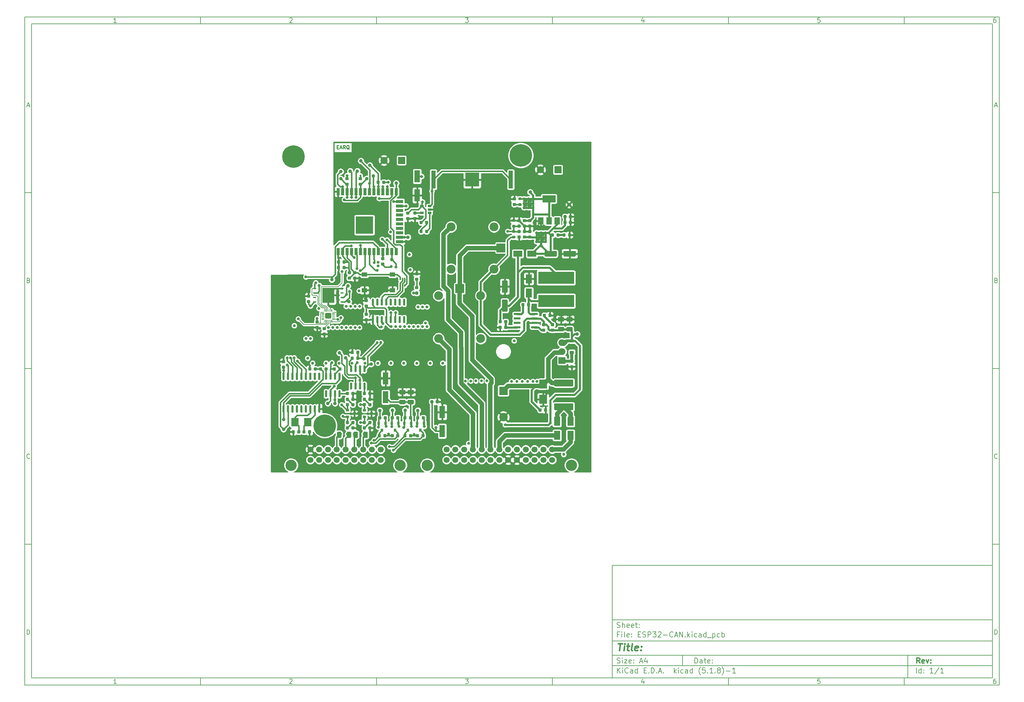
<source format=gtl>
G04 #@! TF.GenerationSoftware,KiCad,Pcbnew,(5.1.8)-1*
G04 #@! TF.CreationDate,2021-04-07T18:57:24+08:00*
G04 #@! TF.ProjectId,ESP32-CAN,45535033-322d-4434-914e-2e6b69636164,rev?*
G04 #@! TF.SameCoordinates,Original*
G04 #@! TF.FileFunction,Copper,L1,Top*
G04 #@! TF.FilePolarity,Positive*
%FSLAX46Y46*%
G04 Gerber Fmt 4.6, Leading zero omitted, Abs format (unit mm)*
G04 Created by KiCad (PCBNEW (5.1.8)-1) date 2021-04-07 18:57:24*
%MOMM*%
%LPD*%
G01*
G04 APERTURE LIST*
%ADD10C,0.100000*%
%ADD11C,0.150000*%
%ADD12C,0.300000*%
%ADD13C,0.400000*%
G04 #@! TA.AperFunction,NonConductor*
%ADD14C,0.250000*%
G04 #@! TD*
G04 #@! TA.AperFunction,WasherPad*
%ADD15C,3.200000*%
G04 #@! TD*
G04 #@! TA.AperFunction,ComponentPad*
%ADD16C,1.700000*%
G04 #@! TD*
G04 #@! TA.AperFunction,SMDPad,CuDef*
%ADD17R,3.450000X4.350000*%
G04 #@! TD*
G04 #@! TA.AperFunction,SMDPad,CuDef*
%ADD18R,0.950000X0.450000*%
G04 #@! TD*
G04 #@! TA.AperFunction,SMDPad,CuDef*
%ADD19R,1.800000X2.500000*%
G04 #@! TD*
G04 #@! TA.AperFunction,SMDPad,CuDef*
%ADD20R,2.300000X2.500000*%
G04 #@! TD*
G04 #@! TA.AperFunction,SMDPad,CuDef*
%ADD21R,1.200000X0.900000*%
G04 #@! TD*
G04 #@! TA.AperFunction,SMDPad,CuDef*
%ADD22R,2.500000X1.800000*%
G04 #@! TD*
G04 #@! TA.AperFunction,SMDPad,CuDef*
%ADD23R,1.500000X2.000000*%
G04 #@! TD*
G04 #@! TA.AperFunction,SMDPad,CuDef*
%ADD24R,3.800000X2.000000*%
G04 #@! TD*
G04 #@! TA.AperFunction,SMDPad,CuDef*
%ADD25C,1.000000*%
G04 #@! TD*
G04 #@! TA.AperFunction,SMDPad,CuDef*
%ADD26R,1.270000X5.080000*%
G04 #@! TD*
G04 #@! TA.AperFunction,SMDPad,CuDef*
%ADD27R,3.960000X3.960000*%
G04 #@! TD*
G04 #@! TA.AperFunction,SMDPad,CuDef*
%ADD28R,2.000000X2.400000*%
G04 #@! TD*
G04 #@! TA.AperFunction,SMDPad,CuDef*
%ADD29R,0.900000X0.800000*%
G04 #@! TD*
G04 #@! TA.AperFunction,ComponentPad*
%ADD30R,2.400000X2.400000*%
G04 #@! TD*
G04 #@! TA.AperFunction,ComponentPad*
%ADD31C,2.400000*%
G04 #@! TD*
G04 #@! TA.AperFunction,ComponentPad*
%ADD32O,2.000000X1.905000*%
G04 #@! TD*
G04 #@! TA.AperFunction,ComponentPad*
%ADD33R,2.000000X1.905000*%
G04 #@! TD*
G04 #@! TA.AperFunction,ComponentPad*
%ADD34R,2.500000X2.500000*%
G04 #@! TD*
G04 #@! TA.AperFunction,ComponentPad*
%ADD35O,2.500000X2.500000*%
G04 #@! TD*
G04 #@! TA.AperFunction,SMDPad,CuDef*
%ADD36R,1.600000X3.500000*%
G04 #@! TD*
G04 #@! TA.AperFunction,SMDPad,CuDef*
%ADD37R,0.900000X2.000000*%
G04 #@! TD*
G04 #@! TA.AperFunction,SMDPad,CuDef*
%ADD38R,2.000000X0.900000*%
G04 #@! TD*
G04 #@! TA.AperFunction,SMDPad,CuDef*
%ADD39R,5.000000X5.000000*%
G04 #@! TD*
G04 #@! TA.AperFunction,SMDPad,CuDef*
%ADD40C,0.100000*%
G04 #@! TD*
G04 #@! TA.AperFunction,SMDPad,CuDef*
%ADD41R,0.400000X0.650000*%
G04 #@! TD*
G04 #@! TA.AperFunction,ComponentPad*
%ADD42C,0.800000*%
G04 #@! TD*
G04 #@! TA.AperFunction,ComponentPad*
%ADD43C,6.400000*%
G04 #@! TD*
G04 #@! TA.AperFunction,SMDPad,CuDef*
%ADD44R,0.800000X0.900000*%
G04 #@! TD*
G04 #@! TA.AperFunction,SMDPad,CuDef*
%ADD45R,10.200000X3.500000*%
G04 #@! TD*
G04 #@! TA.AperFunction,SMDPad,CuDef*
%ADD46R,1.550000X1.300000*%
G04 #@! TD*
G04 #@! TA.AperFunction,SMDPad,CuDef*
%ADD47R,1.060000X0.650000*%
G04 #@! TD*
G04 #@! TA.AperFunction,ComponentPad*
%ADD48R,2.000000X2.000000*%
G04 #@! TD*
G04 #@! TA.AperFunction,ComponentPad*
%ADD49C,2.000000*%
G04 #@! TD*
G04 #@! TA.AperFunction,ViaPad*
%ADD50C,0.800000*%
G04 #@! TD*
G04 #@! TA.AperFunction,ViaPad*
%ADD51C,0.600000*%
G04 #@! TD*
G04 #@! TA.AperFunction,Conductor*
%ADD52C,0.152400*%
G04 #@! TD*
G04 #@! TA.AperFunction,Conductor*
%ADD53C,0.406400*%
G04 #@! TD*
G04 #@! TA.AperFunction,Conductor*
%ADD54C,0.609600*%
G04 #@! TD*
G04 #@! TA.AperFunction,Conductor*
%ADD55C,1.270000*%
G04 #@! TD*
G04 #@! TA.AperFunction,Conductor*
%ADD56C,0.812800*%
G04 #@! TD*
G04 #@! TA.AperFunction,Conductor*
%ADD57C,0.254000*%
G04 #@! TD*
G04 #@! TA.AperFunction,Conductor*
%ADD58C,0.100000*%
G04 #@! TD*
G04 APERTURE END LIST*
D10*
D11*
X177002200Y-166007200D02*
X177002200Y-198007200D01*
X285002200Y-198007200D01*
X285002200Y-166007200D01*
X177002200Y-166007200D01*
D10*
D11*
X10000000Y-10000000D02*
X10000000Y-200007200D01*
X287002200Y-200007200D01*
X287002200Y-10000000D01*
X10000000Y-10000000D01*
D10*
D11*
X12000000Y-12000000D02*
X12000000Y-198007200D01*
X285002200Y-198007200D01*
X285002200Y-12000000D01*
X12000000Y-12000000D01*
D10*
D11*
X60000000Y-12000000D02*
X60000000Y-10000000D01*
D10*
D11*
X110000000Y-12000000D02*
X110000000Y-10000000D01*
D10*
D11*
X160000000Y-12000000D02*
X160000000Y-10000000D01*
D10*
D11*
X210000000Y-12000000D02*
X210000000Y-10000000D01*
D10*
D11*
X260000000Y-12000000D02*
X260000000Y-10000000D01*
D10*
D11*
X36065476Y-11588095D02*
X35322619Y-11588095D01*
X35694047Y-11588095D02*
X35694047Y-10288095D01*
X35570238Y-10473809D01*
X35446428Y-10597619D01*
X35322619Y-10659523D01*
D10*
D11*
X85322619Y-10411904D02*
X85384523Y-10350000D01*
X85508333Y-10288095D01*
X85817857Y-10288095D01*
X85941666Y-10350000D01*
X86003571Y-10411904D01*
X86065476Y-10535714D01*
X86065476Y-10659523D01*
X86003571Y-10845238D01*
X85260714Y-11588095D01*
X86065476Y-11588095D01*
D10*
D11*
X135260714Y-10288095D02*
X136065476Y-10288095D01*
X135632142Y-10783333D01*
X135817857Y-10783333D01*
X135941666Y-10845238D01*
X136003571Y-10907142D01*
X136065476Y-11030952D01*
X136065476Y-11340476D01*
X136003571Y-11464285D01*
X135941666Y-11526190D01*
X135817857Y-11588095D01*
X135446428Y-11588095D01*
X135322619Y-11526190D01*
X135260714Y-11464285D01*
D10*
D11*
X185941666Y-10721428D02*
X185941666Y-11588095D01*
X185632142Y-10226190D02*
X185322619Y-11154761D01*
X186127380Y-11154761D01*
D10*
D11*
X236003571Y-10288095D02*
X235384523Y-10288095D01*
X235322619Y-10907142D01*
X235384523Y-10845238D01*
X235508333Y-10783333D01*
X235817857Y-10783333D01*
X235941666Y-10845238D01*
X236003571Y-10907142D01*
X236065476Y-11030952D01*
X236065476Y-11340476D01*
X236003571Y-11464285D01*
X235941666Y-11526190D01*
X235817857Y-11588095D01*
X235508333Y-11588095D01*
X235384523Y-11526190D01*
X235322619Y-11464285D01*
D10*
D11*
X285941666Y-10288095D02*
X285694047Y-10288095D01*
X285570238Y-10350000D01*
X285508333Y-10411904D01*
X285384523Y-10597619D01*
X285322619Y-10845238D01*
X285322619Y-11340476D01*
X285384523Y-11464285D01*
X285446428Y-11526190D01*
X285570238Y-11588095D01*
X285817857Y-11588095D01*
X285941666Y-11526190D01*
X286003571Y-11464285D01*
X286065476Y-11340476D01*
X286065476Y-11030952D01*
X286003571Y-10907142D01*
X285941666Y-10845238D01*
X285817857Y-10783333D01*
X285570238Y-10783333D01*
X285446428Y-10845238D01*
X285384523Y-10907142D01*
X285322619Y-11030952D01*
D10*
D11*
X60000000Y-198007200D02*
X60000000Y-200007200D01*
D10*
D11*
X110000000Y-198007200D02*
X110000000Y-200007200D01*
D10*
D11*
X160000000Y-198007200D02*
X160000000Y-200007200D01*
D10*
D11*
X210000000Y-198007200D02*
X210000000Y-200007200D01*
D10*
D11*
X260000000Y-198007200D02*
X260000000Y-200007200D01*
D10*
D11*
X36065476Y-199595295D02*
X35322619Y-199595295D01*
X35694047Y-199595295D02*
X35694047Y-198295295D01*
X35570238Y-198481009D01*
X35446428Y-198604819D01*
X35322619Y-198666723D01*
D10*
D11*
X85322619Y-198419104D02*
X85384523Y-198357200D01*
X85508333Y-198295295D01*
X85817857Y-198295295D01*
X85941666Y-198357200D01*
X86003571Y-198419104D01*
X86065476Y-198542914D01*
X86065476Y-198666723D01*
X86003571Y-198852438D01*
X85260714Y-199595295D01*
X86065476Y-199595295D01*
D10*
D11*
X135260714Y-198295295D02*
X136065476Y-198295295D01*
X135632142Y-198790533D01*
X135817857Y-198790533D01*
X135941666Y-198852438D01*
X136003571Y-198914342D01*
X136065476Y-199038152D01*
X136065476Y-199347676D01*
X136003571Y-199471485D01*
X135941666Y-199533390D01*
X135817857Y-199595295D01*
X135446428Y-199595295D01*
X135322619Y-199533390D01*
X135260714Y-199471485D01*
D10*
D11*
X185941666Y-198728628D02*
X185941666Y-199595295D01*
X185632142Y-198233390D02*
X185322619Y-199161961D01*
X186127380Y-199161961D01*
D10*
D11*
X236003571Y-198295295D02*
X235384523Y-198295295D01*
X235322619Y-198914342D01*
X235384523Y-198852438D01*
X235508333Y-198790533D01*
X235817857Y-198790533D01*
X235941666Y-198852438D01*
X236003571Y-198914342D01*
X236065476Y-199038152D01*
X236065476Y-199347676D01*
X236003571Y-199471485D01*
X235941666Y-199533390D01*
X235817857Y-199595295D01*
X235508333Y-199595295D01*
X235384523Y-199533390D01*
X235322619Y-199471485D01*
D10*
D11*
X285941666Y-198295295D02*
X285694047Y-198295295D01*
X285570238Y-198357200D01*
X285508333Y-198419104D01*
X285384523Y-198604819D01*
X285322619Y-198852438D01*
X285322619Y-199347676D01*
X285384523Y-199471485D01*
X285446428Y-199533390D01*
X285570238Y-199595295D01*
X285817857Y-199595295D01*
X285941666Y-199533390D01*
X286003571Y-199471485D01*
X286065476Y-199347676D01*
X286065476Y-199038152D01*
X286003571Y-198914342D01*
X285941666Y-198852438D01*
X285817857Y-198790533D01*
X285570238Y-198790533D01*
X285446428Y-198852438D01*
X285384523Y-198914342D01*
X285322619Y-199038152D01*
D10*
D11*
X10000000Y-60000000D02*
X12000000Y-60000000D01*
D10*
D11*
X10000000Y-110000000D02*
X12000000Y-110000000D01*
D10*
D11*
X10000000Y-160000000D02*
X12000000Y-160000000D01*
D10*
D11*
X10690476Y-35216666D02*
X11309523Y-35216666D01*
X10566666Y-35588095D02*
X11000000Y-34288095D01*
X11433333Y-35588095D01*
D10*
D11*
X11092857Y-84907142D02*
X11278571Y-84969047D01*
X11340476Y-85030952D01*
X11402380Y-85154761D01*
X11402380Y-85340476D01*
X11340476Y-85464285D01*
X11278571Y-85526190D01*
X11154761Y-85588095D01*
X10659523Y-85588095D01*
X10659523Y-84288095D01*
X11092857Y-84288095D01*
X11216666Y-84350000D01*
X11278571Y-84411904D01*
X11340476Y-84535714D01*
X11340476Y-84659523D01*
X11278571Y-84783333D01*
X11216666Y-84845238D01*
X11092857Y-84907142D01*
X10659523Y-84907142D01*
D10*
D11*
X11402380Y-135464285D02*
X11340476Y-135526190D01*
X11154761Y-135588095D01*
X11030952Y-135588095D01*
X10845238Y-135526190D01*
X10721428Y-135402380D01*
X10659523Y-135278571D01*
X10597619Y-135030952D01*
X10597619Y-134845238D01*
X10659523Y-134597619D01*
X10721428Y-134473809D01*
X10845238Y-134350000D01*
X11030952Y-134288095D01*
X11154761Y-134288095D01*
X11340476Y-134350000D01*
X11402380Y-134411904D01*
D10*
D11*
X10659523Y-185588095D02*
X10659523Y-184288095D01*
X10969047Y-184288095D01*
X11154761Y-184350000D01*
X11278571Y-184473809D01*
X11340476Y-184597619D01*
X11402380Y-184845238D01*
X11402380Y-185030952D01*
X11340476Y-185278571D01*
X11278571Y-185402380D01*
X11154761Y-185526190D01*
X10969047Y-185588095D01*
X10659523Y-185588095D01*
D10*
D11*
X287002200Y-60000000D02*
X285002200Y-60000000D01*
D10*
D11*
X287002200Y-110000000D02*
X285002200Y-110000000D01*
D10*
D11*
X287002200Y-160000000D02*
X285002200Y-160000000D01*
D10*
D11*
X285692676Y-35216666D02*
X286311723Y-35216666D01*
X285568866Y-35588095D02*
X286002200Y-34288095D01*
X286435533Y-35588095D01*
D10*
D11*
X286095057Y-84907142D02*
X286280771Y-84969047D01*
X286342676Y-85030952D01*
X286404580Y-85154761D01*
X286404580Y-85340476D01*
X286342676Y-85464285D01*
X286280771Y-85526190D01*
X286156961Y-85588095D01*
X285661723Y-85588095D01*
X285661723Y-84288095D01*
X286095057Y-84288095D01*
X286218866Y-84350000D01*
X286280771Y-84411904D01*
X286342676Y-84535714D01*
X286342676Y-84659523D01*
X286280771Y-84783333D01*
X286218866Y-84845238D01*
X286095057Y-84907142D01*
X285661723Y-84907142D01*
D10*
D11*
X286404580Y-135464285D02*
X286342676Y-135526190D01*
X286156961Y-135588095D01*
X286033152Y-135588095D01*
X285847438Y-135526190D01*
X285723628Y-135402380D01*
X285661723Y-135278571D01*
X285599819Y-135030952D01*
X285599819Y-134845238D01*
X285661723Y-134597619D01*
X285723628Y-134473809D01*
X285847438Y-134350000D01*
X286033152Y-134288095D01*
X286156961Y-134288095D01*
X286342676Y-134350000D01*
X286404580Y-134411904D01*
D10*
D11*
X285661723Y-185588095D02*
X285661723Y-184288095D01*
X285971247Y-184288095D01*
X286156961Y-184350000D01*
X286280771Y-184473809D01*
X286342676Y-184597619D01*
X286404580Y-184845238D01*
X286404580Y-185030952D01*
X286342676Y-185278571D01*
X286280771Y-185402380D01*
X286156961Y-185526190D01*
X285971247Y-185588095D01*
X285661723Y-185588095D01*
D10*
D11*
X200434342Y-193785771D02*
X200434342Y-192285771D01*
X200791485Y-192285771D01*
X201005771Y-192357200D01*
X201148628Y-192500057D01*
X201220057Y-192642914D01*
X201291485Y-192928628D01*
X201291485Y-193142914D01*
X201220057Y-193428628D01*
X201148628Y-193571485D01*
X201005771Y-193714342D01*
X200791485Y-193785771D01*
X200434342Y-193785771D01*
X202577200Y-193785771D02*
X202577200Y-193000057D01*
X202505771Y-192857200D01*
X202362914Y-192785771D01*
X202077200Y-192785771D01*
X201934342Y-192857200D01*
X202577200Y-193714342D02*
X202434342Y-193785771D01*
X202077200Y-193785771D01*
X201934342Y-193714342D01*
X201862914Y-193571485D01*
X201862914Y-193428628D01*
X201934342Y-193285771D01*
X202077200Y-193214342D01*
X202434342Y-193214342D01*
X202577200Y-193142914D01*
X203077200Y-192785771D02*
X203648628Y-192785771D01*
X203291485Y-192285771D02*
X203291485Y-193571485D01*
X203362914Y-193714342D01*
X203505771Y-193785771D01*
X203648628Y-193785771D01*
X204720057Y-193714342D02*
X204577200Y-193785771D01*
X204291485Y-193785771D01*
X204148628Y-193714342D01*
X204077200Y-193571485D01*
X204077200Y-193000057D01*
X204148628Y-192857200D01*
X204291485Y-192785771D01*
X204577200Y-192785771D01*
X204720057Y-192857200D01*
X204791485Y-193000057D01*
X204791485Y-193142914D01*
X204077200Y-193285771D01*
X205434342Y-193642914D02*
X205505771Y-193714342D01*
X205434342Y-193785771D01*
X205362914Y-193714342D01*
X205434342Y-193642914D01*
X205434342Y-193785771D01*
X205434342Y-192857200D02*
X205505771Y-192928628D01*
X205434342Y-193000057D01*
X205362914Y-192928628D01*
X205434342Y-192857200D01*
X205434342Y-193000057D01*
D10*
D11*
X177002200Y-194507200D02*
X285002200Y-194507200D01*
D10*
D11*
X178434342Y-196585771D02*
X178434342Y-195085771D01*
X179291485Y-196585771D02*
X178648628Y-195728628D01*
X179291485Y-195085771D02*
X178434342Y-195942914D01*
X179934342Y-196585771D02*
X179934342Y-195585771D01*
X179934342Y-195085771D02*
X179862914Y-195157200D01*
X179934342Y-195228628D01*
X180005771Y-195157200D01*
X179934342Y-195085771D01*
X179934342Y-195228628D01*
X181505771Y-196442914D02*
X181434342Y-196514342D01*
X181220057Y-196585771D01*
X181077200Y-196585771D01*
X180862914Y-196514342D01*
X180720057Y-196371485D01*
X180648628Y-196228628D01*
X180577200Y-195942914D01*
X180577200Y-195728628D01*
X180648628Y-195442914D01*
X180720057Y-195300057D01*
X180862914Y-195157200D01*
X181077200Y-195085771D01*
X181220057Y-195085771D01*
X181434342Y-195157200D01*
X181505771Y-195228628D01*
X182791485Y-196585771D02*
X182791485Y-195800057D01*
X182720057Y-195657200D01*
X182577200Y-195585771D01*
X182291485Y-195585771D01*
X182148628Y-195657200D01*
X182791485Y-196514342D02*
X182648628Y-196585771D01*
X182291485Y-196585771D01*
X182148628Y-196514342D01*
X182077200Y-196371485D01*
X182077200Y-196228628D01*
X182148628Y-196085771D01*
X182291485Y-196014342D01*
X182648628Y-196014342D01*
X182791485Y-195942914D01*
X184148628Y-196585771D02*
X184148628Y-195085771D01*
X184148628Y-196514342D02*
X184005771Y-196585771D01*
X183720057Y-196585771D01*
X183577200Y-196514342D01*
X183505771Y-196442914D01*
X183434342Y-196300057D01*
X183434342Y-195871485D01*
X183505771Y-195728628D01*
X183577200Y-195657200D01*
X183720057Y-195585771D01*
X184005771Y-195585771D01*
X184148628Y-195657200D01*
X186005771Y-195800057D02*
X186505771Y-195800057D01*
X186720057Y-196585771D02*
X186005771Y-196585771D01*
X186005771Y-195085771D01*
X186720057Y-195085771D01*
X187362914Y-196442914D02*
X187434342Y-196514342D01*
X187362914Y-196585771D01*
X187291485Y-196514342D01*
X187362914Y-196442914D01*
X187362914Y-196585771D01*
X188077200Y-196585771D02*
X188077200Y-195085771D01*
X188434342Y-195085771D01*
X188648628Y-195157200D01*
X188791485Y-195300057D01*
X188862914Y-195442914D01*
X188934342Y-195728628D01*
X188934342Y-195942914D01*
X188862914Y-196228628D01*
X188791485Y-196371485D01*
X188648628Y-196514342D01*
X188434342Y-196585771D01*
X188077200Y-196585771D01*
X189577200Y-196442914D02*
X189648628Y-196514342D01*
X189577200Y-196585771D01*
X189505771Y-196514342D01*
X189577200Y-196442914D01*
X189577200Y-196585771D01*
X190220057Y-196157200D02*
X190934342Y-196157200D01*
X190077200Y-196585771D02*
X190577200Y-195085771D01*
X191077200Y-196585771D01*
X191577200Y-196442914D02*
X191648628Y-196514342D01*
X191577200Y-196585771D01*
X191505771Y-196514342D01*
X191577200Y-196442914D01*
X191577200Y-196585771D01*
X194577200Y-196585771D02*
X194577200Y-195085771D01*
X194720057Y-196014342D02*
X195148628Y-196585771D01*
X195148628Y-195585771D02*
X194577200Y-196157200D01*
X195791485Y-196585771D02*
X195791485Y-195585771D01*
X195791485Y-195085771D02*
X195720057Y-195157200D01*
X195791485Y-195228628D01*
X195862914Y-195157200D01*
X195791485Y-195085771D01*
X195791485Y-195228628D01*
X197148628Y-196514342D02*
X197005771Y-196585771D01*
X196720057Y-196585771D01*
X196577200Y-196514342D01*
X196505771Y-196442914D01*
X196434342Y-196300057D01*
X196434342Y-195871485D01*
X196505771Y-195728628D01*
X196577200Y-195657200D01*
X196720057Y-195585771D01*
X197005771Y-195585771D01*
X197148628Y-195657200D01*
X198434342Y-196585771D02*
X198434342Y-195800057D01*
X198362914Y-195657200D01*
X198220057Y-195585771D01*
X197934342Y-195585771D01*
X197791485Y-195657200D01*
X198434342Y-196514342D02*
X198291485Y-196585771D01*
X197934342Y-196585771D01*
X197791485Y-196514342D01*
X197720057Y-196371485D01*
X197720057Y-196228628D01*
X197791485Y-196085771D01*
X197934342Y-196014342D01*
X198291485Y-196014342D01*
X198434342Y-195942914D01*
X199791485Y-196585771D02*
X199791485Y-195085771D01*
X199791485Y-196514342D02*
X199648628Y-196585771D01*
X199362914Y-196585771D01*
X199220057Y-196514342D01*
X199148628Y-196442914D01*
X199077200Y-196300057D01*
X199077200Y-195871485D01*
X199148628Y-195728628D01*
X199220057Y-195657200D01*
X199362914Y-195585771D01*
X199648628Y-195585771D01*
X199791485Y-195657200D01*
X202077200Y-197157200D02*
X202005771Y-197085771D01*
X201862914Y-196871485D01*
X201791485Y-196728628D01*
X201720057Y-196514342D01*
X201648628Y-196157200D01*
X201648628Y-195871485D01*
X201720057Y-195514342D01*
X201791485Y-195300057D01*
X201862914Y-195157200D01*
X202005771Y-194942914D01*
X202077200Y-194871485D01*
X203362914Y-195085771D02*
X202648628Y-195085771D01*
X202577200Y-195800057D01*
X202648628Y-195728628D01*
X202791485Y-195657200D01*
X203148628Y-195657200D01*
X203291485Y-195728628D01*
X203362914Y-195800057D01*
X203434342Y-195942914D01*
X203434342Y-196300057D01*
X203362914Y-196442914D01*
X203291485Y-196514342D01*
X203148628Y-196585771D01*
X202791485Y-196585771D01*
X202648628Y-196514342D01*
X202577200Y-196442914D01*
X204077200Y-196442914D02*
X204148628Y-196514342D01*
X204077200Y-196585771D01*
X204005771Y-196514342D01*
X204077200Y-196442914D01*
X204077200Y-196585771D01*
X205577200Y-196585771D02*
X204720057Y-196585771D01*
X205148628Y-196585771D02*
X205148628Y-195085771D01*
X205005771Y-195300057D01*
X204862914Y-195442914D01*
X204720057Y-195514342D01*
X206220057Y-196442914D02*
X206291485Y-196514342D01*
X206220057Y-196585771D01*
X206148628Y-196514342D01*
X206220057Y-196442914D01*
X206220057Y-196585771D01*
X207148628Y-195728628D02*
X207005771Y-195657200D01*
X206934342Y-195585771D01*
X206862914Y-195442914D01*
X206862914Y-195371485D01*
X206934342Y-195228628D01*
X207005771Y-195157200D01*
X207148628Y-195085771D01*
X207434342Y-195085771D01*
X207577200Y-195157200D01*
X207648628Y-195228628D01*
X207720057Y-195371485D01*
X207720057Y-195442914D01*
X207648628Y-195585771D01*
X207577200Y-195657200D01*
X207434342Y-195728628D01*
X207148628Y-195728628D01*
X207005771Y-195800057D01*
X206934342Y-195871485D01*
X206862914Y-196014342D01*
X206862914Y-196300057D01*
X206934342Y-196442914D01*
X207005771Y-196514342D01*
X207148628Y-196585771D01*
X207434342Y-196585771D01*
X207577200Y-196514342D01*
X207648628Y-196442914D01*
X207720057Y-196300057D01*
X207720057Y-196014342D01*
X207648628Y-195871485D01*
X207577200Y-195800057D01*
X207434342Y-195728628D01*
X208220057Y-197157200D02*
X208291485Y-197085771D01*
X208434342Y-196871485D01*
X208505771Y-196728628D01*
X208577200Y-196514342D01*
X208648628Y-196157200D01*
X208648628Y-195871485D01*
X208577200Y-195514342D01*
X208505771Y-195300057D01*
X208434342Y-195157200D01*
X208291485Y-194942914D01*
X208220057Y-194871485D01*
X209362914Y-196014342D02*
X210505771Y-196014342D01*
X212005771Y-196585771D02*
X211148628Y-196585771D01*
X211577200Y-196585771D02*
X211577200Y-195085771D01*
X211434342Y-195300057D01*
X211291485Y-195442914D01*
X211148628Y-195514342D01*
D10*
D11*
X177002200Y-191507200D02*
X285002200Y-191507200D01*
D10*
D12*
X264411485Y-193785771D02*
X263911485Y-193071485D01*
X263554342Y-193785771D02*
X263554342Y-192285771D01*
X264125771Y-192285771D01*
X264268628Y-192357200D01*
X264340057Y-192428628D01*
X264411485Y-192571485D01*
X264411485Y-192785771D01*
X264340057Y-192928628D01*
X264268628Y-193000057D01*
X264125771Y-193071485D01*
X263554342Y-193071485D01*
X265625771Y-193714342D02*
X265482914Y-193785771D01*
X265197200Y-193785771D01*
X265054342Y-193714342D01*
X264982914Y-193571485D01*
X264982914Y-193000057D01*
X265054342Y-192857200D01*
X265197200Y-192785771D01*
X265482914Y-192785771D01*
X265625771Y-192857200D01*
X265697200Y-193000057D01*
X265697200Y-193142914D01*
X264982914Y-193285771D01*
X266197200Y-192785771D02*
X266554342Y-193785771D01*
X266911485Y-192785771D01*
X267482914Y-193642914D02*
X267554342Y-193714342D01*
X267482914Y-193785771D01*
X267411485Y-193714342D01*
X267482914Y-193642914D01*
X267482914Y-193785771D01*
X267482914Y-192857200D02*
X267554342Y-192928628D01*
X267482914Y-193000057D01*
X267411485Y-192928628D01*
X267482914Y-192857200D01*
X267482914Y-193000057D01*
D10*
D11*
X178362914Y-193714342D02*
X178577200Y-193785771D01*
X178934342Y-193785771D01*
X179077200Y-193714342D01*
X179148628Y-193642914D01*
X179220057Y-193500057D01*
X179220057Y-193357200D01*
X179148628Y-193214342D01*
X179077200Y-193142914D01*
X178934342Y-193071485D01*
X178648628Y-193000057D01*
X178505771Y-192928628D01*
X178434342Y-192857200D01*
X178362914Y-192714342D01*
X178362914Y-192571485D01*
X178434342Y-192428628D01*
X178505771Y-192357200D01*
X178648628Y-192285771D01*
X179005771Y-192285771D01*
X179220057Y-192357200D01*
X179862914Y-193785771D02*
X179862914Y-192785771D01*
X179862914Y-192285771D02*
X179791485Y-192357200D01*
X179862914Y-192428628D01*
X179934342Y-192357200D01*
X179862914Y-192285771D01*
X179862914Y-192428628D01*
X180434342Y-192785771D02*
X181220057Y-192785771D01*
X180434342Y-193785771D01*
X181220057Y-193785771D01*
X182362914Y-193714342D02*
X182220057Y-193785771D01*
X181934342Y-193785771D01*
X181791485Y-193714342D01*
X181720057Y-193571485D01*
X181720057Y-193000057D01*
X181791485Y-192857200D01*
X181934342Y-192785771D01*
X182220057Y-192785771D01*
X182362914Y-192857200D01*
X182434342Y-193000057D01*
X182434342Y-193142914D01*
X181720057Y-193285771D01*
X183077200Y-193642914D02*
X183148628Y-193714342D01*
X183077200Y-193785771D01*
X183005771Y-193714342D01*
X183077200Y-193642914D01*
X183077200Y-193785771D01*
X183077200Y-192857200D02*
X183148628Y-192928628D01*
X183077200Y-193000057D01*
X183005771Y-192928628D01*
X183077200Y-192857200D01*
X183077200Y-193000057D01*
X184862914Y-193357200D02*
X185577200Y-193357200D01*
X184720057Y-193785771D02*
X185220057Y-192285771D01*
X185720057Y-193785771D01*
X186862914Y-192785771D02*
X186862914Y-193785771D01*
X186505771Y-192214342D02*
X186148628Y-193285771D01*
X187077200Y-193285771D01*
D10*
D11*
X263434342Y-196585771D02*
X263434342Y-195085771D01*
X264791485Y-196585771D02*
X264791485Y-195085771D01*
X264791485Y-196514342D02*
X264648628Y-196585771D01*
X264362914Y-196585771D01*
X264220057Y-196514342D01*
X264148628Y-196442914D01*
X264077200Y-196300057D01*
X264077200Y-195871485D01*
X264148628Y-195728628D01*
X264220057Y-195657200D01*
X264362914Y-195585771D01*
X264648628Y-195585771D01*
X264791485Y-195657200D01*
X265505771Y-196442914D02*
X265577200Y-196514342D01*
X265505771Y-196585771D01*
X265434342Y-196514342D01*
X265505771Y-196442914D01*
X265505771Y-196585771D01*
X265505771Y-195657200D02*
X265577200Y-195728628D01*
X265505771Y-195800057D01*
X265434342Y-195728628D01*
X265505771Y-195657200D01*
X265505771Y-195800057D01*
X268148628Y-196585771D02*
X267291485Y-196585771D01*
X267720057Y-196585771D02*
X267720057Y-195085771D01*
X267577200Y-195300057D01*
X267434342Y-195442914D01*
X267291485Y-195514342D01*
X269862914Y-195014342D02*
X268577200Y-196942914D01*
X271148628Y-196585771D02*
X270291485Y-196585771D01*
X270720057Y-196585771D02*
X270720057Y-195085771D01*
X270577200Y-195300057D01*
X270434342Y-195442914D01*
X270291485Y-195514342D01*
D10*
D11*
X177002200Y-187507200D02*
X285002200Y-187507200D01*
D10*
D13*
X178714580Y-188211961D02*
X179857438Y-188211961D01*
X179036009Y-190211961D02*
X179286009Y-188211961D01*
X180274104Y-190211961D02*
X180440771Y-188878628D01*
X180524104Y-188211961D02*
X180416961Y-188307200D01*
X180500295Y-188402438D01*
X180607438Y-188307200D01*
X180524104Y-188211961D01*
X180500295Y-188402438D01*
X181107438Y-188878628D02*
X181869342Y-188878628D01*
X181476485Y-188211961D02*
X181262200Y-189926247D01*
X181333628Y-190116723D01*
X181512200Y-190211961D01*
X181702676Y-190211961D01*
X182655057Y-190211961D02*
X182476485Y-190116723D01*
X182405057Y-189926247D01*
X182619342Y-188211961D01*
X184190771Y-190116723D02*
X183988390Y-190211961D01*
X183607438Y-190211961D01*
X183428866Y-190116723D01*
X183357438Y-189926247D01*
X183452676Y-189164342D01*
X183571723Y-188973866D01*
X183774104Y-188878628D01*
X184155057Y-188878628D01*
X184333628Y-188973866D01*
X184405057Y-189164342D01*
X184381247Y-189354819D01*
X183405057Y-189545295D01*
X185155057Y-190021485D02*
X185238390Y-190116723D01*
X185131247Y-190211961D01*
X185047914Y-190116723D01*
X185155057Y-190021485D01*
X185131247Y-190211961D01*
X185286009Y-188973866D02*
X185369342Y-189069104D01*
X185262200Y-189164342D01*
X185178866Y-189069104D01*
X185286009Y-188973866D01*
X185262200Y-189164342D01*
D10*
D11*
X178934342Y-185600057D02*
X178434342Y-185600057D01*
X178434342Y-186385771D02*
X178434342Y-184885771D01*
X179148628Y-184885771D01*
X179720057Y-186385771D02*
X179720057Y-185385771D01*
X179720057Y-184885771D02*
X179648628Y-184957200D01*
X179720057Y-185028628D01*
X179791485Y-184957200D01*
X179720057Y-184885771D01*
X179720057Y-185028628D01*
X180648628Y-186385771D02*
X180505771Y-186314342D01*
X180434342Y-186171485D01*
X180434342Y-184885771D01*
X181791485Y-186314342D02*
X181648628Y-186385771D01*
X181362914Y-186385771D01*
X181220057Y-186314342D01*
X181148628Y-186171485D01*
X181148628Y-185600057D01*
X181220057Y-185457200D01*
X181362914Y-185385771D01*
X181648628Y-185385771D01*
X181791485Y-185457200D01*
X181862914Y-185600057D01*
X181862914Y-185742914D01*
X181148628Y-185885771D01*
X182505771Y-186242914D02*
X182577200Y-186314342D01*
X182505771Y-186385771D01*
X182434342Y-186314342D01*
X182505771Y-186242914D01*
X182505771Y-186385771D01*
X182505771Y-185457200D02*
X182577200Y-185528628D01*
X182505771Y-185600057D01*
X182434342Y-185528628D01*
X182505771Y-185457200D01*
X182505771Y-185600057D01*
X184362914Y-185600057D02*
X184862914Y-185600057D01*
X185077200Y-186385771D02*
X184362914Y-186385771D01*
X184362914Y-184885771D01*
X185077200Y-184885771D01*
X185648628Y-186314342D02*
X185862914Y-186385771D01*
X186220057Y-186385771D01*
X186362914Y-186314342D01*
X186434342Y-186242914D01*
X186505771Y-186100057D01*
X186505771Y-185957200D01*
X186434342Y-185814342D01*
X186362914Y-185742914D01*
X186220057Y-185671485D01*
X185934342Y-185600057D01*
X185791485Y-185528628D01*
X185720057Y-185457200D01*
X185648628Y-185314342D01*
X185648628Y-185171485D01*
X185720057Y-185028628D01*
X185791485Y-184957200D01*
X185934342Y-184885771D01*
X186291485Y-184885771D01*
X186505771Y-184957200D01*
X187148628Y-186385771D02*
X187148628Y-184885771D01*
X187720057Y-184885771D01*
X187862914Y-184957200D01*
X187934342Y-185028628D01*
X188005771Y-185171485D01*
X188005771Y-185385771D01*
X187934342Y-185528628D01*
X187862914Y-185600057D01*
X187720057Y-185671485D01*
X187148628Y-185671485D01*
X188505771Y-184885771D02*
X189434342Y-184885771D01*
X188934342Y-185457200D01*
X189148628Y-185457200D01*
X189291485Y-185528628D01*
X189362914Y-185600057D01*
X189434342Y-185742914D01*
X189434342Y-186100057D01*
X189362914Y-186242914D01*
X189291485Y-186314342D01*
X189148628Y-186385771D01*
X188720057Y-186385771D01*
X188577200Y-186314342D01*
X188505771Y-186242914D01*
X190005771Y-185028628D02*
X190077200Y-184957200D01*
X190220057Y-184885771D01*
X190577200Y-184885771D01*
X190720057Y-184957200D01*
X190791485Y-185028628D01*
X190862914Y-185171485D01*
X190862914Y-185314342D01*
X190791485Y-185528628D01*
X189934342Y-186385771D01*
X190862914Y-186385771D01*
X191505771Y-185814342D02*
X192648628Y-185814342D01*
X194220057Y-186242914D02*
X194148628Y-186314342D01*
X193934342Y-186385771D01*
X193791485Y-186385771D01*
X193577200Y-186314342D01*
X193434342Y-186171485D01*
X193362914Y-186028628D01*
X193291485Y-185742914D01*
X193291485Y-185528628D01*
X193362914Y-185242914D01*
X193434342Y-185100057D01*
X193577200Y-184957200D01*
X193791485Y-184885771D01*
X193934342Y-184885771D01*
X194148628Y-184957200D01*
X194220057Y-185028628D01*
X194791485Y-185957200D02*
X195505771Y-185957200D01*
X194648628Y-186385771D02*
X195148628Y-184885771D01*
X195648628Y-186385771D01*
X196148628Y-186385771D02*
X196148628Y-184885771D01*
X197005771Y-186385771D01*
X197005771Y-184885771D01*
X197720057Y-186242914D02*
X197791485Y-186314342D01*
X197720057Y-186385771D01*
X197648628Y-186314342D01*
X197720057Y-186242914D01*
X197720057Y-186385771D01*
X198434342Y-186385771D02*
X198434342Y-184885771D01*
X198577200Y-185814342D02*
X199005771Y-186385771D01*
X199005771Y-185385771D02*
X198434342Y-185957200D01*
X199648628Y-186385771D02*
X199648628Y-185385771D01*
X199648628Y-184885771D02*
X199577200Y-184957200D01*
X199648628Y-185028628D01*
X199720057Y-184957200D01*
X199648628Y-184885771D01*
X199648628Y-185028628D01*
X201005771Y-186314342D02*
X200862914Y-186385771D01*
X200577200Y-186385771D01*
X200434342Y-186314342D01*
X200362914Y-186242914D01*
X200291485Y-186100057D01*
X200291485Y-185671485D01*
X200362914Y-185528628D01*
X200434342Y-185457200D01*
X200577200Y-185385771D01*
X200862914Y-185385771D01*
X201005771Y-185457200D01*
X202291485Y-186385771D02*
X202291485Y-185600057D01*
X202220057Y-185457200D01*
X202077200Y-185385771D01*
X201791485Y-185385771D01*
X201648628Y-185457200D01*
X202291485Y-186314342D02*
X202148628Y-186385771D01*
X201791485Y-186385771D01*
X201648628Y-186314342D01*
X201577200Y-186171485D01*
X201577200Y-186028628D01*
X201648628Y-185885771D01*
X201791485Y-185814342D01*
X202148628Y-185814342D01*
X202291485Y-185742914D01*
X203648628Y-186385771D02*
X203648628Y-184885771D01*
X203648628Y-186314342D02*
X203505771Y-186385771D01*
X203220057Y-186385771D01*
X203077200Y-186314342D01*
X203005771Y-186242914D01*
X202934342Y-186100057D01*
X202934342Y-185671485D01*
X203005771Y-185528628D01*
X203077200Y-185457200D01*
X203220057Y-185385771D01*
X203505771Y-185385771D01*
X203648628Y-185457200D01*
X204005771Y-186528628D02*
X205148628Y-186528628D01*
X205505771Y-185385771D02*
X205505771Y-186885771D01*
X205505771Y-185457200D02*
X205648628Y-185385771D01*
X205934342Y-185385771D01*
X206077200Y-185457200D01*
X206148628Y-185528628D01*
X206220057Y-185671485D01*
X206220057Y-186100057D01*
X206148628Y-186242914D01*
X206077200Y-186314342D01*
X205934342Y-186385771D01*
X205648628Y-186385771D01*
X205505771Y-186314342D01*
X207505771Y-186314342D02*
X207362914Y-186385771D01*
X207077200Y-186385771D01*
X206934342Y-186314342D01*
X206862914Y-186242914D01*
X206791485Y-186100057D01*
X206791485Y-185671485D01*
X206862914Y-185528628D01*
X206934342Y-185457200D01*
X207077200Y-185385771D01*
X207362914Y-185385771D01*
X207505771Y-185457200D01*
X208148628Y-186385771D02*
X208148628Y-184885771D01*
X208148628Y-185457200D02*
X208291485Y-185385771D01*
X208577200Y-185385771D01*
X208720057Y-185457200D01*
X208791485Y-185528628D01*
X208862914Y-185671485D01*
X208862914Y-186100057D01*
X208791485Y-186242914D01*
X208720057Y-186314342D01*
X208577200Y-186385771D01*
X208291485Y-186385771D01*
X208148628Y-186314342D01*
D10*
D11*
X177002200Y-181507200D02*
X285002200Y-181507200D01*
D10*
D11*
X178362914Y-183614342D02*
X178577200Y-183685771D01*
X178934342Y-183685771D01*
X179077200Y-183614342D01*
X179148628Y-183542914D01*
X179220057Y-183400057D01*
X179220057Y-183257200D01*
X179148628Y-183114342D01*
X179077200Y-183042914D01*
X178934342Y-182971485D01*
X178648628Y-182900057D01*
X178505771Y-182828628D01*
X178434342Y-182757200D01*
X178362914Y-182614342D01*
X178362914Y-182471485D01*
X178434342Y-182328628D01*
X178505771Y-182257200D01*
X178648628Y-182185771D01*
X179005771Y-182185771D01*
X179220057Y-182257200D01*
X179862914Y-183685771D02*
X179862914Y-182185771D01*
X180505771Y-183685771D02*
X180505771Y-182900057D01*
X180434342Y-182757200D01*
X180291485Y-182685771D01*
X180077200Y-182685771D01*
X179934342Y-182757200D01*
X179862914Y-182828628D01*
X181791485Y-183614342D02*
X181648628Y-183685771D01*
X181362914Y-183685771D01*
X181220057Y-183614342D01*
X181148628Y-183471485D01*
X181148628Y-182900057D01*
X181220057Y-182757200D01*
X181362914Y-182685771D01*
X181648628Y-182685771D01*
X181791485Y-182757200D01*
X181862914Y-182900057D01*
X181862914Y-183042914D01*
X181148628Y-183185771D01*
X183077200Y-183614342D02*
X182934342Y-183685771D01*
X182648628Y-183685771D01*
X182505771Y-183614342D01*
X182434342Y-183471485D01*
X182434342Y-182900057D01*
X182505771Y-182757200D01*
X182648628Y-182685771D01*
X182934342Y-182685771D01*
X183077200Y-182757200D01*
X183148628Y-182900057D01*
X183148628Y-183042914D01*
X182434342Y-183185771D01*
X183577200Y-182685771D02*
X184148628Y-182685771D01*
X183791485Y-182185771D02*
X183791485Y-183471485D01*
X183862914Y-183614342D01*
X184005771Y-183685771D01*
X184148628Y-183685771D01*
X184648628Y-183542914D02*
X184720057Y-183614342D01*
X184648628Y-183685771D01*
X184577200Y-183614342D01*
X184648628Y-183542914D01*
X184648628Y-183685771D01*
X184648628Y-182757200D02*
X184720057Y-182828628D01*
X184648628Y-182900057D01*
X184577200Y-182828628D01*
X184648628Y-182757200D01*
X184648628Y-182900057D01*
D10*
D11*
X197002200Y-191507200D02*
X197002200Y-194507200D01*
D10*
D11*
X261002200Y-191507200D02*
X261002200Y-198007200D01*
D14*
X98790333Y-46982071D02*
X99123666Y-46982071D01*
X99266523Y-47505880D02*
X98790333Y-47505880D01*
X98790333Y-46505880D01*
X99266523Y-46505880D01*
X99647476Y-47220166D02*
X100123666Y-47220166D01*
X99552238Y-47505880D02*
X99885571Y-46505880D01*
X100218904Y-47505880D01*
X101123666Y-47505880D02*
X100790333Y-47029690D01*
X100552238Y-47505880D02*
X100552238Y-46505880D01*
X100933190Y-46505880D01*
X101028428Y-46553500D01*
X101076047Y-46601119D01*
X101123666Y-46696357D01*
X101123666Y-46839214D01*
X101076047Y-46934452D01*
X101028428Y-46982071D01*
X100933190Y-47029690D01*
X100552238Y-47029690D01*
X102218904Y-47601119D02*
X102123666Y-47553500D01*
X102028428Y-47458261D01*
X101885571Y-47315404D01*
X101790333Y-47267785D01*
X101695095Y-47267785D01*
X101742714Y-47505880D02*
X101647476Y-47458261D01*
X101552238Y-47363023D01*
X101504619Y-47172547D01*
X101504619Y-46839214D01*
X101552238Y-46648738D01*
X101647476Y-46553500D01*
X101742714Y-46505880D01*
X101933190Y-46505880D01*
X102028428Y-46553500D01*
X102123666Y-46648738D01*
X102171285Y-46839214D01*
X102171285Y-47172547D01*
X102123666Y-47363023D01*
X102028428Y-47458261D01*
X101933190Y-47505880D01*
X101742714Y-47505880D01*
G04 #@! TA.AperFunction,SMDPad,CuDef*
G36*
G01*
X157575000Y-122043000D02*
X157575000Y-121543000D01*
G75*
G02*
X157800000Y-121318000I225000J0D01*
G01*
X158250000Y-121318000D01*
G75*
G02*
X158475000Y-121543000I0J-225000D01*
G01*
X158475000Y-122043000D01*
G75*
G02*
X158250000Y-122268000I-225000J0D01*
G01*
X157800000Y-122268000D01*
G75*
G02*
X157575000Y-122043000I0J225000D01*
G01*
G37*
G04 #@! TD.AperFunction*
G04 #@! TA.AperFunction,SMDPad,CuDef*
G36*
G01*
X156025000Y-122043000D02*
X156025000Y-121543000D01*
G75*
G02*
X156250000Y-121318000I225000J0D01*
G01*
X156700000Y-121318000D01*
G75*
G02*
X156925000Y-121543000I0J-225000D01*
G01*
X156925000Y-122043000D01*
G75*
G02*
X156700000Y-122268000I-225000J0D01*
G01*
X156250000Y-122268000D01*
G75*
G02*
X156025000Y-122043000I0J225000D01*
G01*
G37*
G04 #@! TD.AperFunction*
D15*
X85693600Y-137500000D03*
X116693600Y-137500000D03*
D16*
X101193600Y-136000000D03*
X101193600Y-133000000D03*
X91193600Y-133000000D03*
X93693600Y-133000000D03*
X96193600Y-133000000D03*
X98693600Y-133000000D03*
X111193600Y-133000000D03*
X108693600Y-133000000D03*
X106193600Y-133000000D03*
X103693600Y-133000000D03*
X111193600Y-136000000D03*
X108693600Y-136000000D03*
X106193600Y-136000000D03*
X103693600Y-136000000D03*
X91193600Y-136000000D03*
X93693600Y-136000000D03*
X96193600Y-136000000D03*
X98693600Y-136000000D03*
X144894300Y-133000000D03*
X147394300Y-133000000D03*
X149894300Y-133000000D03*
X152394300Y-133000000D03*
X154894300Y-133000000D03*
X157394300Y-133000000D03*
X159894300Y-133000000D03*
X142394300Y-133000000D03*
X139894300Y-133000000D03*
X137394300Y-133000000D03*
X134894300Y-133000000D03*
X132394300Y-133000000D03*
X129894300Y-133000000D03*
X144894300Y-136000000D03*
X142394300Y-136000000D03*
X139894300Y-136000000D03*
X137394300Y-136000000D03*
X134894300Y-136000000D03*
X132394300Y-136000000D03*
X129894300Y-136000000D03*
X147394300Y-136000000D03*
X149894300Y-136000000D03*
X152394300Y-136000000D03*
X154894300Y-136000000D03*
X157394300Y-136000000D03*
X159894300Y-136000000D03*
D15*
X165394300Y-137500000D03*
X124394300Y-137500000D03*
G04 #@! TA.AperFunction,SMDPad,CuDef*
G36*
G01*
X150745000Y-68382000D02*
X150245000Y-68382000D01*
G75*
G02*
X150020000Y-68157000I0J225000D01*
G01*
X150020000Y-67707000D01*
G75*
G02*
X150245000Y-67482000I225000J0D01*
G01*
X150745000Y-67482000D01*
G75*
G02*
X150970000Y-67707000I0J-225000D01*
G01*
X150970000Y-68157000D01*
G75*
G02*
X150745000Y-68382000I-225000J0D01*
G01*
G37*
G04 #@! TD.AperFunction*
G04 #@! TA.AperFunction,SMDPad,CuDef*
G36*
G01*
X150745000Y-69932000D02*
X150245000Y-69932000D01*
G75*
G02*
X150020000Y-69707000I0J225000D01*
G01*
X150020000Y-69257000D01*
G75*
G02*
X150245000Y-69032000I225000J0D01*
G01*
X150745000Y-69032000D01*
G75*
G02*
X150970000Y-69257000I0J-225000D01*
G01*
X150970000Y-69707000D01*
G75*
G02*
X150745000Y-69932000I-225000J0D01*
G01*
G37*
G04 #@! TD.AperFunction*
G04 #@! TA.AperFunction,SMDPad,CuDef*
G36*
G01*
X150245000Y-72143500D02*
X150745000Y-72143500D01*
G75*
G02*
X150970000Y-72368500I0J-225000D01*
G01*
X150970000Y-72818500D01*
G75*
G02*
X150745000Y-73043500I-225000J0D01*
G01*
X150245000Y-73043500D01*
G75*
G02*
X150020000Y-72818500I0J225000D01*
G01*
X150020000Y-72368500D01*
G75*
G02*
X150245000Y-72143500I225000J0D01*
G01*
G37*
G04 #@! TD.AperFunction*
G04 #@! TA.AperFunction,SMDPad,CuDef*
G36*
G01*
X150245000Y-70593500D02*
X150745000Y-70593500D01*
G75*
G02*
X150970000Y-70818500I0J-225000D01*
G01*
X150970000Y-71268500D01*
G75*
G02*
X150745000Y-71493500I-225000J0D01*
G01*
X150245000Y-71493500D01*
G75*
G02*
X150020000Y-71268500I0J225000D01*
G01*
X150020000Y-70818500D01*
G75*
G02*
X150245000Y-70593500I225000J0D01*
G01*
G37*
G04 #@! TD.AperFunction*
D17*
X96266000Y-89154000D03*
D18*
X92366000Y-91059000D03*
X92366000Y-89789000D03*
X92366000Y-88519000D03*
X92366000Y-87249000D03*
X100166000Y-87249000D03*
X100166000Y-88519000D03*
X100166000Y-89789000D03*
X100166000Y-91059000D03*
G04 #@! TA.AperFunction,SMDPad,CuDef*
G36*
G01*
X149246000Y-68282000D02*
X148696000Y-68282000D01*
G75*
G02*
X148496000Y-68082000I0J200000D01*
G01*
X148496000Y-67682000D01*
G75*
G02*
X148696000Y-67482000I200000J0D01*
G01*
X149246000Y-67482000D01*
G75*
G02*
X149446000Y-67682000I0J-200000D01*
G01*
X149446000Y-68082000D01*
G75*
G02*
X149246000Y-68282000I-200000J0D01*
G01*
G37*
G04 #@! TD.AperFunction*
G04 #@! TA.AperFunction,SMDPad,CuDef*
G36*
G01*
X149246000Y-69932000D02*
X148696000Y-69932000D01*
G75*
G02*
X148496000Y-69732000I0J200000D01*
G01*
X148496000Y-69332000D01*
G75*
G02*
X148696000Y-69132000I200000J0D01*
G01*
X149246000Y-69132000D01*
G75*
G02*
X149446000Y-69332000I0J-200000D01*
G01*
X149446000Y-69732000D01*
G75*
G02*
X149246000Y-69932000I-200000J0D01*
G01*
G37*
G04 #@! TD.AperFunction*
G04 #@! TA.AperFunction,SMDPad,CuDef*
G36*
G01*
X149246000Y-71393000D02*
X148696000Y-71393000D01*
G75*
G02*
X148496000Y-71193000I0J200000D01*
G01*
X148496000Y-70793000D01*
G75*
G02*
X148696000Y-70593000I200000J0D01*
G01*
X149246000Y-70593000D01*
G75*
G02*
X149446000Y-70793000I0J-200000D01*
G01*
X149446000Y-71193000D01*
G75*
G02*
X149246000Y-71393000I-200000J0D01*
G01*
G37*
G04 #@! TD.AperFunction*
G04 #@! TA.AperFunction,SMDPad,CuDef*
G36*
G01*
X149246000Y-73043000D02*
X148696000Y-73043000D01*
G75*
G02*
X148496000Y-72843000I0J200000D01*
G01*
X148496000Y-72443000D01*
G75*
G02*
X148696000Y-72243000I200000J0D01*
G01*
X149246000Y-72243000D01*
G75*
G02*
X149446000Y-72443000I0J-200000D01*
G01*
X149446000Y-72843000D01*
G75*
G02*
X149246000Y-73043000I-200000J0D01*
G01*
G37*
G04 #@! TD.AperFunction*
D19*
X161290000Y-125000000D03*
X161290000Y-129000000D03*
X165100000Y-125000000D03*
X165100000Y-129000000D03*
D20*
X157353000Y-114436000D03*
X157353000Y-118736000D03*
D21*
X165481000Y-105409000D03*
X165481000Y-102109000D03*
D19*
X153289000Y-88487000D03*
X153289000Y-84487000D03*
D22*
X154146000Y-77343000D03*
X150146000Y-77343000D03*
G04 #@! TA.AperFunction,SMDPad,CuDef*
G36*
G01*
X148905250Y-62897500D02*
X149417750Y-62897500D01*
G75*
G02*
X149636500Y-63116250I0J-218750D01*
G01*
X149636500Y-63553750D01*
G75*
G02*
X149417750Y-63772500I-218750J0D01*
G01*
X148905250Y-63772500D01*
G75*
G02*
X148686500Y-63553750I0J218750D01*
G01*
X148686500Y-63116250D01*
G75*
G02*
X148905250Y-62897500I218750J0D01*
G01*
G37*
G04 #@! TD.AperFunction*
G04 #@! TA.AperFunction,SMDPad,CuDef*
G36*
G01*
X148905250Y-61322500D02*
X149417750Y-61322500D01*
G75*
G02*
X149636500Y-61541250I0J-218750D01*
G01*
X149636500Y-61978750D01*
G75*
G02*
X149417750Y-62197500I-218750J0D01*
G01*
X148905250Y-62197500D01*
G75*
G02*
X148686500Y-61978750I0J218750D01*
G01*
X148686500Y-61541250D01*
G75*
G02*
X148905250Y-61322500I218750J0D01*
G01*
G37*
G04 #@! TD.AperFunction*
G04 #@! TA.AperFunction,SMDPad,CuDef*
G36*
G01*
X158146000Y-94612750D02*
X158146000Y-95125250D01*
G75*
G02*
X157927250Y-95344000I-218750J0D01*
G01*
X157489750Y-95344000D01*
G75*
G02*
X157271000Y-95125250I0J218750D01*
G01*
X157271000Y-94612750D01*
G75*
G02*
X157489750Y-94394000I218750J0D01*
G01*
X157927250Y-94394000D01*
G75*
G02*
X158146000Y-94612750I0J-218750D01*
G01*
G37*
G04 #@! TD.AperFunction*
G04 #@! TA.AperFunction,SMDPad,CuDef*
G36*
G01*
X159721000Y-94612750D02*
X159721000Y-95125250D01*
G75*
G02*
X159502250Y-95344000I-218750J0D01*
G01*
X159064750Y-95344000D01*
G75*
G02*
X158846000Y-95125250I0J218750D01*
G01*
X158846000Y-94612750D01*
G75*
G02*
X159064750Y-94394000I218750J0D01*
G01*
X159502250Y-94394000D01*
G75*
G02*
X159721000Y-94612750I0J-218750D01*
G01*
G37*
G04 #@! TD.AperFunction*
G04 #@! TA.AperFunction,SMDPad,CuDef*
G36*
G01*
X163734000Y-71752750D02*
X163734000Y-72265250D01*
G75*
G02*
X163515250Y-72484000I-218750J0D01*
G01*
X163077750Y-72484000D01*
G75*
G02*
X162859000Y-72265250I0J218750D01*
G01*
X162859000Y-71752750D01*
G75*
G02*
X163077750Y-71534000I218750J0D01*
G01*
X163515250Y-71534000D01*
G75*
G02*
X163734000Y-71752750I0J-218750D01*
G01*
G37*
G04 #@! TD.AperFunction*
G04 #@! TA.AperFunction,SMDPad,CuDef*
G36*
G01*
X165309000Y-71752750D02*
X165309000Y-72265250D01*
G75*
G02*
X165090250Y-72484000I-218750J0D01*
G01*
X164652750Y-72484000D01*
G75*
G02*
X164434000Y-72265250I0J218750D01*
G01*
X164434000Y-71752750D01*
G75*
G02*
X164652750Y-71534000I218750J0D01*
G01*
X165090250Y-71534000D01*
G75*
G02*
X165309000Y-71752750I0J-218750D01*
G01*
G37*
G04 #@! TD.AperFunction*
G04 #@! TA.AperFunction,SMDPad,CuDef*
G36*
G01*
X123094000Y-70736750D02*
X123094000Y-71249250D01*
G75*
G02*
X122875250Y-71468000I-218750J0D01*
G01*
X122437750Y-71468000D01*
G75*
G02*
X122219000Y-71249250I0J218750D01*
G01*
X122219000Y-70736750D01*
G75*
G02*
X122437750Y-70518000I218750J0D01*
G01*
X122875250Y-70518000D01*
G75*
G02*
X123094000Y-70736750I0J-218750D01*
G01*
G37*
G04 #@! TD.AperFunction*
G04 #@! TA.AperFunction,SMDPad,CuDef*
G36*
G01*
X124669000Y-70736750D02*
X124669000Y-71249250D01*
G75*
G02*
X124450250Y-71468000I-218750J0D01*
G01*
X124012750Y-71468000D01*
G75*
G02*
X123794000Y-71249250I0J218750D01*
G01*
X123794000Y-70736750D01*
G75*
G02*
X124012750Y-70518000I218750J0D01*
G01*
X124450250Y-70518000D01*
G75*
G02*
X124669000Y-70736750I0J-218750D01*
G01*
G37*
G04 #@! TD.AperFunction*
G04 #@! TA.AperFunction,SMDPad,CuDef*
G36*
G01*
X121155750Y-84170000D02*
X121668250Y-84170000D01*
G75*
G02*
X121887000Y-84388750I0J-218750D01*
G01*
X121887000Y-84826250D01*
G75*
G02*
X121668250Y-85045000I-218750J0D01*
G01*
X121155750Y-85045000D01*
G75*
G02*
X120937000Y-84826250I0J218750D01*
G01*
X120937000Y-84388750D01*
G75*
G02*
X121155750Y-84170000I218750J0D01*
G01*
G37*
G04 #@! TD.AperFunction*
G04 #@! TA.AperFunction,SMDPad,CuDef*
G36*
G01*
X121155750Y-82595000D02*
X121668250Y-82595000D01*
G75*
G02*
X121887000Y-82813750I0J-218750D01*
G01*
X121887000Y-83251250D01*
G75*
G02*
X121668250Y-83470000I-218750J0D01*
G01*
X121155750Y-83470000D01*
G75*
G02*
X120937000Y-83251250I0J218750D01*
G01*
X120937000Y-82813750D01*
G75*
G02*
X121155750Y-82595000I218750J0D01*
G01*
G37*
G04 #@! TD.AperFunction*
D23*
X156704000Y-68022000D03*
X161304000Y-68022000D03*
X159004000Y-68022000D03*
D24*
X159004000Y-61722000D03*
D25*
X153670000Y-59817000D03*
G04 #@! TA.AperFunction,SMDPad,CuDef*
G36*
G01*
X150474000Y-62972500D02*
X151024000Y-62972500D01*
G75*
G02*
X151224000Y-63172500I0J-200000D01*
G01*
X151224000Y-63572500D01*
G75*
G02*
X151024000Y-63772500I-200000J0D01*
G01*
X150474000Y-63772500D01*
G75*
G02*
X150274000Y-63572500I0J200000D01*
G01*
X150274000Y-63172500D01*
G75*
G02*
X150474000Y-62972500I200000J0D01*
G01*
G37*
G04 #@! TD.AperFunction*
G04 #@! TA.AperFunction,SMDPad,CuDef*
G36*
G01*
X150474000Y-61322500D02*
X151024000Y-61322500D01*
G75*
G02*
X151224000Y-61522500I0J-200000D01*
G01*
X151224000Y-61922500D01*
G75*
G02*
X151024000Y-62122500I-200000J0D01*
G01*
X150474000Y-62122500D01*
G75*
G02*
X150274000Y-61922500I0J200000D01*
G01*
X150274000Y-61522500D01*
G75*
G02*
X150474000Y-61322500I200000J0D01*
G01*
G37*
G04 #@! TD.AperFunction*
G04 #@! TA.AperFunction,SMDPad,CuDef*
G36*
G01*
X153293000Y-69032000D02*
X153793000Y-69032000D01*
G75*
G02*
X154018000Y-69257000I0J-225000D01*
G01*
X154018000Y-69707000D01*
G75*
G02*
X153793000Y-69932000I-225000J0D01*
G01*
X153293000Y-69932000D01*
G75*
G02*
X153068000Y-69707000I0J225000D01*
G01*
X153068000Y-69257000D01*
G75*
G02*
X153293000Y-69032000I225000J0D01*
G01*
G37*
G04 #@! TD.AperFunction*
G04 #@! TA.AperFunction,SMDPad,CuDef*
G36*
G01*
X153293000Y-67482000D02*
X153793000Y-67482000D01*
G75*
G02*
X154018000Y-67707000I0J-225000D01*
G01*
X154018000Y-68157000D01*
G75*
G02*
X153793000Y-68382000I-225000J0D01*
G01*
X153293000Y-68382000D01*
G75*
G02*
X153068000Y-68157000I0J225000D01*
G01*
X153068000Y-67707000D01*
G75*
G02*
X153293000Y-67482000I225000J0D01*
G01*
G37*
G04 #@! TD.AperFunction*
G04 #@! TA.AperFunction,SMDPad,CuDef*
G36*
G01*
X151769000Y-69032000D02*
X152269000Y-69032000D01*
G75*
G02*
X152494000Y-69257000I0J-225000D01*
G01*
X152494000Y-69707000D01*
G75*
G02*
X152269000Y-69932000I-225000J0D01*
G01*
X151769000Y-69932000D01*
G75*
G02*
X151544000Y-69707000I0J225000D01*
G01*
X151544000Y-69257000D01*
G75*
G02*
X151769000Y-69032000I225000J0D01*
G01*
G37*
G04 #@! TD.AperFunction*
G04 #@! TA.AperFunction,SMDPad,CuDef*
G36*
G01*
X151769000Y-67482000D02*
X152269000Y-67482000D01*
G75*
G02*
X152494000Y-67707000I0J-225000D01*
G01*
X152494000Y-68157000D01*
G75*
G02*
X152269000Y-68382000I-225000J0D01*
G01*
X151769000Y-68382000D01*
G75*
G02*
X151544000Y-68157000I0J225000D01*
G01*
X151544000Y-67707000D01*
G75*
G02*
X151769000Y-67482000I225000J0D01*
G01*
G37*
G04 #@! TD.AperFunction*
G04 #@! TA.AperFunction,SMDPad,CuDef*
G36*
G01*
X164663000Y-67052000D02*
X164663000Y-66552000D01*
G75*
G02*
X164888000Y-66327000I225000J0D01*
G01*
X165338000Y-66327000D01*
G75*
G02*
X165563000Y-66552000I0J-225000D01*
G01*
X165563000Y-67052000D01*
G75*
G02*
X165338000Y-67277000I-225000J0D01*
G01*
X164888000Y-67277000D01*
G75*
G02*
X164663000Y-67052000I0J225000D01*
G01*
G37*
G04 #@! TD.AperFunction*
G04 #@! TA.AperFunction,SMDPad,CuDef*
G36*
G01*
X163113000Y-67052000D02*
X163113000Y-66552000D01*
G75*
G02*
X163338000Y-66327000I225000J0D01*
G01*
X163788000Y-66327000D01*
G75*
G02*
X164013000Y-66552000I0J-225000D01*
G01*
X164013000Y-67052000D01*
G75*
G02*
X163788000Y-67277000I-225000J0D01*
G01*
X163338000Y-67277000D01*
G75*
G02*
X163113000Y-67052000I0J225000D01*
G01*
G37*
G04 #@! TD.AperFunction*
G04 #@! TA.AperFunction,SMDPad,CuDef*
G36*
G01*
X164663000Y-68703000D02*
X164663000Y-68203000D01*
G75*
G02*
X164888000Y-67978000I225000J0D01*
G01*
X165338000Y-67978000D01*
G75*
G02*
X165563000Y-68203000I0J-225000D01*
G01*
X165563000Y-68703000D01*
G75*
G02*
X165338000Y-68928000I-225000J0D01*
G01*
X164888000Y-68928000D01*
G75*
G02*
X164663000Y-68703000I0J225000D01*
G01*
G37*
G04 #@! TD.AperFunction*
G04 #@! TA.AperFunction,SMDPad,CuDef*
G36*
G01*
X163113000Y-68703000D02*
X163113000Y-68203000D01*
G75*
G02*
X163338000Y-67978000I225000J0D01*
G01*
X163788000Y-67978000D01*
G75*
G02*
X164013000Y-68203000I0J-225000D01*
G01*
X164013000Y-68703000D01*
G75*
G02*
X163788000Y-68928000I-225000J0D01*
G01*
X163338000Y-68928000D01*
G75*
G02*
X163113000Y-68703000I0J225000D01*
G01*
G37*
G04 #@! TD.AperFunction*
G04 #@! TA.AperFunction,SMDPad,CuDef*
G36*
G01*
X120322500Y-117335000D02*
X119072500Y-117335000D01*
G75*
G02*
X118822500Y-117085000I0J250000D01*
G01*
X118822500Y-116335000D01*
G75*
G02*
X119072500Y-116085000I250000J0D01*
G01*
X120322500Y-116085000D01*
G75*
G02*
X120572500Y-116335000I0J-250000D01*
G01*
X120572500Y-117085000D01*
G75*
G02*
X120322500Y-117335000I-250000J0D01*
G01*
G37*
G04 #@! TD.AperFunction*
G04 #@! TA.AperFunction,SMDPad,CuDef*
G36*
G01*
X120322500Y-120135000D02*
X119072500Y-120135000D01*
G75*
G02*
X118822500Y-119885000I0J250000D01*
G01*
X118822500Y-119135000D01*
G75*
G02*
X119072500Y-118885000I250000J0D01*
G01*
X120322500Y-118885000D01*
G75*
G02*
X120572500Y-119135000I0J-250000D01*
G01*
X120572500Y-119885000D01*
G75*
G02*
X120322500Y-120135000I-250000J0D01*
G01*
G37*
G04 #@! TD.AperFunction*
G04 #@! TA.AperFunction,SMDPad,CuDef*
G36*
G01*
X126817000Y-119693500D02*
X126817000Y-119193500D01*
G75*
G02*
X127042000Y-118968500I225000J0D01*
G01*
X127492000Y-118968500D01*
G75*
G02*
X127717000Y-119193500I0J-225000D01*
G01*
X127717000Y-119693500D01*
G75*
G02*
X127492000Y-119918500I-225000J0D01*
G01*
X127042000Y-119918500D01*
G75*
G02*
X126817000Y-119693500I0J225000D01*
G01*
G37*
G04 #@! TD.AperFunction*
G04 #@! TA.AperFunction,SMDPad,CuDef*
G36*
G01*
X125267000Y-119693500D02*
X125267000Y-119193500D01*
G75*
G02*
X125492000Y-118968500I225000J0D01*
G01*
X125942000Y-118968500D01*
G75*
G02*
X126167000Y-119193500I0J-225000D01*
G01*
X126167000Y-119693500D01*
G75*
G02*
X125942000Y-119918500I-225000J0D01*
G01*
X125492000Y-119918500D01*
G75*
G02*
X125267000Y-119693500I0J225000D01*
G01*
G37*
G04 #@! TD.AperFunction*
D26*
X148145000Y-56261000D03*
X126175000Y-56261000D03*
D27*
X137160000Y-56261000D03*
D28*
X86796000Y-125222000D03*
X90496000Y-125222000D03*
G04 #@! TA.AperFunction,SMDPad,CuDef*
G36*
G01*
X104698500Y-128216500D02*
X104698500Y-129466500D01*
G75*
G02*
X104448500Y-129716500I-250000J0D01*
G01*
X103698500Y-129716500D01*
G75*
G02*
X103448500Y-129466500I0J250000D01*
G01*
X103448500Y-128216500D01*
G75*
G02*
X103698500Y-127966500I250000J0D01*
G01*
X104448500Y-127966500D01*
G75*
G02*
X104698500Y-128216500I0J-250000D01*
G01*
G37*
G04 #@! TD.AperFunction*
G04 #@! TA.AperFunction,SMDPad,CuDef*
G36*
G01*
X107498500Y-128216500D02*
X107498500Y-129466500D01*
G75*
G02*
X107248500Y-129716500I-250000J0D01*
G01*
X106498500Y-129716500D01*
G75*
G02*
X106248500Y-129466500I0J250000D01*
G01*
X106248500Y-128216500D01*
G75*
G02*
X106498500Y-127966500I250000J0D01*
G01*
X107248500Y-127966500D01*
G75*
G02*
X107498500Y-128216500I0J-250000D01*
G01*
G37*
G04 #@! TD.AperFunction*
D29*
X103743000Y-122809000D03*
X101743000Y-123759000D03*
X101743000Y-121859000D03*
D30*
X146050000Y-116332000D03*
D31*
X146050000Y-123832000D03*
D32*
X162710000Y-102616000D03*
X162710000Y-105156000D03*
D33*
X162710000Y-107696000D03*
D34*
X145351500Y-75692000D03*
D35*
X143351500Y-69692000D03*
X131151500Y-69692000D03*
X131151500Y-81692000D03*
X143351500Y-81692000D03*
D25*
X167005000Y-100203000D03*
G04 #@! TA.AperFunction,SMDPad,CuDef*
G36*
G01*
X101264000Y-127129250D02*
X101264000Y-126616750D01*
G75*
G02*
X101482750Y-126398000I218750J0D01*
G01*
X101920250Y-126398000D01*
G75*
G02*
X102139000Y-126616750I0J-218750D01*
G01*
X102139000Y-127129250D01*
G75*
G02*
X101920250Y-127348000I-218750J0D01*
G01*
X101482750Y-127348000D01*
G75*
G02*
X101264000Y-127129250I0J218750D01*
G01*
G37*
G04 #@! TD.AperFunction*
G04 #@! TA.AperFunction,SMDPad,CuDef*
G36*
G01*
X102839000Y-127129250D02*
X102839000Y-126616750D01*
G75*
G02*
X103057750Y-126398000I218750J0D01*
G01*
X103495250Y-126398000D01*
G75*
G02*
X103714000Y-126616750I0J-218750D01*
G01*
X103714000Y-127129250D01*
G75*
G02*
X103495250Y-127348000I-218750J0D01*
G01*
X103057750Y-127348000D01*
G75*
G02*
X102839000Y-127129250I0J218750D01*
G01*
G37*
G04 #@! TD.AperFunction*
G04 #@! TA.AperFunction,SMDPad,CuDef*
G36*
G01*
X106403000Y-114022000D02*
X106703000Y-114022000D01*
G75*
G02*
X106853000Y-114172000I0J-150000D01*
G01*
X106853000Y-115822000D01*
G75*
G02*
X106703000Y-115972000I-150000J0D01*
G01*
X106403000Y-115972000D01*
G75*
G02*
X106253000Y-115822000I0J150000D01*
G01*
X106253000Y-114172000D01*
G75*
G02*
X106403000Y-114022000I150000J0D01*
G01*
G37*
G04 #@! TD.AperFunction*
G04 #@! TA.AperFunction,SMDPad,CuDef*
G36*
G01*
X105133000Y-114022000D02*
X105433000Y-114022000D01*
G75*
G02*
X105583000Y-114172000I0J-150000D01*
G01*
X105583000Y-115822000D01*
G75*
G02*
X105433000Y-115972000I-150000J0D01*
G01*
X105133000Y-115972000D01*
G75*
G02*
X104983000Y-115822000I0J150000D01*
G01*
X104983000Y-114172000D01*
G75*
G02*
X105133000Y-114022000I150000J0D01*
G01*
G37*
G04 #@! TD.AperFunction*
G04 #@! TA.AperFunction,SMDPad,CuDef*
G36*
G01*
X103863000Y-114022000D02*
X104163000Y-114022000D01*
G75*
G02*
X104313000Y-114172000I0J-150000D01*
G01*
X104313000Y-115822000D01*
G75*
G02*
X104163000Y-115972000I-150000J0D01*
G01*
X103863000Y-115972000D01*
G75*
G02*
X103713000Y-115822000I0J150000D01*
G01*
X103713000Y-114172000D01*
G75*
G02*
X103863000Y-114022000I150000J0D01*
G01*
G37*
G04 #@! TD.AperFunction*
G04 #@! TA.AperFunction,SMDPad,CuDef*
G36*
G01*
X102593000Y-114022000D02*
X102893000Y-114022000D01*
G75*
G02*
X103043000Y-114172000I0J-150000D01*
G01*
X103043000Y-115822000D01*
G75*
G02*
X102893000Y-115972000I-150000J0D01*
G01*
X102593000Y-115972000D01*
G75*
G02*
X102443000Y-115822000I0J150000D01*
G01*
X102443000Y-114172000D01*
G75*
G02*
X102593000Y-114022000I150000J0D01*
G01*
G37*
G04 #@! TD.AperFunction*
G04 #@! TA.AperFunction,SMDPad,CuDef*
G36*
G01*
X102593000Y-109072000D02*
X102893000Y-109072000D01*
G75*
G02*
X103043000Y-109222000I0J-150000D01*
G01*
X103043000Y-110872000D01*
G75*
G02*
X102893000Y-111022000I-150000J0D01*
G01*
X102593000Y-111022000D01*
G75*
G02*
X102443000Y-110872000I0J150000D01*
G01*
X102443000Y-109222000D01*
G75*
G02*
X102593000Y-109072000I150000J0D01*
G01*
G37*
G04 #@! TD.AperFunction*
G04 #@! TA.AperFunction,SMDPad,CuDef*
G36*
G01*
X103863000Y-109072000D02*
X104163000Y-109072000D01*
G75*
G02*
X104313000Y-109222000I0J-150000D01*
G01*
X104313000Y-110872000D01*
G75*
G02*
X104163000Y-111022000I-150000J0D01*
G01*
X103863000Y-111022000D01*
G75*
G02*
X103713000Y-110872000I0J150000D01*
G01*
X103713000Y-109222000D01*
G75*
G02*
X103863000Y-109072000I150000J0D01*
G01*
G37*
G04 #@! TD.AperFunction*
G04 #@! TA.AperFunction,SMDPad,CuDef*
G36*
G01*
X105133000Y-109072000D02*
X105433000Y-109072000D01*
G75*
G02*
X105583000Y-109222000I0J-150000D01*
G01*
X105583000Y-110872000D01*
G75*
G02*
X105433000Y-111022000I-150000J0D01*
G01*
X105133000Y-111022000D01*
G75*
G02*
X104983000Y-110872000I0J150000D01*
G01*
X104983000Y-109222000D01*
G75*
G02*
X105133000Y-109072000I150000J0D01*
G01*
G37*
G04 #@! TD.AperFunction*
G04 #@! TA.AperFunction,SMDPad,CuDef*
G36*
G01*
X106403000Y-109072000D02*
X106703000Y-109072000D01*
G75*
G02*
X106853000Y-109222000I0J-150000D01*
G01*
X106853000Y-110872000D01*
G75*
G02*
X106703000Y-111022000I-150000J0D01*
G01*
X106403000Y-111022000D01*
G75*
G02*
X106253000Y-110872000I0J150000D01*
G01*
X106253000Y-109222000D01*
G75*
G02*
X106403000Y-109072000I150000J0D01*
G01*
G37*
G04 #@! TD.AperFunction*
D36*
X128651000Y-127795000D03*
X128651000Y-122395000D03*
D37*
X99060000Y-59699000D03*
X100330000Y-59699000D03*
X101600000Y-59699000D03*
X102870000Y-59699000D03*
X104140000Y-59699000D03*
X105410000Y-59699000D03*
X106680000Y-59699000D03*
X107950000Y-59699000D03*
X109220000Y-59699000D03*
X110490000Y-59699000D03*
X111760000Y-59699000D03*
X113030000Y-59699000D03*
X114300000Y-59699000D03*
X115570000Y-59699000D03*
D38*
X116570000Y-62484000D03*
X116570000Y-63754000D03*
X116570000Y-65024000D03*
X116570000Y-66294000D03*
X116570000Y-67564000D03*
X116570000Y-68834000D03*
X116570000Y-70104000D03*
X116570000Y-71374000D03*
X116570000Y-72644000D03*
X116570000Y-73914000D03*
D37*
X115570000Y-76699000D03*
X114300000Y-76699000D03*
X113030000Y-76699000D03*
X111760000Y-76699000D03*
X110490000Y-76699000D03*
X109220000Y-76699000D03*
X107950000Y-76699000D03*
X106680000Y-76699000D03*
X105410000Y-76699000D03*
X104140000Y-76699000D03*
X102870000Y-76699000D03*
X101600000Y-76699000D03*
X100330000Y-76699000D03*
X99060000Y-76699000D03*
D39*
X106560000Y-69199000D03*
D35*
X139604000Y-89249000D03*
X139604000Y-101449000D03*
X127604000Y-101449000D03*
X127604000Y-89249000D03*
D34*
X133604000Y-87249000D03*
D25*
X156718000Y-75057000D03*
X164719000Y-63373000D03*
X99441000Y-105537000D03*
G04 #@! TA.AperFunction,SMDPad,CuDef*
G36*
G01*
X94866750Y-98216000D02*
X95379250Y-98216000D01*
G75*
G02*
X95598000Y-98434750I0J-218750D01*
G01*
X95598000Y-98872250D01*
G75*
G02*
X95379250Y-99091000I-218750J0D01*
G01*
X94866750Y-99091000D01*
G75*
G02*
X94648000Y-98872250I0J218750D01*
G01*
X94648000Y-98434750D01*
G75*
G02*
X94866750Y-98216000I218750J0D01*
G01*
G37*
G04 #@! TD.AperFunction*
G04 #@! TA.AperFunction,SMDPad,CuDef*
G36*
G01*
X94866750Y-99791000D02*
X95379250Y-99791000D01*
G75*
G02*
X95598000Y-100009750I0J-218750D01*
G01*
X95598000Y-100447250D01*
G75*
G02*
X95379250Y-100666000I-218750J0D01*
G01*
X94866750Y-100666000D01*
G75*
G02*
X94648000Y-100447250I0J218750D01*
G01*
X94648000Y-100009750D01*
G75*
G02*
X94866750Y-99791000I218750J0D01*
G01*
G37*
G04 #@! TD.AperFunction*
G04 #@! TA.AperFunction,SMDPad,CuDef*
D40*
G36*
X95333804Y-93121769D02*
G01*
X95341307Y-93124045D01*
X95348223Y-93127741D01*
X95354284Y-93132716D01*
X95359259Y-93138777D01*
X95362955Y-93145693D01*
X95365231Y-93153196D01*
X95366000Y-93161000D01*
X95366000Y-93831000D01*
X95365231Y-93838804D01*
X95362955Y-93846307D01*
X95359259Y-93853223D01*
X95354284Y-93859284D01*
X95348223Y-93864259D01*
X95341307Y-93867955D01*
X95333804Y-93870231D01*
X95326000Y-93871000D01*
X95302569Y-93871000D01*
X95294765Y-93870231D01*
X95287262Y-93867955D01*
X95280346Y-93864259D01*
X95274285Y-93859284D01*
X95177716Y-93762715D01*
X95172741Y-93756654D01*
X95169045Y-93749738D01*
X95166769Y-93742235D01*
X95166000Y-93734431D01*
X95166000Y-93161000D01*
X95166769Y-93153196D01*
X95169045Y-93145693D01*
X95172741Y-93138777D01*
X95177716Y-93132716D01*
X95183777Y-93127741D01*
X95190693Y-93124045D01*
X95198196Y-93121769D01*
X95206000Y-93121000D01*
X95326000Y-93121000D01*
X95333804Y-93121769D01*
G37*
G04 #@! TD.AperFunction*
G04 #@! TA.AperFunction,SMDPad,CuDef*
G36*
G01*
X95566000Y-93821000D02*
X95566000Y-93171000D01*
G75*
G02*
X95616000Y-93121000I50000J0D01*
G01*
X95716000Y-93121000D01*
G75*
G02*
X95766000Y-93171000I0J-50000D01*
G01*
X95766000Y-93821000D01*
G75*
G02*
X95716000Y-93871000I-50000J0D01*
G01*
X95616000Y-93871000D01*
G75*
G02*
X95566000Y-93821000I0J50000D01*
G01*
G37*
G04 #@! TD.AperFunction*
G04 #@! TA.AperFunction,SMDPad,CuDef*
G36*
G01*
X95966000Y-93821000D02*
X95966000Y-93171000D01*
G75*
G02*
X96016000Y-93121000I50000J0D01*
G01*
X96116000Y-93121000D01*
G75*
G02*
X96166000Y-93171000I0J-50000D01*
G01*
X96166000Y-93821000D01*
G75*
G02*
X96116000Y-93871000I-50000J0D01*
G01*
X96016000Y-93871000D01*
G75*
G02*
X95966000Y-93821000I0J50000D01*
G01*
G37*
G04 #@! TD.AperFunction*
G04 #@! TA.AperFunction,SMDPad,CuDef*
G36*
G01*
X96366000Y-93821000D02*
X96366000Y-93171000D01*
G75*
G02*
X96416000Y-93121000I50000J0D01*
G01*
X96516000Y-93121000D01*
G75*
G02*
X96566000Y-93171000I0J-50000D01*
G01*
X96566000Y-93821000D01*
G75*
G02*
X96516000Y-93871000I-50000J0D01*
G01*
X96416000Y-93871000D01*
G75*
G02*
X96366000Y-93821000I0J50000D01*
G01*
G37*
G04 #@! TD.AperFunction*
G04 #@! TA.AperFunction,SMDPad,CuDef*
G36*
G01*
X96766000Y-93821000D02*
X96766000Y-93171000D01*
G75*
G02*
X96816000Y-93121000I50000J0D01*
G01*
X96916000Y-93121000D01*
G75*
G02*
X96966000Y-93171000I0J-50000D01*
G01*
X96966000Y-93821000D01*
G75*
G02*
X96916000Y-93871000I-50000J0D01*
G01*
X96816000Y-93871000D01*
G75*
G02*
X96766000Y-93821000I0J50000D01*
G01*
G37*
G04 #@! TD.AperFunction*
G04 #@! TA.AperFunction,SMDPad,CuDef*
G36*
X97333804Y-93121769D02*
G01*
X97341307Y-93124045D01*
X97348223Y-93127741D01*
X97354284Y-93132716D01*
X97359259Y-93138777D01*
X97362955Y-93145693D01*
X97365231Y-93153196D01*
X97366000Y-93161000D01*
X97366000Y-93734431D01*
X97365231Y-93742235D01*
X97362955Y-93749738D01*
X97359259Y-93756654D01*
X97354284Y-93762715D01*
X97257715Y-93859284D01*
X97251654Y-93864259D01*
X97244738Y-93867955D01*
X97237235Y-93870231D01*
X97229431Y-93871000D01*
X97206000Y-93871000D01*
X97198196Y-93870231D01*
X97190693Y-93867955D01*
X97183777Y-93864259D01*
X97177716Y-93859284D01*
X97172741Y-93853223D01*
X97169045Y-93846307D01*
X97166769Y-93838804D01*
X97166000Y-93831000D01*
X97166000Y-93161000D01*
X97166769Y-93153196D01*
X97169045Y-93145693D01*
X97172741Y-93138777D01*
X97177716Y-93132716D01*
X97183777Y-93127741D01*
X97190693Y-93124045D01*
X97198196Y-93121769D01*
X97206000Y-93121000D01*
X97326000Y-93121000D01*
X97333804Y-93121769D01*
G37*
G04 #@! TD.AperFunction*
G04 #@! TA.AperFunction,SMDPad,CuDef*
G36*
X98108804Y-93896769D02*
G01*
X98116307Y-93899045D01*
X98123223Y-93902741D01*
X98129284Y-93907716D01*
X98134259Y-93913777D01*
X98137955Y-93920693D01*
X98140231Y-93928196D01*
X98141000Y-93936000D01*
X98141000Y-94056000D01*
X98140231Y-94063804D01*
X98137955Y-94071307D01*
X98134259Y-94078223D01*
X98129284Y-94084284D01*
X98123223Y-94089259D01*
X98116307Y-94092955D01*
X98108804Y-94095231D01*
X98101000Y-94096000D01*
X97431000Y-94096000D01*
X97423196Y-94095231D01*
X97415693Y-94092955D01*
X97408777Y-94089259D01*
X97402716Y-94084284D01*
X97397741Y-94078223D01*
X97394045Y-94071307D01*
X97391769Y-94063804D01*
X97391000Y-94056000D01*
X97391000Y-94032569D01*
X97391769Y-94024765D01*
X97394045Y-94017262D01*
X97397741Y-94010346D01*
X97402716Y-94004285D01*
X97499285Y-93907716D01*
X97505346Y-93902741D01*
X97512262Y-93899045D01*
X97519765Y-93896769D01*
X97527569Y-93896000D01*
X98101000Y-93896000D01*
X98108804Y-93896769D01*
G37*
G04 #@! TD.AperFunction*
G04 #@! TA.AperFunction,SMDPad,CuDef*
G36*
G01*
X97391000Y-94446000D02*
X97391000Y-94346000D01*
G75*
G02*
X97441000Y-94296000I50000J0D01*
G01*
X98091000Y-94296000D01*
G75*
G02*
X98141000Y-94346000I0J-50000D01*
G01*
X98141000Y-94446000D01*
G75*
G02*
X98091000Y-94496000I-50000J0D01*
G01*
X97441000Y-94496000D01*
G75*
G02*
X97391000Y-94446000I0J50000D01*
G01*
G37*
G04 #@! TD.AperFunction*
G04 #@! TA.AperFunction,SMDPad,CuDef*
G36*
G01*
X97391000Y-94846000D02*
X97391000Y-94746000D01*
G75*
G02*
X97441000Y-94696000I50000J0D01*
G01*
X98091000Y-94696000D01*
G75*
G02*
X98141000Y-94746000I0J-50000D01*
G01*
X98141000Y-94846000D01*
G75*
G02*
X98091000Y-94896000I-50000J0D01*
G01*
X97441000Y-94896000D01*
G75*
G02*
X97391000Y-94846000I0J50000D01*
G01*
G37*
G04 #@! TD.AperFunction*
G04 #@! TA.AperFunction,SMDPad,CuDef*
G36*
G01*
X97391000Y-95246000D02*
X97391000Y-95146000D01*
G75*
G02*
X97441000Y-95096000I50000J0D01*
G01*
X98091000Y-95096000D01*
G75*
G02*
X98141000Y-95146000I0J-50000D01*
G01*
X98141000Y-95246000D01*
G75*
G02*
X98091000Y-95296000I-50000J0D01*
G01*
X97441000Y-95296000D01*
G75*
G02*
X97391000Y-95246000I0J50000D01*
G01*
G37*
G04 #@! TD.AperFunction*
G04 #@! TA.AperFunction,SMDPad,CuDef*
G36*
G01*
X97391000Y-95646000D02*
X97391000Y-95546000D01*
G75*
G02*
X97441000Y-95496000I50000J0D01*
G01*
X98091000Y-95496000D01*
G75*
G02*
X98141000Y-95546000I0J-50000D01*
G01*
X98141000Y-95646000D01*
G75*
G02*
X98091000Y-95696000I-50000J0D01*
G01*
X97441000Y-95696000D01*
G75*
G02*
X97391000Y-95646000I0J50000D01*
G01*
G37*
G04 #@! TD.AperFunction*
G04 #@! TA.AperFunction,SMDPad,CuDef*
G36*
X98108804Y-95896769D02*
G01*
X98116307Y-95899045D01*
X98123223Y-95902741D01*
X98129284Y-95907716D01*
X98134259Y-95913777D01*
X98137955Y-95920693D01*
X98140231Y-95928196D01*
X98141000Y-95936000D01*
X98141000Y-96056000D01*
X98140231Y-96063804D01*
X98137955Y-96071307D01*
X98134259Y-96078223D01*
X98129284Y-96084284D01*
X98123223Y-96089259D01*
X98116307Y-96092955D01*
X98108804Y-96095231D01*
X98101000Y-96096000D01*
X97527569Y-96096000D01*
X97519765Y-96095231D01*
X97512262Y-96092955D01*
X97505346Y-96089259D01*
X97499285Y-96084284D01*
X97402716Y-95987715D01*
X97397741Y-95981654D01*
X97394045Y-95974738D01*
X97391769Y-95967235D01*
X97391000Y-95959431D01*
X97391000Y-95936000D01*
X97391769Y-95928196D01*
X97394045Y-95920693D01*
X97397741Y-95913777D01*
X97402716Y-95907716D01*
X97408777Y-95902741D01*
X97415693Y-95899045D01*
X97423196Y-95896769D01*
X97431000Y-95896000D01*
X98101000Y-95896000D01*
X98108804Y-95896769D01*
G37*
G04 #@! TD.AperFunction*
G04 #@! TA.AperFunction,SMDPad,CuDef*
G36*
X97237235Y-96121769D02*
G01*
X97244738Y-96124045D01*
X97251654Y-96127741D01*
X97257715Y-96132716D01*
X97354284Y-96229285D01*
X97359259Y-96235346D01*
X97362955Y-96242262D01*
X97365231Y-96249765D01*
X97366000Y-96257569D01*
X97366000Y-96831000D01*
X97365231Y-96838804D01*
X97362955Y-96846307D01*
X97359259Y-96853223D01*
X97354284Y-96859284D01*
X97348223Y-96864259D01*
X97341307Y-96867955D01*
X97333804Y-96870231D01*
X97326000Y-96871000D01*
X97206000Y-96871000D01*
X97198196Y-96870231D01*
X97190693Y-96867955D01*
X97183777Y-96864259D01*
X97177716Y-96859284D01*
X97172741Y-96853223D01*
X97169045Y-96846307D01*
X97166769Y-96838804D01*
X97166000Y-96831000D01*
X97166000Y-96161000D01*
X97166769Y-96153196D01*
X97169045Y-96145693D01*
X97172741Y-96138777D01*
X97177716Y-96132716D01*
X97183777Y-96127741D01*
X97190693Y-96124045D01*
X97198196Y-96121769D01*
X97206000Y-96121000D01*
X97229431Y-96121000D01*
X97237235Y-96121769D01*
G37*
G04 #@! TD.AperFunction*
G04 #@! TA.AperFunction,SMDPad,CuDef*
G36*
G01*
X96766000Y-96821000D02*
X96766000Y-96171000D01*
G75*
G02*
X96816000Y-96121000I50000J0D01*
G01*
X96916000Y-96121000D01*
G75*
G02*
X96966000Y-96171000I0J-50000D01*
G01*
X96966000Y-96821000D01*
G75*
G02*
X96916000Y-96871000I-50000J0D01*
G01*
X96816000Y-96871000D01*
G75*
G02*
X96766000Y-96821000I0J50000D01*
G01*
G37*
G04 #@! TD.AperFunction*
G04 #@! TA.AperFunction,SMDPad,CuDef*
G36*
G01*
X96366000Y-96821000D02*
X96366000Y-96171000D01*
G75*
G02*
X96416000Y-96121000I50000J0D01*
G01*
X96516000Y-96121000D01*
G75*
G02*
X96566000Y-96171000I0J-50000D01*
G01*
X96566000Y-96821000D01*
G75*
G02*
X96516000Y-96871000I-50000J0D01*
G01*
X96416000Y-96871000D01*
G75*
G02*
X96366000Y-96821000I0J50000D01*
G01*
G37*
G04 #@! TD.AperFunction*
G04 #@! TA.AperFunction,SMDPad,CuDef*
G36*
G01*
X95966000Y-96821000D02*
X95966000Y-96171000D01*
G75*
G02*
X96016000Y-96121000I50000J0D01*
G01*
X96116000Y-96121000D01*
G75*
G02*
X96166000Y-96171000I0J-50000D01*
G01*
X96166000Y-96821000D01*
G75*
G02*
X96116000Y-96871000I-50000J0D01*
G01*
X96016000Y-96871000D01*
G75*
G02*
X95966000Y-96821000I0J50000D01*
G01*
G37*
G04 #@! TD.AperFunction*
G04 #@! TA.AperFunction,SMDPad,CuDef*
G36*
G01*
X95566000Y-96821000D02*
X95566000Y-96171000D01*
G75*
G02*
X95616000Y-96121000I50000J0D01*
G01*
X95716000Y-96121000D01*
G75*
G02*
X95766000Y-96171000I0J-50000D01*
G01*
X95766000Y-96821000D01*
G75*
G02*
X95716000Y-96871000I-50000J0D01*
G01*
X95616000Y-96871000D01*
G75*
G02*
X95566000Y-96821000I0J50000D01*
G01*
G37*
G04 #@! TD.AperFunction*
G04 #@! TA.AperFunction,SMDPad,CuDef*
G36*
X95333804Y-96121769D02*
G01*
X95341307Y-96124045D01*
X95348223Y-96127741D01*
X95354284Y-96132716D01*
X95359259Y-96138777D01*
X95362955Y-96145693D01*
X95365231Y-96153196D01*
X95366000Y-96161000D01*
X95366000Y-96831000D01*
X95365231Y-96838804D01*
X95362955Y-96846307D01*
X95359259Y-96853223D01*
X95354284Y-96859284D01*
X95348223Y-96864259D01*
X95341307Y-96867955D01*
X95333804Y-96870231D01*
X95326000Y-96871000D01*
X95206000Y-96871000D01*
X95198196Y-96870231D01*
X95190693Y-96867955D01*
X95183777Y-96864259D01*
X95177716Y-96859284D01*
X95172741Y-96853223D01*
X95169045Y-96846307D01*
X95166769Y-96838804D01*
X95166000Y-96831000D01*
X95166000Y-96257569D01*
X95166769Y-96249765D01*
X95169045Y-96242262D01*
X95172741Y-96235346D01*
X95177716Y-96229285D01*
X95274285Y-96132716D01*
X95280346Y-96127741D01*
X95287262Y-96124045D01*
X95294765Y-96121769D01*
X95302569Y-96121000D01*
X95326000Y-96121000D01*
X95333804Y-96121769D01*
G37*
G04 #@! TD.AperFunction*
G04 #@! TA.AperFunction,SMDPad,CuDef*
G36*
X95108804Y-95896769D02*
G01*
X95116307Y-95899045D01*
X95123223Y-95902741D01*
X95129284Y-95907716D01*
X95134259Y-95913777D01*
X95137955Y-95920693D01*
X95140231Y-95928196D01*
X95141000Y-95936000D01*
X95141000Y-95959431D01*
X95140231Y-95967235D01*
X95137955Y-95974738D01*
X95134259Y-95981654D01*
X95129284Y-95987715D01*
X95032715Y-96084284D01*
X95026654Y-96089259D01*
X95019738Y-96092955D01*
X95012235Y-96095231D01*
X95004431Y-96096000D01*
X94431000Y-96096000D01*
X94423196Y-96095231D01*
X94415693Y-96092955D01*
X94408777Y-96089259D01*
X94402716Y-96084284D01*
X94397741Y-96078223D01*
X94394045Y-96071307D01*
X94391769Y-96063804D01*
X94391000Y-96056000D01*
X94391000Y-95936000D01*
X94391769Y-95928196D01*
X94394045Y-95920693D01*
X94397741Y-95913777D01*
X94402716Y-95907716D01*
X94408777Y-95902741D01*
X94415693Y-95899045D01*
X94423196Y-95896769D01*
X94431000Y-95896000D01*
X95101000Y-95896000D01*
X95108804Y-95896769D01*
G37*
G04 #@! TD.AperFunction*
G04 #@! TA.AperFunction,SMDPad,CuDef*
G36*
G01*
X94391000Y-95646000D02*
X94391000Y-95546000D01*
G75*
G02*
X94441000Y-95496000I50000J0D01*
G01*
X95091000Y-95496000D01*
G75*
G02*
X95141000Y-95546000I0J-50000D01*
G01*
X95141000Y-95646000D01*
G75*
G02*
X95091000Y-95696000I-50000J0D01*
G01*
X94441000Y-95696000D01*
G75*
G02*
X94391000Y-95646000I0J50000D01*
G01*
G37*
G04 #@! TD.AperFunction*
G04 #@! TA.AperFunction,SMDPad,CuDef*
G36*
G01*
X94391000Y-95246000D02*
X94391000Y-95146000D01*
G75*
G02*
X94441000Y-95096000I50000J0D01*
G01*
X95091000Y-95096000D01*
G75*
G02*
X95141000Y-95146000I0J-50000D01*
G01*
X95141000Y-95246000D01*
G75*
G02*
X95091000Y-95296000I-50000J0D01*
G01*
X94441000Y-95296000D01*
G75*
G02*
X94391000Y-95246000I0J50000D01*
G01*
G37*
G04 #@! TD.AperFunction*
G04 #@! TA.AperFunction,SMDPad,CuDef*
G36*
G01*
X94391000Y-94846000D02*
X94391000Y-94746000D01*
G75*
G02*
X94441000Y-94696000I50000J0D01*
G01*
X95091000Y-94696000D01*
G75*
G02*
X95141000Y-94746000I0J-50000D01*
G01*
X95141000Y-94846000D01*
G75*
G02*
X95091000Y-94896000I-50000J0D01*
G01*
X94441000Y-94896000D01*
G75*
G02*
X94391000Y-94846000I0J50000D01*
G01*
G37*
G04 #@! TD.AperFunction*
G04 #@! TA.AperFunction,SMDPad,CuDef*
G36*
G01*
X94391000Y-94446000D02*
X94391000Y-94346000D01*
G75*
G02*
X94441000Y-94296000I50000J0D01*
G01*
X95091000Y-94296000D01*
G75*
G02*
X95141000Y-94346000I0J-50000D01*
G01*
X95141000Y-94446000D01*
G75*
G02*
X95091000Y-94496000I-50000J0D01*
G01*
X94441000Y-94496000D01*
G75*
G02*
X94391000Y-94446000I0J50000D01*
G01*
G37*
G04 #@! TD.AperFunction*
G04 #@! TA.AperFunction,SMDPad,CuDef*
G36*
X95012235Y-93896769D02*
G01*
X95019738Y-93899045D01*
X95026654Y-93902741D01*
X95032715Y-93907716D01*
X95129284Y-94004285D01*
X95134259Y-94010346D01*
X95137955Y-94017262D01*
X95140231Y-94024765D01*
X95141000Y-94032569D01*
X95141000Y-94056000D01*
X95140231Y-94063804D01*
X95137955Y-94071307D01*
X95134259Y-94078223D01*
X95129284Y-94084284D01*
X95123223Y-94089259D01*
X95116307Y-94092955D01*
X95108804Y-94095231D01*
X95101000Y-94096000D01*
X94431000Y-94096000D01*
X94423196Y-94095231D01*
X94415693Y-94092955D01*
X94408777Y-94089259D01*
X94402716Y-94084284D01*
X94397741Y-94078223D01*
X94394045Y-94071307D01*
X94391769Y-94063804D01*
X94391000Y-94056000D01*
X94391000Y-93936000D01*
X94391769Y-93928196D01*
X94394045Y-93920693D01*
X94397741Y-93913777D01*
X94402716Y-93907716D01*
X94408777Y-93902741D01*
X94415693Y-93899045D01*
X94423196Y-93896769D01*
X94431000Y-93896000D01*
X95004431Y-93896000D01*
X95012235Y-93896769D01*
G37*
G04 #@! TD.AperFunction*
G04 #@! TA.AperFunction,SMDPad,CuDef*
G36*
G01*
X95391000Y-95546000D02*
X95391000Y-94446000D01*
G75*
G02*
X95641000Y-94196000I250000J0D01*
G01*
X96891000Y-94196000D01*
G75*
G02*
X97141000Y-94446000I0J-250000D01*
G01*
X97141000Y-95546000D01*
G75*
G02*
X96891000Y-95796000I-250000J0D01*
G01*
X95641000Y-95796000D01*
G75*
G02*
X95391000Y-95546000I0J250000D01*
G01*
G37*
G04 #@! TD.AperFunction*
D25*
X102108000Y-90932000D03*
G04 #@! TA.AperFunction,SMDPad,CuDef*
G36*
G01*
X109116000Y-97049000D02*
X108816000Y-97049000D01*
G75*
G02*
X108666000Y-96899000I0J150000D01*
G01*
X108666000Y-95249000D01*
G75*
G02*
X108816000Y-95099000I150000J0D01*
G01*
X109116000Y-95099000D01*
G75*
G02*
X109266000Y-95249000I0J-150000D01*
G01*
X109266000Y-96899000D01*
G75*
G02*
X109116000Y-97049000I-150000J0D01*
G01*
G37*
G04 #@! TD.AperFunction*
G04 #@! TA.AperFunction,SMDPad,CuDef*
G36*
G01*
X110386000Y-97049000D02*
X110086000Y-97049000D01*
G75*
G02*
X109936000Y-96899000I0J150000D01*
G01*
X109936000Y-95249000D01*
G75*
G02*
X110086000Y-95099000I150000J0D01*
G01*
X110386000Y-95099000D01*
G75*
G02*
X110536000Y-95249000I0J-150000D01*
G01*
X110536000Y-96899000D01*
G75*
G02*
X110386000Y-97049000I-150000J0D01*
G01*
G37*
G04 #@! TD.AperFunction*
G04 #@! TA.AperFunction,SMDPad,CuDef*
G36*
G01*
X111656000Y-97049000D02*
X111356000Y-97049000D01*
G75*
G02*
X111206000Y-96899000I0J150000D01*
G01*
X111206000Y-95249000D01*
G75*
G02*
X111356000Y-95099000I150000J0D01*
G01*
X111656000Y-95099000D01*
G75*
G02*
X111806000Y-95249000I0J-150000D01*
G01*
X111806000Y-96899000D01*
G75*
G02*
X111656000Y-97049000I-150000J0D01*
G01*
G37*
G04 #@! TD.AperFunction*
G04 #@! TA.AperFunction,SMDPad,CuDef*
G36*
G01*
X112926000Y-97049000D02*
X112626000Y-97049000D01*
G75*
G02*
X112476000Y-96899000I0J150000D01*
G01*
X112476000Y-95249000D01*
G75*
G02*
X112626000Y-95099000I150000J0D01*
G01*
X112926000Y-95099000D01*
G75*
G02*
X113076000Y-95249000I0J-150000D01*
G01*
X113076000Y-96899000D01*
G75*
G02*
X112926000Y-97049000I-150000J0D01*
G01*
G37*
G04 #@! TD.AperFunction*
G04 #@! TA.AperFunction,SMDPad,CuDef*
G36*
G01*
X114196000Y-97049000D02*
X113896000Y-97049000D01*
G75*
G02*
X113746000Y-96899000I0J150000D01*
G01*
X113746000Y-95249000D01*
G75*
G02*
X113896000Y-95099000I150000J0D01*
G01*
X114196000Y-95099000D01*
G75*
G02*
X114346000Y-95249000I0J-150000D01*
G01*
X114346000Y-96899000D01*
G75*
G02*
X114196000Y-97049000I-150000J0D01*
G01*
G37*
G04 #@! TD.AperFunction*
G04 #@! TA.AperFunction,SMDPad,CuDef*
G36*
G01*
X115466000Y-97049000D02*
X115166000Y-97049000D01*
G75*
G02*
X115016000Y-96899000I0J150000D01*
G01*
X115016000Y-95249000D01*
G75*
G02*
X115166000Y-95099000I150000J0D01*
G01*
X115466000Y-95099000D01*
G75*
G02*
X115616000Y-95249000I0J-150000D01*
G01*
X115616000Y-96899000D01*
G75*
G02*
X115466000Y-97049000I-150000J0D01*
G01*
G37*
G04 #@! TD.AperFunction*
G04 #@! TA.AperFunction,SMDPad,CuDef*
G36*
G01*
X116736000Y-97049000D02*
X116436000Y-97049000D01*
G75*
G02*
X116286000Y-96899000I0J150000D01*
G01*
X116286000Y-95249000D01*
G75*
G02*
X116436000Y-95099000I150000J0D01*
G01*
X116736000Y-95099000D01*
G75*
G02*
X116886000Y-95249000I0J-150000D01*
G01*
X116886000Y-96899000D01*
G75*
G02*
X116736000Y-97049000I-150000J0D01*
G01*
G37*
G04 #@! TD.AperFunction*
G04 #@! TA.AperFunction,SMDPad,CuDef*
G36*
G01*
X118006000Y-97049000D02*
X117706000Y-97049000D01*
G75*
G02*
X117556000Y-96899000I0J150000D01*
G01*
X117556000Y-95249000D01*
G75*
G02*
X117706000Y-95099000I150000J0D01*
G01*
X118006000Y-95099000D01*
G75*
G02*
X118156000Y-95249000I0J-150000D01*
G01*
X118156000Y-96899000D01*
G75*
G02*
X118006000Y-97049000I-150000J0D01*
G01*
G37*
G04 #@! TD.AperFunction*
G04 #@! TA.AperFunction,SMDPad,CuDef*
G36*
G01*
X118006000Y-92099000D02*
X117706000Y-92099000D01*
G75*
G02*
X117556000Y-91949000I0J150000D01*
G01*
X117556000Y-90299000D01*
G75*
G02*
X117706000Y-90149000I150000J0D01*
G01*
X118006000Y-90149000D01*
G75*
G02*
X118156000Y-90299000I0J-150000D01*
G01*
X118156000Y-91949000D01*
G75*
G02*
X118006000Y-92099000I-150000J0D01*
G01*
G37*
G04 #@! TD.AperFunction*
G04 #@! TA.AperFunction,SMDPad,CuDef*
G36*
G01*
X116736000Y-92099000D02*
X116436000Y-92099000D01*
G75*
G02*
X116286000Y-91949000I0J150000D01*
G01*
X116286000Y-90299000D01*
G75*
G02*
X116436000Y-90149000I150000J0D01*
G01*
X116736000Y-90149000D01*
G75*
G02*
X116886000Y-90299000I0J-150000D01*
G01*
X116886000Y-91949000D01*
G75*
G02*
X116736000Y-92099000I-150000J0D01*
G01*
G37*
G04 #@! TD.AperFunction*
G04 #@! TA.AperFunction,SMDPad,CuDef*
G36*
G01*
X115466000Y-92099000D02*
X115166000Y-92099000D01*
G75*
G02*
X115016000Y-91949000I0J150000D01*
G01*
X115016000Y-90299000D01*
G75*
G02*
X115166000Y-90149000I150000J0D01*
G01*
X115466000Y-90149000D01*
G75*
G02*
X115616000Y-90299000I0J-150000D01*
G01*
X115616000Y-91949000D01*
G75*
G02*
X115466000Y-92099000I-150000J0D01*
G01*
G37*
G04 #@! TD.AperFunction*
G04 #@! TA.AperFunction,SMDPad,CuDef*
G36*
G01*
X114196000Y-92099000D02*
X113896000Y-92099000D01*
G75*
G02*
X113746000Y-91949000I0J150000D01*
G01*
X113746000Y-90299000D01*
G75*
G02*
X113896000Y-90149000I150000J0D01*
G01*
X114196000Y-90149000D01*
G75*
G02*
X114346000Y-90299000I0J-150000D01*
G01*
X114346000Y-91949000D01*
G75*
G02*
X114196000Y-92099000I-150000J0D01*
G01*
G37*
G04 #@! TD.AperFunction*
G04 #@! TA.AperFunction,SMDPad,CuDef*
G36*
G01*
X112926000Y-92099000D02*
X112626000Y-92099000D01*
G75*
G02*
X112476000Y-91949000I0J150000D01*
G01*
X112476000Y-90299000D01*
G75*
G02*
X112626000Y-90149000I150000J0D01*
G01*
X112926000Y-90149000D01*
G75*
G02*
X113076000Y-90299000I0J-150000D01*
G01*
X113076000Y-91949000D01*
G75*
G02*
X112926000Y-92099000I-150000J0D01*
G01*
G37*
G04 #@! TD.AperFunction*
G04 #@! TA.AperFunction,SMDPad,CuDef*
G36*
G01*
X111656000Y-92099000D02*
X111356000Y-92099000D01*
G75*
G02*
X111206000Y-91949000I0J150000D01*
G01*
X111206000Y-90299000D01*
G75*
G02*
X111356000Y-90149000I150000J0D01*
G01*
X111656000Y-90149000D01*
G75*
G02*
X111806000Y-90299000I0J-150000D01*
G01*
X111806000Y-91949000D01*
G75*
G02*
X111656000Y-92099000I-150000J0D01*
G01*
G37*
G04 #@! TD.AperFunction*
G04 #@! TA.AperFunction,SMDPad,CuDef*
G36*
G01*
X110386000Y-92099000D02*
X110086000Y-92099000D01*
G75*
G02*
X109936000Y-91949000I0J150000D01*
G01*
X109936000Y-90299000D01*
G75*
G02*
X110086000Y-90149000I150000J0D01*
G01*
X110386000Y-90149000D01*
G75*
G02*
X110536000Y-90299000I0J-150000D01*
G01*
X110536000Y-91949000D01*
G75*
G02*
X110386000Y-92099000I-150000J0D01*
G01*
G37*
G04 #@! TD.AperFunction*
G04 #@! TA.AperFunction,SMDPad,CuDef*
G36*
G01*
X109116000Y-92099000D02*
X108816000Y-92099000D01*
G75*
G02*
X108666000Y-91949000I0J150000D01*
G01*
X108666000Y-90299000D01*
G75*
G02*
X108816000Y-90149000I150000J0D01*
G01*
X109116000Y-90149000D01*
G75*
G02*
X109266000Y-90299000I0J-150000D01*
G01*
X109266000Y-91949000D01*
G75*
G02*
X109116000Y-92099000I-150000J0D01*
G01*
G37*
G04 #@! TD.AperFunction*
G04 #@! TA.AperFunction,SMDPad,CuDef*
G36*
G01*
X101343750Y-55569500D02*
X101856250Y-55569500D01*
G75*
G02*
X102075000Y-55788250I0J-218750D01*
G01*
X102075000Y-56225750D01*
G75*
G02*
X101856250Y-56444500I-218750J0D01*
G01*
X101343750Y-56444500D01*
G75*
G02*
X101125000Y-56225750I0J218750D01*
G01*
X101125000Y-55788250D01*
G75*
G02*
X101343750Y-55569500I218750J0D01*
G01*
G37*
G04 #@! TD.AperFunction*
G04 #@! TA.AperFunction,SMDPad,CuDef*
G36*
G01*
X101343750Y-57144500D02*
X101856250Y-57144500D01*
G75*
G02*
X102075000Y-57363250I0J-218750D01*
G01*
X102075000Y-57800750D01*
G75*
G02*
X101856250Y-58019500I-218750J0D01*
G01*
X101343750Y-58019500D01*
G75*
G02*
X101125000Y-57800750I0J218750D01*
G01*
X101125000Y-57363250D01*
G75*
G02*
X101343750Y-57144500I218750J0D01*
G01*
G37*
G04 #@! TD.AperFunction*
D41*
X116698000Y-84521000D03*
X117998000Y-84521000D03*
X117348000Y-86421000D03*
X117348000Y-84521000D03*
X117998000Y-86421000D03*
X116698000Y-86421000D03*
G04 #@! TA.AperFunction,SMDPad,CuDef*
G36*
G01*
X152275250Y-71468500D02*
X151762750Y-71468500D01*
G75*
G02*
X151544000Y-71249750I0J218750D01*
G01*
X151544000Y-70812250D01*
G75*
G02*
X151762750Y-70593500I218750J0D01*
G01*
X152275250Y-70593500D01*
G75*
G02*
X152494000Y-70812250I0J-218750D01*
G01*
X152494000Y-71249750D01*
G75*
G02*
X152275250Y-71468500I-218750J0D01*
G01*
G37*
G04 #@! TD.AperFunction*
G04 #@! TA.AperFunction,SMDPad,CuDef*
G36*
G01*
X152275250Y-73043500D02*
X151762750Y-73043500D01*
G75*
G02*
X151544000Y-72824750I0J218750D01*
G01*
X151544000Y-72387250D01*
G75*
G02*
X151762750Y-72168500I218750J0D01*
G01*
X152275250Y-72168500D01*
G75*
G02*
X152494000Y-72387250I0J-218750D01*
G01*
X152494000Y-72824750D01*
G75*
G02*
X152275250Y-73043500I-218750J0D01*
G01*
G37*
G04 #@! TD.AperFunction*
G04 #@! TA.AperFunction,SMDPad,CuDef*
G36*
G01*
X153799250Y-71468500D02*
X153286750Y-71468500D01*
G75*
G02*
X153068000Y-71249750I0J218750D01*
G01*
X153068000Y-70812250D01*
G75*
G02*
X153286750Y-70593500I218750J0D01*
G01*
X153799250Y-70593500D01*
G75*
G02*
X154018000Y-70812250I0J-218750D01*
G01*
X154018000Y-71249750D01*
G75*
G02*
X153799250Y-71468500I-218750J0D01*
G01*
G37*
G04 #@! TD.AperFunction*
G04 #@! TA.AperFunction,SMDPad,CuDef*
G36*
G01*
X153799250Y-73043500D02*
X153286750Y-73043500D01*
G75*
G02*
X153068000Y-72824750I0J218750D01*
G01*
X153068000Y-72387250D01*
G75*
G02*
X153286750Y-72168500I218750J0D01*
G01*
X153799250Y-72168500D01*
G75*
G02*
X154018000Y-72387250I0J-218750D01*
G01*
X154018000Y-72824750D01*
G75*
G02*
X153799250Y-73043500I-218750J0D01*
G01*
G37*
G04 #@! TD.AperFunction*
G04 #@! TA.AperFunction,SMDPad,CuDef*
G36*
G01*
X153625000Y-91564750D02*
X153625000Y-92077250D01*
G75*
G02*
X153406250Y-92296000I-218750J0D01*
G01*
X152968750Y-92296000D01*
G75*
G02*
X152750000Y-92077250I0J218750D01*
G01*
X152750000Y-91564750D01*
G75*
G02*
X152968750Y-91346000I218750J0D01*
G01*
X153406250Y-91346000D01*
G75*
G02*
X153625000Y-91564750I0J-218750D01*
G01*
G37*
G04 #@! TD.AperFunction*
G04 #@! TA.AperFunction,SMDPad,CuDef*
G36*
G01*
X152050000Y-91564750D02*
X152050000Y-92077250D01*
G75*
G02*
X151831250Y-92296000I-218750J0D01*
G01*
X151393750Y-92296000D01*
G75*
G02*
X151175000Y-92077250I0J218750D01*
G01*
X151175000Y-91564750D01*
G75*
G02*
X151393750Y-91346000I218750J0D01*
G01*
X151831250Y-91346000D01*
G75*
G02*
X152050000Y-91564750I0J-218750D01*
G01*
G37*
G04 #@! TD.AperFunction*
G04 #@! TA.AperFunction,SMDPad,CuDef*
G36*
G01*
X83822250Y-108489000D02*
X83309750Y-108489000D01*
G75*
G02*
X83091000Y-108270250I0J218750D01*
G01*
X83091000Y-107832750D01*
G75*
G02*
X83309750Y-107614000I218750J0D01*
G01*
X83822250Y-107614000D01*
G75*
G02*
X84041000Y-107832750I0J-218750D01*
G01*
X84041000Y-108270250D01*
G75*
G02*
X83822250Y-108489000I-218750J0D01*
G01*
G37*
G04 #@! TD.AperFunction*
G04 #@! TA.AperFunction,SMDPad,CuDef*
G36*
G01*
X83822250Y-110064000D02*
X83309750Y-110064000D01*
G75*
G02*
X83091000Y-109845250I0J218750D01*
G01*
X83091000Y-109407750D01*
G75*
G02*
X83309750Y-109189000I218750J0D01*
G01*
X83822250Y-109189000D01*
G75*
G02*
X84041000Y-109407750I0J-218750D01*
G01*
X84041000Y-109845250D01*
G75*
G02*
X83822250Y-110064000I-218750J0D01*
G01*
G37*
G04 #@! TD.AperFunction*
G04 #@! TA.AperFunction,SMDPad,CuDef*
G36*
G01*
X97581000Y-110365250D02*
X97581000Y-109852750D01*
G75*
G02*
X97799750Y-109634000I218750J0D01*
G01*
X98237250Y-109634000D01*
G75*
G02*
X98456000Y-109852750I0J-218750D01*
G01*
X98456000Y-110365250D01*
G75*
G02*
X98237250Y-110584000I-218750J0D01*
G01*
X97799750Y-110584000D01*
G75*
G02*
X97581000Y-110365250I0J218750D01*
G01*
G37*
G04 #@! TD.AperFunction*
G04 #@! TA.AperFunction,SMDPad,CuDef*
G36*
G01*
X99156000Y-110365250D02*
X99156000Y-109852750D01*
G75*
G02*
X99374750Y-109634000I218750J0D01*
G01*
X99812250Y-109634000D01*
G75*
G02*
X100031000Y-109852750I0J-218750D01*
G01*
X100031000Y-110365250D01*
G75*
G02*
X99812250Y-110584000I-218750J0D01*
G01*
X99374750Y-110584000D01*
G75*
G02*
X99156000Y-110365250I0J218750D01*
G01*
G37*
G04 #@! TD.AperFunction*
G04 #@! TA.AperFunction,SMDPad,CuDef*
G36*
G01*
X88347000Y-127759750D02*
X88347000Y-128272250D01*
G75*
G02*
X88128250Y-128491000I-218750J0D01*
G01*
X87690750Y-128491000D01*
G75*
G02*
X87472000Y-128272250I0J218750D01*
G01*
X87472000Y-127759750D01*
G75*
G02*
X87690750Y-127541000I218750J0D01*
G01*
X88128250Y-127541000D01*
G75*
G02*
X88347000Y-127759750I0J-218750D01*
G01*
G37*
G04 #@! TD.AperFunction*
G04 #@! TA.AperFunction,SMDPad,CuDef*
G36*
G01*
X86772000Y-127759750D02*
X86772000Y-128272250D01*
G75*
G02*
X86553250Y-128491000I-218750J0D01*
G01*
X86115750Y-128491000D01*
G75*
G02*
X85897000Y-128272250I0J218750D01*
G01*
X85897000Y-127759750D01*
G75*
G02*
X86115750Y-127541000I218750J0D01*
G01*
X86553250Y-127541000D01*
G75*
G02*
X86772000Y-127759750I0J-218750D01*
G01*
G37*
G04 #@! TD.AperFunction*
G04 #@! TA.AperFunction,SMDPad,CuDef*
G36*
G01*
X90520000Y-128272250D02*
X90520000Y-127759750D01*
G75*
G02*
X90738750Y-127541000I218750J0D01*
G01*
X91176250Y-127541000D01*
G75*
G02*
X91395000Y-127759750I0J-218750D01*
G01*
X91395000Y-128272250D01*
G75*
G02*
X91176250Y-128491000I-218750J0D01*
G01*
X90738750Y-128491000D01*
G75*
G02*
X90520000Y-128272250I0J218750D01*
G01*
G37*
G04 #@! TD.AperFunction*
G04 #@! TA.AperFunction,SMDPad,CuDef*
G36*
G01*
X88945000Y-128272250D02*
X88945000Y-127759750D01*
G75*
G02*
X89163750Y-127541000I218750J0D01*
G01*
X89601250Y-127541000D01*
G75*
G02*
X89820000Y-127759750I0J-218750D01*
G01*
X89820000Y-128272250D01*
G75*
G02*
X89601250Y-128491000I-218750J0D01*
G01*
X89163750Y-128491000D01*
G75*
G02*
X88945000Y-128272250I0J218750D01*
G01*
G37*
G04 #@! TD.AperFunction*
G04 #@! TA.AperFunction,SMDPad,CuDef*
G36*
G01*
X102839000Y-119001250D02*
X102839000Y-118488750D01*
G75*
G02*
X103057750Y-118270000I218750J0D01*
G01*
X103495250Y-118270000D01*
G75*
G02*
X103714000Y-118488750I0J-218750D01*
G01*
X103714000Y-119001250D01*
G75*
G02*
X103495250Y-119220000I-218750J0D01*
G01*
X103057750Y-119220000D01*
G75*
G02*
X102839000Y-119001250I0J218750D01*
G01*
G37*
G04 #@! TD.AperFunction*
G04 #@! TA.AperFunction,SMDPad,CuDef*
G36*
G01*
X101264000Y-119001250D02*
X101264000Y-118488750D01*
G75*
G02*
X101482750Y-118270000I218750J0D01*
G01*
X101920250Y-118270000D01*
G75*
G02*
X102139000Y-118488750I0J-218750D01*
G01*
X102139000Y-119001250D01*
G75*
G02*
X101920250Y-119220000I-218750J0D01*
G01*
X101482750Y-119220000D01*
G75*
G02*
X101264000Y-119001250I0J218750D01*
G01*
G37*
G04 #@! TD.AperFunction*
G04 #@! TA.AperFunction,SMDPad,CuDef*
G36*
G01*
X99624500Y-81023750D02*
X99624500Y-81536250D01*
G75*
G02*
X99405750Y-81755000I-218750J0D01*
G01*
X98968250Y-81755000D01*
G75*
G02*
X98749500Y-81536250I0J218750D01*
G01*
X98749500Y-81023750D01*
G75*
G02*
X98968250Y-80805000I218750J0D01*
G01*
X99405750Y-80805000D01*
G75*
G02*
X99624500Y-81023750I0J-218750D01*
G01*
G37*
G04 #@! TD.AperFunction*
G04 #@! TA.AperFunction,SMDPad,CuDef*
G36*
G01*
X101199500Y-81023750D02*
X101199500Y-81536250D01*
G75*
G02*
X100980750Y-81755000I-218750J0D01*
G01*
X100543250Y-81755000D01*
G75*
G02*
X100324500Y-81536250I0J218750D01*
G01*
X100324500Y-81023750D01*
G75*
G02*
X100543250Y-80805000I218750J0D01*
G01*
X100980750Y-80805000D01*
G75*
G02*
X101199500Y-81023750I0J-218750D01*
G01*
G37*
G04 #@! TD.AperFunction*
G04 #@! TA.AperFunction,SMDPad,CuDef*
G36*
G01*
X101199500Y-79436250D02*
X101199500Y-79948750D01*
G75*
G02*
X100980750Y-80167500I-218750J0D01*
G01*
X100543250Y-80167500D01*
G75*
G02*
X100324500Y-79948750I0J218750D01*
G01*
X100324500Y-79436250D01*
G75*
G02*
X100543250Y-79217500I218750J0D01*
G01*
X100980750Y-79217500D01*
G75*
G02*
X101199500Y-79436250I0J-218750D01*
G01*
G37*
G04 #@! TD.AperFunction*
G04 #@! TA.AperFunction,SMDPad,CuDef*
G36*
G01*
X99624500Y-79436250D02*
X99624500Y-79948750D01*
G75*
G02*
X99405750Y-80167500I-218750J0D01*
G01*
X98968250Y-80167500D01*
G75*
G02*
X98749500Y-79948750I0J218750D01*
G01*
X98749500Y-79436250D01*
G75*
G02*
X98968250Y-79217500I218750J0D01*
G01*
X99405750Y-79217500D01*
G75*
G02*
X99624500Y-79436250I0J-218750D01*
G01*
G37*
G04 #@! TD.AperFunction*
G04 #@! TA.AperFunction,SMDPad,CuDef*
G36*
G01*
X103566250Y-82303000D02*
X104078750Y-82303000D01*
G75*
G02*
X104297500Y-82521750I0J-218750D01*
G01*
X104297500Y-82959250D01*
G75*
G02*
X104078750Y-83178000I-218750J0D01*
G01*
X103566250Y-83178000D01*
G75*
G02*
X103347500Y-82959250I0J218750D01*
G01*
X103347500Y-82521750D01*
G75*
G02*
X103566250Y-82303000I218750J0D01*
G01*
G37*
G04 #@! TD.AperFunction*
G04 #@! TA.AperFunction,SMDPad,CuDef*
G36*
G01*
X103566250Y-83878000D02*
X104078750Y-83878000D01*
G75*
G02*
X104297500Y-84096750I0J-218750D01*
G01*
X104297500Y-84534250D01*
G75*
G02*
X104078750Y-84753000I-218750J0D01*
G01*
X103566250Y-84753000D01*
G75*
G02*
X103347500Y-84534250I0J218750D01*
G01*
X103347500Y-84096750D01*
G75*
G02*
X103566250Y-83878000I218750J0D01*
G01*
G37*
G04 #@! TD.AperFunction*
G04 #@! TA.AperFunction,SMDPad,CuDef*
G36*
G01*
X92834750Y-96311000D02*
X93347250Y-96311000D01*
G75*
G02*
X93566000Y-96529750I0J-218750D01*
G01*
X93566000Y-96967250D01*
G75*
G02*
X93347250Y-97186000I-218750J0D01*
G01*
X92834750Y-97186000D01*
G75*
G02*
X92616000Y-96967250I0J218750D01*
G01*
X92616000Y-96529750D01*
G75*
G02*
X92834750Y-96311000I218750J0D01*
G01*
G37*
G04 #@! TD.AperFunction*
G04 #@! TA.AperFunction,SMDPad,CuDef*
G36*
G01*
X92834750Y-97886000D02*
X93347250Y-97886000D01*
G75*
G02*
X93566000Y-98104750I0J-218750D01*
G01*
X93566000Y-98542250D01*
G75*
G02*
X93347250Y-98761000I-218750J0D01*
G01*
X92834750Y-98761000D01*
G75*
G02*
X92616000Y-98542250I0J218750D01*
G01*
X92616000Y-98104750D01*
G75*
G02*
X92834750Y-97886000I218750J0D01*
G01*
G37*
G04 #@! TD.AperFunction*
G04 #@! TA.AperFunction,SMDPad,CuDef*
G36*
G01*
X90934250Y-89820000D02*
X90421750Y-89820000D01*
G75*
G02*
X90203000Y-89601250I0J218750D01*
G01*
X90203000Y-89163750D01*
G75*
G02*
X90421750Y-88945000I218750J0D01*
G01*
X90934250Y-88945000D01*
G75*
G02*
X91153000Y-89163750I0J-218750D01*
G01*
X91153000Y-89601250D01*
G75*
G02*
X90934250Y-89820000I-218750J0D01*
G01*
G37*
G04 #@! TD.AperFunction*
G04 #@! TA.AperFunction,SMDPad,CuDef*
G36*
G01*
X90934250Y-91395000D02*
X90421750Y-91395000D01*
G75*
G02*
X90203000Y-91176250I0J218750D01*
G01*
X90203000Y-90738750D01*
G75*
G02*
X90421750Y-90520000I218750J0D01*
G01*
X90934250Y-90520000D01*
G75*
G02*
X91153000Y-90738750I0J-218750D01*
G01*
X91153000Y-91176250D01*
G75*
G02*
X90934250Y-91395000I-218750J0D01*
G01*
G37*
G04 #@! TD.AperFunction*
D42*
X96947056Y-124540944D03*
X95250000Y-123838000D03*
X93552944Y-124540944D03*
X92850000Y-126238000D03*
X93552944Y-127935056D03*
X95250000Y-128638000D03*
X96947056Y-127935056D03*
X97650000Y-126238000D03*
D43*
X95250000Y-126238000D03*
D42*
X152700056Y-47705944D03*
X151003000Y-47003000D03*
X149305944Y-47705944D03*
X148603000Y-49403000D03*
X149305944Y-51100056D03*
X151003000Y-51803000D03*
X152700056Y-51100056D03*
X153403000Y-49403000D03*
D43*
X151003000Y-49403000D03*
D44*
X112519500Y-125555500D03*
X110619500Y-125555500D03*
X111569500Y-127555500D03*
X115252500Y-127555500D03*
X114302500Y-125555500D03*
X116202500Y-125555500D03*
X122491500Y-127555500D03*
X121541500Y-125555500D03*
X123441500Y-125555500D03*
X118872000Y-127555500D03*
X117922000Y-125555500D03*
X119822000Y-125555500D03*
G04 #@! TA.AperFunction,SMDPad,CuDef*
G36*
G01*
X165224750Y-107487000D02*
X165737250Y-107487000D01*
G75*
G02*
X165956000Y-107705750I0J-218750D01*
G01*
X165956000Y-108143250D01*
G75*
G02*
X165737250Y-108362000I-218750J0D01*
G01*
X165224750Y-108362000D01*
G75*
G02*
X165006000Y-108143250I0J218750D01*
G01*
X165006000Y-107705750D01*
G75*
G02*
X165224750Y-107487000I218750J0D01*
G01*
G37*
G04 #@! TD.AperFunction*
G04 #@! TA.AperFunction,SMDPad,CuDef*
G36*
G01*
X165224750Y-109062000D02*
X165737250Y-109062000D01*
G75*
G02*
X165956000Y-109280750I0J-218750D01*
G01*
X165956000Y-109718250D01*
G75*
G02*
X165737250Y-109937000I-218750J0D01*
G01*
X165224750Y-109937000D01*
G75*
G02*
X165006000Y-109718250I0J218750D01*
G01*
X165006000Y-109280750D01*
G75*
G02*
X165224750Y-109062000I218750J0D01*
G01*
G37*
G04 #@! TD.AperFunction*
G04 #@! TA.AperFunction,SMDPad,CuDef*
G36*
G01*
X157736250Y-97948000D02*
X157223750Y-97948000D01*
G75*
G02*
X157005000Y-97729250I0J218750D01*
G01*
X157005000Y-97291750D01*
G75*
G02*
X157223750Y-97073000I218750J0D01*
G01*
X157736250Y-97073000D01*
G75*
G02*
X157955000Y-97291750I0J-218750D01*
G01*
X157955000Y-97729250D01*
G75*
G02*
X157736250Y-97948000I-218750J0D01*
G01*
G37*
G04 #@! TD.AperFunction*
G04 #@! TA.AperFunction,SMDPad,CuDef*
G36*
G01*
X157736250Y-99523000D02*
X157223750Y-99523000D01*
G75*
G02*
X157005000Y-99304250I0J218750D01*
G01*
X157005000Y-98866750D01*
G75*
G02*
X157223750Y-98648000I218750J0D01*
G01*
X157736250Y-98648000D01*
G75*
G02*
X157955000Y-98866750I0J-218750D01*
G01*
X157955000Y-99304250D01*
G75*
G02*
X157736250Y-99523000I-218750J0D01*
G01*
G37*
G04 #@! TD.AperFunction*
G04 #@! TA.AperFunction,SMDPad,CuDef*
G36*
G01*
X146273000Y-96903250D02*
X146273000Y-96390750D01*
G75*
G02*
X146491750Y-96172000I218750J0D01*
G01*
X146929250Y-96172000D01*
G75*
G02*
X147148000Y-96390750I0J-218750D01*
G01*
X147148000Y-96903250D01*
G75*
G02*
X146929250Y-97122000I-218750J0D01*
G01*
X146491750Y-97122000D01*
G75*
G02*
X146273000Y-96903250I0J218750D01*
G01*
G37*
G04 #@! TD.AperFunction*
G04 #@! TA.AperFunction,SMDPad,CuDef*
G36*
G01*
X144698000Y-96903250D02*
X144698000Y-96390750D01*
G75*
G02*
X144916750Y-96172000I218750J0D01*
G01*
X145354250Y-96172000D01*
G75*
G02*
X145573000Y-96390750I0J-218750D01*
G01*
X145573000Y-96903250D01*
G75*
G02*
X145354250Y-97122000I-218750J0D01*
G01*
X144916750Y-97122000D01*
G75*
G02*
X144698000Y-96903250I0J218750D01*
G01*
G37*
G04 #@! TD.AperFunction*
G04 #@! TA.AperFunction,SMDPad,CuDef*
G36*
G01*
X145573000Y-98041750D02*
X145573000Y-98554250D01*
G75*
G02*
X145354250Y-98773000I-218750J0D01*
G01*
X144916750Y-98773000D01*
G75*
G02*
X144698000Y-98554250I0J218750D01*
G01*
X144698000Y-98041750D01*
G75*
G02*
X144916750Y-97823000I218750J0D01*
G01*
X145354250Y-97823000D01*
G75*
G02*
X145573000Y-98041750I0J-218750D01*
G01*
G37*
G04 #@! TD.AperFunction*
G04 #@! TA.AperFunction,SMDPad,CuDef*
G36*
G01*
X147148000Y-98041750D02*
X147148000Y-98554250D01*
G75*
G02*
X146929250Y-98773000I-218750J0D01*
G01*
X146491750Y-98773000D01*
G75*
G02*
X146273000Y-98554250I0J218750D01*
G01*
X146273000Y-98041750D01*
G75*
G02*
X146491750Y-97823000I218750J0D01*
G01*
X146929250Y-97823000D01*
G75*
G02*
X147148000Y-98041750I0J-218750D01*
G01*
G37*
G04 #@! TD.AperFunction*
G04 #@! TA.AperFunction,SMDPad,CuDef*
G36*
G01*
X103714000Y-116837750D02*
X103714000Y-117350250D01*
G75*
G02*
X103495250Y-117569000I-218750J0D01*
G01*
X103057750Y-117569000D01*
G75*
G02*
X102839000Y-117350250I0J218750D01*
G01*
X102839000Y-116837750D01*
G75*
G02*
X103057750Y-116619000I218750J0D01*
G01*
X103495250Y-116619000D01*
G75*
G02*
X103714000Y-116837750I0J-218750D01*
G01*
G37*
G04 #@! TD.AperFunction*
G04 #@! TA.AperFunction,SMDPad,CuDef*
G36*
G01*
X102139000Y-116837750D02*
X102139000Y-117350250D01*
G75*
G02*
X101920250Y-117569000I-218750J0D01*
G01*
X101482750Y-117569000D01*
G75*
G02*
X101264000Y-117350250I0J218750D01*
G01*
X101264000Y-116837750D01*
G75*
G02*
X101482750Y-116619000I218750J0D01*
G01*
X101920250Y-116619000D01*
G75*
G02*
X102139000Y-116837750I0J-218750D01*
G01*
G37*
G04 #@! TD.AperFunction*
G04 #@! TA.AperFunction,SMDPad,CuDef*
G36*
G01*
X102839000Y-125605250D02*
X102839000Y-125092750D01*
G75*
G02*
X103057750Y-124874000I218750J0D01*
G01*
X103495250Y-124874000D01*
G75*
G02*
X103714000Y-125092750I0J-218750D01*
G01*
X103714000Y-125605250D01*
G75*
G02*
X103495250Y-125824000I-218750J0D01*
G01*
X103057750Y-125824000D01*
G75*
G02*
X102839000Y-125605250I0J218750D01*
G01*
G37*
G04 #@! TD.AperFunction*
G04 #@! TA.AperFunction,SMDPad,CuDef*
G36*
G01*
X101264000Y-125605250D02*
X101264000Y-125092750D01*
G75*
G02*
X101482750Y-124874000I218750J0D01*
G01*
X101920250Y-124874000D01*
G75*
G02*
X102139000Y-125092750I0J-218750D01*
G01*
X102139000Y-125605250D01*
G75*
G02*
X101920250Y-125824000I-218750J0D01*
G01*
X101482750Y-125824000D01*
G75*
G02*
X101264000Y-125605250I0J218750D01*
G01*
G37*
G04 #@! TD.AperFunction*
G04 #@! TA.AperFunction,SMDPad,CuDef*
G36*
G01*
X101264000Y-120525250D02*
X101264000Y-120012750D01*
G75*
G02*
X101482750Y-119794000I218750J0D01*
G01*
X101920250Y-119794000D01*
G75*
G02*
X102139000Y-120012750I0J-218750D01*
G01*
X102139000Y-120525250D01*
G75*
G02*
X101920250Y-120744000I-218750J0D01*
G01*
X101482750Y-120744000D01*
G75*
G02*
X101264000Y-120525250I0J218750D01*
G01*
G37*
G04 #@! TD.AperFunction*
G04 #@! TA.AperFunction,SMDPad,CuDef*
G36*
G01*
X102839000Y-120525250D02*
X102839000Y-120012750D01*
G75*
G02*
X103057750Y-119794000I218750J0D01*
G01*
X103495250Y-119794000D01*
G75*
G02*
X103714000Y-120012750I0J-218750D01*
G01*
X103714000Y-120525250D01*
G75*
G02*
X103495250Y-120744000I-218750J0D01*
G01*
X103057750Y-120744000D01*
G75*
G02*
X102839000Y-120525250I0J218750D01*
G01*
G37*
G04 #@! TD.AperFunction*
G04 #@! TA.AperFunction,SMDPad,CuDef*
G36*
G01*
X111219500Y-128839250D02*
X111219500Y-129351750D01*
G75*
G02*
X111000750Y-129570500I-218750J0D01*
G01*
X110563250Y-129570500D01*
G75*
G02*
X110344500Y-129351750I0J218750D01*
G01*
X110344500Y-128839250D01*
G75*
G02*
X110563250Y-128620500I218750J0D01*
G01*
X111000750Y-128620500D01*
G75*
G02*
X111219500Y-128839250I0J-218750D01*
G01*
G37*
G04 #@! TD.AperFunction*
G04 #@! TA.AperFunction,SMDPad,CuDef*
G36*
G01*
X112794500Y-128839250D02*
X112794500Y-129351750D01*
G75*
G02*
X112575750Y-129570500I-218750J0D01*
G01*
X112138250Y-129570500D01*
G75*
G02*
X111919500Y-129351750I0J218750D01*
G01*
X111919500Y-128839250D01*
G75*
G02*
X112138250Y-128620500I218750J0D01*
G01*
X112575750Y-128620500D01*
G75*
G02*
X112794500Y-128839250I0J-218750D01*
G01*
G37*
G04 #@! TD.AperFunction*
G04 #@! TA.AperFunction,SMDPad,CuDef*
G36*
G01*
X114027500Y-129351750D02*
X114027500Y-128839250D01*
G75*
G02*
X114246250Y-128620500I218750J0D01*
G01*
X114683750Y-128620500D01*
G75*
G02*
X114902500Y-128839250I0J-218750D01*
G01*
X114902500Y-129351750D01*
G75*
G02*
X114683750Y-129570500I-218750J0D01*
G01*
X114246250Y-129570500D01*
G75*
G02*
X114027500Y-129351750I0J218750D01*
G01*
G37*
G04 #@! TD.AperFunction*
G04 #@! TA.AperFunction,SMDPad,CuDef*
G36*
G01*
X115602500Y-129351750D02*
X115602500Y-128839250D01*
G75*
G02*
X115821250Y-128620500I218750J0D01*
G01*
X116258750Y-128620500D01*
G75*
G02*
X116477500Y-128839250I0J-218750D01*
G01*
X116477500Y-129351750D01*
G75*
G02*
X116258750Y-129570500I-218750J0D01*
G01*
X115821250Y-129570500D01*
G75*
G02*
X115602500Y-129351750I0J218750D01*
G01*
G37*
G04 #@! TD.AperFunction*
G04 #@! TA.AperFunction,SMDPad,CuDef*
G36*
G01*
X112921500Y-123759250D02*
X112921500Y-124271750D01*
G75*
G02*
X112702750Y-124490500I-218750J0D01*
G01*
X112265250Y-124490500D01*
G75*
G02*
X112046500Y-124271750I0J218750D01*
G01*
X112046500Y-123759250D01*
G75*
G02*
X112265250Y-123540500I218750J0D01*
G01*
X112702750Y-123540500D01*
G75*
G02*
X112921500Y-123759250I0J-218750D01*
G01*
G37*
G04 #@! TD.AperFunction*
G04 #@! TA.AperFunction,SMDPad,CuDef*
G36*
G01*
X111346500Y-123759250D02*
X111346500Y-124271750D01*
G75*
G02*
X111127750Y-124490500I-218750J0D01*
G01*
X110690250Y-124490500D01*
G75*
G02*
X110471500Y-124271750I0J218750D01*
G01*
X110471500Y-123759250D01*
G75*
G02*
X110690250Y-123540500I218750J0D01*
G01*
X111127750Y-123540500D01*
G75*
G02*
X111346500Y-123759250I0J-218750D01*
G01*
G37*
G04 #@! TD.AperFunction*
G04 #@! TA.AperFunction,SMDPad,CuDef*
G36*
G01*
X116477500Y-123759250D02*
X116477500Y-124271750D01*
G75*
G02*
X116258750Y-124490500I-218750J0D01*
G01*
X115821250Y-124490500D01*
G75*
G02*
X115602500Y-124271750I0J218750D01*
G01*
X115602500Y-123759250D01*
G75*
G02*
X115821250Y-123540500I218750J0D01*
G01*
X116258750Y-123540500D01*
G75*
G02*
X116477500Y-123759250I0J-218750D01*
G01*
G37*
G04 #@! TD.AperFunction*
G04 #@! TA.AperFunction,SMDPad,CuDef*
G36*
G01*
X114902500Y-123759250D02*
X114902500Y-124271750D01*
G75*
G02*
X114683750Y-124490500I-218750J0D01*
G01*
X114246250Y-124490500D01*
G75*
G02*
X114027500Y-124271750I0J218750D01*
G01*
X114027500Y-123759250D01*
G75*
G02*
X114246250Y-123540500I218750J0D01*
G01*
X114683750Y-123540500D01*
G75*
G02*
X114902500Y-123759250I0J-218750D01*
G01*
G37*
G04 #@! TD.AperFunction*
G04 #@! TA.AperFunction,SMDPad,CuDef*
G36*
G01*
X122778000Y-129351750D02*
X122778000Y-128839250D01*
G75*
G02*
X122996750Y-128620500I218750J0D01*
G01*
X123434250Y-128620500D01*
G75*
G02*
X123653000Y-128839250I0J-218750D01*
G01*
X123653000Y-129351750D01*
G75*
G02*
X123434250Y-129570500I-218750J0D01*
G01*
X122996750Y-129570500D01*
G75*
G02*
X122778000Y-129351750I0J218750D01*
G01*
G37*
G04 #@! TD.AperFunction*
G04 #@! TA.AperFunction,SMDPad,CuDef*
G36*
G01*
X121203000Y-129351750D02*
X121203000Y-128839250D01*
G75*
G02*
X121421750Y-128620500I218750J0D01*
G01*
X121859250Y-128620500D01*
G75*
G02*
X122078000Y-128839250I0J-218750D01*
G01*
X122078000Y-129351750D01*
G75*
G02*
X121859250Y-129570500I-218750J0D01*
G01*
X121421750Y-129570500D01*
G75*
G02*
X121203000Y-129351750I0J218750D01*
G01*
G37*
G04 #@! TD.AperFunction*
G04 #@! TA.AperFunction,SMDPad,CuDef*
G36*
G01*
X120097000Y-128839250D02*
X120097000Y-129351750D01*
G75*
G02*
X119878250Y-129570500I-218750J0D01*
G01*
X119440750Y-129570500D01*
G75*
G02*
X119222000Y-129351750I0J218750D01*
G01*
X119222000Y-128839250D01*
G75*
G02*
X119440750Y-128620500I218750J0D01*
G01*
X119878250Y-128620500D01*
G75*
G02*
X120097000Y-128839250I0J-218750D01*
G01*
G37*
G04 #@! TD.AperFunction*
G04 #@! TA.AperFunction,SMDPad,CuDef*
G36*
G01*
X118522000Y-128839250D02*
X118522000Y-129351750D01*
G75*
G02*
X118303250Y-129570500I-218750J0D01*
G01*
X117865750Y-129570500D01*
G75*
G02*
X117647000Y-129351750I0J218750D01*
G01*
X117647000Y-128839250D01*
G75*
G02*
X117865750Y-128620500I218750J0D01*
G01*
X118303250Y-128620500D01*
G75*
G02*
X118522000Y-128839250I0J-218750D01*
G01*
G37*
G04 #@! TD.AperFunction*
G04 #@! TA.AperFunction,SMDPad,CuDef*
G36*
G01*
X102042250Y-83852500D02*
X102554750Y-83852500D01*
G75*
G02*
X102773500Y-84071250I0J-218750D01*
G01*
X102773500Y-84508750D01*
G75*
G02*
X102554750Y-84727500I-218750J0D01*
G01*
X102042250Y-84727500D01*
G75*
G02*
X101823500Y-84508750I0J218750D01*
G01*
X101823500Y-84071250D01*
G75*
G02*
X102042250Y-83852500I218750J0D01*
G01*
G37*
G04 #@! TD.AperFunction*
G04 #@! TA.AperFunction,SMDPad,CuDef*
G36*
G01*
X102042250Y-82277500D02*
X102554750Y-82277500D01*
G75*
G02*
X102773500Y-82496250I0J-218750D01*
G01*
X102773500Y-82933750D01*
G75*
G02*
X102554750Y-83152500I-218750J0D01*
G01*
X102042250Y-83152500D01*
G75*
G02*
X101823500Y-82933750I0J218750D01*
G01*
X101823500Y-82496250D01*
G75*
G02*
X102042250Y-82277500I218750J0D01*
G01*
G37*
G04 #@! TD.AperFunction*
G04 #@! TA.AperFunction,SMDPad,CuDef*
G36*
G01*
X122141500Y-123759250D02*
X122141500Y-124271750D01*
G75*
G02*
X121922750Y-124490500I-218750J0D01*
G01*
X121485250Y-124490500D01*
G75*
G02*
X121266500Y-124271750I0J218750D01*
G01*
X121266500Y-123759250D01*
G75*
G02*
X121485250Y-123540500I218750J0D01*
G01*
X121922750Y-123540500D01*
G75*
G02*
X122141500Y-123759250I0J-218750D01*
G01*
G37*
G04 #@! TD.AperFunction*
G04 #@! TA.AperFunction,SMDPad,CuDef*
G36*
G01*
X123716500Y-123759250D02*
X123716500Y-124271750D01*
G75*
G02*
X123497750Y-124490500I-218750J0D01*
G01*
X123060250Y-124490500D01*
G75*
G02*
X122841500Y-124271750I0J218750D01*
G01*
X122841500Y-123759250D01*
G75*
G02*
X123060250Y-123540500I218750J0D01*
G01*
X123497750Y-123540500D01*
G75*
G02*
X123716500Y-123759250I0J-218750D01*
G01*
G37*
G04 #@! TD.AperFunction*
G04 #@! TA.AperFunction,SMDPad,CuDef*
G36*
G01*
X118522000Y-123759250D02*
X118522000Y-124271750D01*
G75*
G02*
X118303250Y-124490500I-218750J0D01*
G01*
X117865750Y-124490500D01*
G75*
G02*
X117647000Y-124271750I0J218750D01*
G01*
X117647000Y-123759250D01*
G75*
G02*
X117865750Y-123540500I218750J0D01*
G01*
X118303250Y-123540500D01*
G75*
G02*
X118522000Y-123759250I0J-218750D01*
G01*
G37*
G04 #@! TD.AperFunction*
G04 #@! TA.AperFunction,SMDPad,CuDef*
G36*
G01*
X120097000Y-123759250D02*
X120097000Y-124271750D01*
G75*
G02*
X119878250Y-124490500I-218750J0D01*
G01*
X119440750Y-124490500D01*
G75*
G02*
X119222000Y-124271750I0J218750D01*
G01*
X119222000Y-123759250D01*
G75*
G02*
X119440750Y-123540500I218750J0D01*
G01*
X119878250Y-123540500D01*
G75*
G02*
X120097000Y-123759250I0J-218750D01*
G01*
G37*
G04 #@! TD.AperFunction*
G04 #@! TA.AperFunction,SMDPad,CuDef*
G36*
G01*
X112477000Y-56766750D02*
X112477000Y-57279250D01*
G75*
G02*
X112258250Y-57498000I-218750J0D01*
G01*
X111820750Y-57498000D01*
G75*
G02*
X111602000Y-57279250I0J218750D01*
G01*
X111602000Y-56766750D01*
G75*
G02*
X111820750Y-56548000I218750J0D01*
G01*
X112258250Y-56548000D01*
G75*
G02*
X112477000Y-56766750I0J-218750D01*
G01*
G37*
G04 #@! TD.AperFunction*
G04 #@! TA.AperFunction,SMDPad,CuDef*
G36*
G01*
X110902000Y-56766750D02*
X110902000Y-57279250D01*
G75*
G02*
X110683250Y-57498000I-218750J0D01*
G01*
X110245750Y-57498000D01*
G75*
G02*
X110027000Y-57279250I0J218750D01*
G01*
X110027000Y-56766750D01*
G75*
G02*
X110245750Y-56548000I218750J0D01*
G01*
X110683250Y-56548000D01*
G75*
G02*
X110902000Y-56766750I0J-218750D01*
G01*
G37*
G04 #@! TD.AperFunction*
G04 #@! TA.AperFunction,SMDPad,CuDef*
G36*
G01*
X105153750Y-55569500D02*
X105666250Y-55569500D01*
G75*
G02*
X105885000Y-55788250I0J-218750D01*
G01*
X105885000Y-56225750D01*
G75*
G02*
X105666250Y-56444500I-218750J0D01*
G01*
X105153750Y-56444500D01*
G75*
G02*
X104935000Y-56225750I0J218750D01*
G01*
X104935000Y-55788250D01*
G75*
G02*
X105153750Y-55569500I218750J0D01*
G01*
G37*
G04 #@! TD.AperFunction*
G04 #@! TA.AperFunction,SMDPad,CuDef*
G36*
G01*
X105153750Y-57144500D02*
X105666250Y-57144500D01*
G75*
G02*
X105885000Y-57363250I0J-218750D01*
G01*
X105885000Y-57800750D01*
G75*
G02*
X105666250Y-58019500I-218750J0D01*
G01*
X105153750Y-58019500D01*
G75*
G02*
X104935000Y-57800750I0J218750D01*
G01*
X104935000Y-57363250D01*
G75*
G02*
X105153750Y-57144500I218750J0D01*
G01*
G37*
G04 #@! TD.AperFunction*
G04 #@! TA.AperFunction,SMDPad,CuDef*
G36*
G01*
X148950000Y-94638000D02*
X148950000Y-94338000D01*
G75*
G02*
X149100000Y-94188000I150000J0D01*
G01*
X150750000Y-94188000D01*
G75*
G02*
X150900000Y-94338000I0J-150000D01*
G01*
X150900000Y-94638000D01*
G75*
G02*
X150750000Y-94788000I-150000J0D01*
G01*
X149100000Y-94788000D01*
G75*
G02*
X148950000Y-94638000I0J150000D01*
G01*
G37*
G04 #@! TD.AperFunction*
G04 #@! TA.AperFunction,SMDPad,CuDef*
G36*
G01*
X148950000Y-95908000D02*
X148950000Y-95608000D01*
G75*
G02*
X149100000Y-95458000I150000J0D01*
G01*
X150750000Y-95458000D01*
G75*
G02*
X150900000Y-95608000I0J-150000D01*
G01*
X150900000Y-95908000D01*
G75*
G02*
X150750000Y-96058000I-150000J0D01*
G01*
X149100000Y-96058000D01*
G75*
G02*
X148950000Y-95908000I0J150000D01*
G01*
G37*
G04 #@! TD.AperFunction*
G04 #@! TA.AperFunction,SMDPad,CuDef*
G36*
G01*
X148950000Y-97178000D02*
X148950000Y-96878000D01*
G75*
G02*
X149100000Y-96728000I150000J0D01*
G01*
X150750000Y-96728000D01*
G75*
G02*
X150900000Y-96878000I0J-150000D01*
G01*
X150900000Y-97178000D01*
G75*
G02*
X150750000Y-97328000I-150000J0D01*
G01*
X149100000Y-97328000D01*
G75*
G02*
X148950000Y-97178000I0J150000D01*
G01*
G37*
G04 #@! TD.AperFunction*
G04 #@! TA.AperFunction,SMDPad,CuDef*
G36*
G01*
X148950000Y-98448000D02*
X148950000Y-98148000D01*
G75*
G02*
X149100000Y-97998000I150000J0D01*
G01*
X150750000Y-97998000D01*
G75*
G02*
X150900000Y-98148000I0J-150000D01*
G01*
X150900000Y-98448000D01*
G75*
G02*
X150750000Y-98598000I-150000J0D01*
G01*
X149100000Y-98598000D01*
G75*
G02*
X148950000Y-98448000I0J150000D01*
G01*
G37*
G04 #@! TD.AperFunction*
G04 #@! TA.AperFunction,SMDPad,CuDef*
G36*
G01*
X153900000Y-98448000D02*
X153900000Y-98148000D01*
G75*
G02*
X154050000Y-97998000I150000J0D01*
G01*
X155700000Y-97998000D01*
G75*
G02*
X155850000Y-98148000I0J-150000D01*
G01*
X155850000Y-98448000D01*
G75*
G02*
X155700000Y-98598000I-150000J0D01*
G01*
X154050000Y-98598000D01*
G75*
G02*
X153900000Y-98448000I0J150000D01*
G01*
G37*
G04 #@! TD.AperFunction*
G04 #@! TA.AperFunction,SMDPad,CuDef*
G36*
G01*
X153900000Y-97178000D02*
X153900000Y-96878000D01*
G75*
G02*
X154050000Y-96728000I150000J0D01*
G01*
X155700000Y-96728000D01*
G75*
G02*
X155850000Y-96878000I0J-150000D01*
G01*
X155850000Y-97178000D01*
G75*
G02*
X155700000Y-97328000I-150000J0D01*
G01*
X154050000Y-97328000D01*
G75*
G02*
X153900000Y-97178000I0J150000D01*
G01*
G37*
G04 #@! TD.AperFunction*
G04 #@! TA.AperFunction,SMDPad,CuDef*
G36*
G01*
X153900000Y-95908000D02*
X153900000Y-95608000D01*
G75*
G02*
X154050000Y-95458000I150000J0D01*
G01*
X155700000Y-95458000D01*
G75*
G02*
X155850000Y-95608000I0J-150000D01*
G01*
X155850000Y-95908000D01*
G75*
G02*
X155700000Y-96058000I-150000J0D01*
G01*
X154050000Y-96058000D01*
G75*
G02*
X153900000Y-95908000I0J150000D01*
G01*
G37*
G04 #@! TD.AperFunction*
G04 #@! TA.AperFunction,SMDPad,CuDef*
G36*
G01*
X153900000Y-94638000D02*
X153900000Y-94338000D01*
G75*
G02*
X154050000Y-94188000I150000J0D01*
G01*
X155700000Y-94188000D01*
G75*
G02*
X155850000Y-94338000I0J-150000D01*
G01*
X155850000Y-94638000D01*
G75*
G02*
X155700000Y-94788000I-150000J0D01*
G01*
X154050000Y-94788000D01*
G75*
G02*
X153900000Y-94638000I0J150000D01*
G01*
G37*
G04 #@! TD.AperFunction*
G04 #@! TA.AperFunction,SMDPad,CuDef*
G36*
G01*
X83716000Y-113215000D02*
X83416000Y-113215000D01*
G75*
G02*
X83266000Y-113065000I0J150000D01*
G01*
X83266000Y-111315000D01*
G75*
G02*
X83416000Y-111165000I150000J0D01*
G01*
X83716000Y-111165000D01*
G75*
G02*
X83866000Y-111315000I0J-150000D01*
G01*
X83866000Y-113065000D01*
G75*
G02*
X83716000Y-113215000I-150000J0D01*
G01*
G37*
G04 #@! TD.AperFunction*
G04 #@! TA.AperFunction,SMDPad,CuDef*
G36*
G01*
X84986000Y-113215000D02*
X84686000Y-113215000D01*
G75*
G02*
X84536000Y-113065000I0J150000D01*
G01*
X84536000Y-111315000D01*
G75*
G02*
X84686000Y-111165000I150000J0D01*
G01*
X84986000Y-111165000D01*
G75*
G02*
X85136000Y-111315000I0J-150000D01*
G01*
X85136000Y-113065000D01*
G75*
G02*
X84986000Y-113215000I-150000J0D01*
G01*
G37*
G04 #@! TD.AperFunction*
G04 #@! TA.AperFunction,SMDPad,CuDef*
G36*
G01*
X86256000Y-113215000D02*
X85956000Y-113215000D01*
G75*
G02*
X85806000Y-113065000I0J150000D01*
G01*
X85806000Y-111315000D01*
G75*
G02*
X85956000Y-111165000I150000J0D01*
G01*
X86256000Y-111165000D01*
G75*
G02*
X86406000Y-111315000I0J-150000D01*
G01*
X86406000Y-113065000D01*
G75*
G02*
X86256000Y-113215000I-150000J0D01*
G01*
G37*
G04 #@! TD.AperFunction*
G04 #@! TA.AperFunction,SMDPad,CuDef*
G36*
G01*
X87526000Y-113215000D02*
X87226000Y-113215000D01*
G75*
G02*
X87076000Y-113065000I0J150000D01*
G01*
X87076000Y-111315000D01*
G75*
G02*
X87226000Y-111165000I150000J0D01*
G01*
X87526000Y-111165000D01*
G75*
G02*
X87676000Y-111315000I0J-150000D01*
G01*
X87676000Y-113065000D01*
G75*
G02*
X87526000Y-113215000I-150000J0D01*
G01*
G37*
G04 #@! TD.AperFunction*
G04 #@! TA.AperFunction,SMDPad,CuDef*
G36*
G01*
X88796000Y-113215000D02*
X88496000Y-113215000D01*
G75*
G02*
X88346000Y-113065000I0J150000D01*
G01*
X88346000Y-111315000D01*
G75*
G02*
X88496000Y-111165000I150000J0D01*
G01*
X88796000Y-111165000D01*
G75*
G02*
X88946000Y-111315000I0J-150000D01*
G01*
X88946000Y-113065000D01*
G75*
G02*
X88796000Y-113215000I-150000J0D01*
G01*
G37*
G04 #@! TD.AperFunction*
G04 #@! TA.AperFunction,SMDPad,CuDef*
G36*
G01*
X90066000Y-113215000D02*
X89766000Y-113215000D01*
G75*
G02*
X89616000Y-113065000I0J150000D01*
G01*
X89616000Y-111315000D01*
G75*
G02*
X89766000Y-111165000I150000J0D01*
G01*
X90066000Y-111165000D01*
G75*
G02*
X90216000Y-111315000I0J-150000D01*
G01*
X90216000Y-113065000D01*
G75*
G02*
X90066000Y-113215000I-150000J0D01*
G01*
G37*
G04 #@! TD.AperFunction*
G04 #@! TA.AperFunction,SMDPad,CuDef*
G36*
G01*
X91336000Y-113215000D02*
X91036000Y-113215000D01*
G75*
G02*
X90886000Y-113065000I0J150000D01*
G01*
X90886000Y-111315000D01*
G75*
G02*
X91036000Y-111165000I150000J0D01*
G01*
X91336000Y-111165000D01*
G75*
G02*
X91486000Y-111315000I0J-150000D01*
G01*
X91486000Y-113065000D01*
G75*
G02*
X91336000Y-113215000I-150000J0D01*
G01*
G37*
G04 #@! TD.AperFunction*
G04 #@! TA.AperFunction,SMDPad,CuDef*
G36*
G01*
X92606000Y-113215000D02*
X92306000Y-113215000D01*
G75*
G02*
X92156000Y-113065000I0J150000D01*
G01*
X92156000Y-111315000D01*
G75*
G02*
X92306000Y-111165000I150000J0D01*
G01*
X92606000Y-111165000D01*
G75*
G02*
X92756000Y-111315000I0J-150000D01*
G01*
X92756000Y-113065000D01*
G75*
G02*
X92606000Y-113215000I-150000J0D01*
G01*
G37*
G04 #@! TD.AperFunction*
G04 #@! TA.AperFunction,SMDPad,CuDef*
G36*
G01*
X93876000Y-113215000D02*
X93576000Y-113215000D01*
G75*
G02*
X93426000Y-113065000I0J150000D01*
G01*
X93426000Y-111315000D01*
G75*
G02*
X93576000Y-111165000I150000J0D01*
G01*
X93876000Y-111165000D01*
G75*
G02*
X94026000Y-111315000I0J-150000D01*
G01*
X94026000Y-113065000D01*
G75*
G02*
X93876000Y-113215000I-150000J0D01*
G01*
G37*
G04 #@! TD.AperFunction*
G04 #@! TA.AperFunction,SMDPad,CuDef*
G36*
G01*
X93876000Y-122515000D02*
X93576000Y-122515000D01*
G75*
G02*
X93426000Y-122365000I0J150000D01*
G01*
X93426000Y-120615000D01*
G75*
G02*
X93576000Y-120465000I150000J0D01*
G01*
X93876000Y-120465000D01*
G75*
G02*
X94026000Y-120615000I0J-150000D01*
G01*
X94026000Y-122365000D01*
G75*
G02*
X93876000Y-122515000I-150000J0D01*
G01*
G37*
G04 #@! TD.AperFunction*
G04 #@! TA.AperFunction,SMDPad,CuDef*
G36*
G01*
X92606000Y-122515000D02*
X92306000Y-122515000D01*
G75*
G02*
X92156000Y-122365000I0J150000D01*
G01*
X92156000Y-120615000D01*
G75*
G02*
X92306000Y-120465000I150000J0D01*
G01*
X92606000Y-120465000D01*
G75*
G02*
X92756000Y-120615000I0J-150000D01*
G01*
X92756000Y-122365000D01*
G75*
G02*
X92606000Y-122515000I-150000J0D01*
G01*
G37*
G04 #@! TD.AperFunction*
G04 #@! TA.AperFunction,SMDPad,CuDef*
G36*
G01*
X91336000Y-122515000D02*
X91036000Y-122515000D01*
G75*
G02*
X90886000Y-122365000I0J150000D01*
G01*
X90886000Y-120615000D01*
G75*
G02*
X91036000Y-120465000I150000J0D01*
G01*
X91336000Y-120465000D01*
G75*
G02*
X91486000Y-120615000I0J-150000D01*
G01*
X91486000Y-122365000D01*
G75*
G02*
X91336000Y-122515000I-150000J0D01*
G01*
G37*
G04 #@! TD.AperFunction*
G04 #@! TA.AperFunction,SMDPad,CuDef*
G36*
G01*
X90066000Y-122515000D02*
X89766000Y-122515000D01*
G75*
G02*
X89616000Y-122365000I0J150000D01*
G01*
X89616000Y-120615000D01*
G75*
G02*
X89766000Y-120465000I150000J0D01*
G01*
X90066000Y-120465000D01*
G75*
G02*
X90216000Y-120615000I0J-150000D01*
G01*
X90216000Y-122365000D01*
G75*
G02*
X90066000Y-122515000I-150000J0D01*
G01*
G37*
G04 #@! TD.AperFunction*
G04 #@! TA.AperFunction,SMDPad,CuDef*
G36*
G01*
X88796000Y-122515000D02*
X88496000Y-122515000D01*
G75*
G02*
X88346000Y-122365000I0J150000D01*
G01*
X88346000Y-120615000D01*
G75*
G02*
X88496000Y-120465000I150000J0D01*
G01*
X88796000Y-120465000D01*
G75*
G02*
X88946000Y-120615000I0J-150000D01*
G01*
X88946000Y-122365000D01*
G75*
G02*
X88796000Y-122515000I-150000J0D01*
G01*
G37*
G04 #@! TD.AperFunction*
G04 #@! TA.AperFunction,SMDPad,CuDef*
G36*
G01*
X87526000Y-122515000D02*
X87226000Y-122515000D01*
G75*
G02*
X87076000Y-122365000I0J150000D01*
G01*
X87076000Y-120615000D01*
G75*
G02*
X87226000Y-120465000I150000J0D01*
G01*
X87526000Y-120465000D01*
G75*
G02*
X87676000Y-120615000I0J-150000D01*
G01*
X87676000Y-122365000D01*
G75*
G02*
X87526000Y-122515000I-150000J0D01*
G01*
G37*
G04 #@! TD.AperFunction*
G04 #@! TA.AperFunction,SMDPad,CuDef*
G36*
G01*
X86256000Y-122515000D02*
X85956000Y-122515000D01*
G75*
G02*
X85806000Y-122365000I0J150000D01*
G01*
X85806000Y-120615000D01*
G75*
G02*
X85956000Y-120465000I150000J0D01*
G01*
X86256000Y-120465000D01*
G75*
G02*
X86406000Y-120615000I0J-150000D01*
G01*
X86406000Y-122365000D01*
G75*
G02*
X86256000Y-122515000I-150000J0D01*
G01*
G37*
G04 #@! TD.AperFunction*
G04 #@! TA.AperFunction,SMDPad,CuDef*
G36*
G01*
X84986000Y-122515000D02*
X84686000Y-122515000D01*
G75*
G02*
X84536000Y-122365000I0J150000D01*
G01*
X84536000Y-120615000D01*
G75*
G02*
X84686000Y-120465000I150000J0D01*
G01*
X84986000Y-120465000D01*
G75*
G02*
X85136000Y-120615000I0J-150000D01*
G01*
X85136000Y-122365000D01*
G75*
G02*
X84986000Y-122515000I-150000J0D01*
G01*
G37*
G04 #@! TD.AperFunction*
G04 #@! TA.AperFunction,SMDPad,CuDef*
G36*
G01*
X83716000Y-122515000D02*
X83416000Y-122515000D01*
G75*
G02*
X83266000Y-122365000I0J150000D01*
G01*
X83266000Y-120615000D01*
G75*
G02*
X83416000Y-120465000I150000J0D01*
G01*
X83716000Y-120465000D01*
G75*
G02*
X83866000Y-120615000I0J-150000D01*
G01*
X83866000Y-122365000D01*
G75*
G02*
X83716000Y-122515000I-150000J0D01*
G01*
G37*
G04 #@! TD.AperFunction*
G04 #@! TA.AperFunction,SMDPad,CuDef*
G36*
G01*
X99291000Y-116181000D02*
X99591000Y-116181000D01*
G75*
G02*
X99741000Y-116331000I0J-150000D01*
G01*
X99741000Y-117981000D01*
G75*
G02*
X99591000Y-118131000I-150000J0D01*
G01*
X99291000Y-118131000D01*
G75*
G02*
X99141000Y-117981000I0J150000D01*
G01*
X99141000Y-116331000D01*
G75*
G02*
X99291000Y-116181000I150000J0D01*
G01*
G37*
G04 #@! TD.AperFunction*
G04 #@! TA.AperFunction,SMDPad,CuDef*
G36*
G01*
X98021000Y-116181000D02*
X98321000Y-116181000D01*
G75*
G02*
X98471000Y-116331000I0J-150000D01*
G01*
X98471000Y-117981000D01*
G75*
G02*
X98321000Y-118131000I-150000J0D01*
G01*
X98021000Y-118131000D01*
G75*
G02*
X97871000Y-117981000I0J150000D01*
G01*
X97871000Y-116331000D01*
G75*
G02*
X98021000Y-116181000I150000J0D01*
G01*
G37*
G04 #@! TD.AperFunction*
G04 #@! TA.AperFunction,SMDPad,CuDef*
G36*
G01*
X96751000Y-116181000D02*
X97051000Y-116181000D01*
G75*
G02*
X97201000Y-116331000I0J-150000D01*
G01*
X97201000Y-117981000D01*
G75*
G02*
X97051000Y-118131000I-150000J0D01*
G01*
X96751000Y-118131000D01*
G75*
G02*
X96601000Y-117981000I0J150000D01*
G01*
X96601000Y-116331000D01*
G75*
G02*
X96751000Y-116181000I150000J0D01*
G01*
G37*
G04 #@! TD.AperFunction*
G04 #@! TA.AperFunction,SMDPad,CuDef*
G36*
G01*
X95481000Y-116181000D02*
X95781000Y-116181000D01*
G75*
G02*
X95931000Y-116331000I0J-150000D01*
G01*
X95931000Y-117981000D01*
G75*
G02*
X95781000Y-118131000I-150000J0D01*
G01*
X95481000Y-118131000D01*
G75*
G02*
X95331000Y-117981000I0J150000D01*
G01*
X95331000Y-116331000D01*
G75*
G02*
X95481000Y-116181000I150000J0D01*
G01*
G37*
G04 #@! TD.AperFunction*
G04 #@! TA.AperFunction,SMDPad,CuDef*
G36*
G01*
X95481000Y-111231000D02*
X95781000Y-111231000D01*
G75*
G02*
X95931000Y-111381000I0J-150000D01*
G01*
X95931000Y-113031000D01*
G75*
G02*
X95781000Y-113181000I-150000J0D01*
G01*
X95481000Y-113181000D01*
G75*
G02*
X95331000Y-113031000I0J150000D01*
G01*
X95331000Y-111381000D01*
G75*
G02*
X95481000Y-111231000I150000J0D01*
G01*
G37*
G04 #@! TD.AperFunction*
G04 #@! TA.AperFunction,SMDPad,CuDef*
G36*
G01*
X96751000Y-111231000D02*
X97051000Y-111231000D01*
G75*
G02*
X97201000Y-111381000I0J-150000D01*
G01*
X97201000Y-113031000D01*
G75*
G02*
X97051000Y-113181000I-150000J0D01*
G01*
X96751000Y-113181000D01*
G75*
G02*
X96601000Y-113031000I0J150000D01*
G01*
X96601000Y-111381000D01*
G75*
G02*
X96751000Y-111231000I150000J0D01*
G01*
G37*
G04 #@! TD.AperFunction*
G04 #@! TA.AperFunction,SMDPad,CuDef*
G36*
G01*
X98021000Y-111231000D02*
X98321000Y-111231000D01*
G75*
G02*
X98471000Y-111381000I0J-150000D01*
G01*
X98471000Y-113031000D01*
G75*
G02*
X98321000Y-113181000I-150000J0D01*
G01*
X98021000Y-113181000D01*
G75*
G02*
X97871000Y-113031000I0J150000D01*
G01*
X97871000Y-111381000D01*
G75*
G02*
X98021000Y-111231000I150000J0D01*
G01*
G37*
G04 #@! TD.AperFunction*
G04 #@! TA.AperFunction,SMDPad,CuDef*
G36*
G01*
X99291000Y-111231000D02*
X99591000Y-111231000D01*
G75*
G02*
X99741000Y-111381000I0J-150000D01*
G01*
X99741000Y-113031000D01*
G75*
G02*
X99591000Y-113181000I-150000J0D01*
G01*
X99291000Y-113181000D01*
G75*
G02*
X99141000Y-113031000I0J150000D01*
G01*
X99141000Y-111381000D01*
G75*
G02*
X99291000Y-111231000I150000J0D01*
G01*
G37*
G04 #@! TD.AperFunction*
D45*
X161036000Y-90803000D03*
X161036000Y-84203000D03*
G04 #@! TA.AperFunction,SMDPad,CuDef*
G36*
G01*
X165471000Y-99434000D02*
X164221000Y-99434000D01*
G75*
G02*
X163971000Y-99184000I0J250000D01*
G01*
X163971000Y-98434000D01*
G75*
G02*
X164221000Y-98184000I250000J0D01*
G01*
X165471000Y-98184000D01*
G75*
G02*
X165721000Y-98434000I0J-250000D01*
G01*
X165721000Y-99184000D01*
G75*
G02*
X165471000Y-99434000I-250000J0D01*
G01*
G37*
G04 #@! TD.AperFunction*
G04 #@! TA.AperFunction,SMDPad,CuDef*
G36*
G01*
X165471000Y-96634000D02*
X164221000Y-96634000D01*
G75*
G02*
X163971000Y-96384000I0J250000D01*
G01*
X163971000Y-95634000D01*
G75*
G02*
X164221000Y-95384000I250000J0D01*
G01*
X165471000Y-95384000D01*
G75*
G02*
X165721000Y-95634000I0J-250000D01*
G01*
X165721000Y-96384000D01*
G75*
G02*
X165471000Y-96634000I-250000J0D01*
G01*
G37*
G04 #@! TD.AperFunction*
G04 #@! TA.AperFunction,SMDPad,CuDef*
G36*
G01*
X163058000Y-96634000D02*
X161808000Y-96634000D01*
G75*
G02*
X161558000Y-96384000I0J250000D01*
G01*
X161558000Y-95634000D01*
G75*
G02*
X161808000Y-95384000I250000J0D01*
G01*
X163058000Y-95384000D01*
G75*
G02*
X163308000Y-95634000I0J-250000D01*
G01*
X163308000Y-96384000D01*
G75*
G02*
X163058000Y-96634000I-250000J0D01*
G01*
G37*
G04 #@! TD.AperFunction*
G04 #@! TA.AperFunction,SMDPad,CuDef*
G36*
G01*
X163058000Y-99434000D02*
X161808000Y-99434000D01*
G75*
G02*
X161558000Y-99184000I0J250000D01*
G01*
X161558000Y-98434000D01*
G75*
G02*
X161808000Y-98184000I250000J0D01*
G01*
X163058000Y-98184000D01*
G75*
G02*
X163308000Y-98434000I0J-250000D01*
G01*
X163308000Y-99184000D01*
G75*
G02*
X163058000Y-99434000I-250000J0D01*
G01*
G37*
G04 #@! TD.AperFunction*
G04 #@! TA.AperFunction,SMDPad,CuDef*
G36*
G01*
X146981000Y-93858000D02*
X145881000Y-93858000D01*
G75*
G02*
X145631000Y-93608000I0J250000D01*
G01*
X145631000Y-90608000D01*
G75*
G02*
X145881000Y-90358000I250000J0D01*
G01*
X146981000Y-90358000D01*
G75*
G02*
X147231000Y-90608000I0J-250000D01*
G01*
X147231000Y-93608000D01*
G75*
G02*
X146981000Y-93858000I-250000J0D01*
G01*
G37*
G04 #@! TD.AperFunction*
G04 #@! TA.AperFunction,SMDPad,CuDef*
G36*
G01*
X146981000Y-88458000D02*
X145881000Y-88458000D01*
G75*
G02*
X145631000Y-88208000I0J250000D01*
G01*
X145631000Y-85208000D01*
G75*
G02*
X145881000Y-84958000I250000J0D01*
G01*
X146981000Y-84958000D01*
G75*
G02*
X147231000Y-85208000I0J-250000D01*
G01*
X147231000Y-88208000D01*
G75*
G02*
X146981000Y-88458000I-250000J0D01*
G01*
G37*
G04 #@! TD.AperFunction*
G04 #@! TA.AperFunction,SMDPad,CuDef*
G36*
G01*
X107317250Y-92665000D02*
X106804750Y-92665000D01*
G75*
G02*
X106586000Y-92446250I0J218750D01*
G01*
X106586000Y-92008750D01*
G75*
G02*
X106804750Y-91790000I218750J0D01*
G01*
X107317250Y-91790000D01*
G75*
G02*
X107536000Y-92008750I0J-218750D01*
G01*
X107536000Y-92446250D01*
G75*
G02*
X107317250Y-92665000I-218750J0D01*
G01*
G37*
G04 #@! TD.AperFunction*
G04 #@! TA.AperFunction,SMDPad,CuDef*
G36*
G01*
X107317250Y-91090000D02*
X106804750Y-91090000D01*
G75*
G02*
X106586000Y-90871250I0J218750D01*
G01*
X106586000Y-90433750D01*
G75*
G02*
X106804750Y-90215000I218750J0D01*
G01*
X107317250Y-90215000D01*
G75*
G02*
X107536000Y-90433750I0J-218750D01*
G01*
X107536000Y-90871250D01*
G75*
G02*
X107317250Y-91090000I-218750J0D01*
G01*
G37*
G04 #@! TD.AperFunction*
G04 #@! TA.AperFunction,SMDPad,CuDef*
G36*
G01*
X106804750Y-95727000D02*
X107317250Y-95727000D01*
G75*
G02*
X107536000Y-95945750I0J-218750D01*
G01*
X107536000Y-96383250D01*
G75*
G02*
X107317250Y-96602000I-218750J0D01*
G01*
X106804750Y-96602000D01*
G75*
G02*
X106586000Y-96383250I0J218750D01*
G01*
X106586000Y-95945750D01*
G75*
G02*
X106804750Y-95727000I218750J0D01*
G01*
G37*
G04 #@! TD.AperFunction*
G04 #@! TA.AperFunction,SMDPad,CuDef*
G36*
G01*
X106804750Y-94152000D02*
X107317250Y-94152000D01*
G75*
G02*
X107536000Y-94370750I0J-218750D01*
G01*
X107536000Y-94808250D01*
G75*
G02*
X107317250Y-95027000I-218750J0D01*
G01*
X106804750Y-95027000D01*
G75*
G02*
X106586000Y-94808250I0J218750D01*
G01*
X106586000Y-94370750D01*
G75*
G02*
X106804750Y-94152000I218750J0D01*
G01*
G37*
G04 #@! TD.AperFunction*
D46*
X114533500Y-83221000D03*
X114533500Y-87721000D03*
X106573500Y-87721000D03*
X106573500Y-83221000D03*
D25*
X83566000Y-127254000D03*
X83566000Y-124460000D03*
G04 #@! TA.AperFunction,SMDPad,CuDef*
G36*
G01*
X160719999Y-119900000D02*
X165670001Y-119900000D01*
G75*
G02*
X165920000Y-120149999I0J-249999D01*
G01*
X165920000Y-121575001D01*
G75*
G02*
X165670001Y-121825000I-249999J0D01*
G01*
X160719999Y-121825000D01*
G75*
G02*
X160470000Y-121575001I0J249999D01*
G01*
X160470000Y-120149999D01*
G75*
G02*
X160719999Y-119900000I249999J0D01*
G01*
G37*
G04 #@! TD.AperFunction*
G04 #@! TA.AperFunction,SMDPad,CuDef*
G36*
G01*
X160719999Y-113125000D02*
X165670001Y-113125000D01*
G75*
G02*
X165920000Y-113374999I0J-249999D01*
G01*
X165920000Y-114800001D01*
G75*
G02*
X165670001Y-115050000I-249999J0D01*
G01*
X160719999Y-115050000D01*
G75*
G02*
X160470000Y-114800001I0J249999D01*
G01*
X160470000Y-113374999D01*
G75*
G02*
X160719999Y-113125000I249999J0D01*
G01*
G37*
G04 #@! TD.AperFunction*
X107188000Y-56007000D03*
X99822000Y-56007000D03*
X102489000Y-53848000D03*
X110934500Y-121920000D03*
X104521000Y-53848000D03*
X114490500Y-121856500D03*
X121729500Y-121920000D03*
X118110000Y-121856500D03*
X99822000Y-53975000D03*
X105537000Y-50927000D03*
X97282000Y-84709000D03*
X109093000Y-55245000D03*
X98171000Y-119888000D03*
X96139000Y-119888000D03*
X118935500Y-72644000D03*
X101854000Y-86487000D03*
X114300000Y-78994000D03*
X108077000Y-52197000D03*
X115570000Y-57277000D03*
G04 #@! TA.AperFunction,SMDPad,CuDef*
G36*
G01*
X107665000Y-127129250D02*
X107665000Y-126616750D01*
G75*
G02*
X107883750Y-126398000I218750J0D01*
G01*
X108321250Y-126398000D01*
G75*
G02*
X108540000Y-126616750I0J-218750D01*
G01*
X108540000Y-127129250D01*
G75*
G02*
X108321250Y-127348000I-218750J0D01*
G01*
X107883750Y-127348000D01*
G75*
G02*
X107665000Y-127129250I0J218750D01*
G01*
G37*
G04 #@! TD.AperFunction*
G04 #@! TA.AperFunction,SMDPad,CuDef*
G36*
G01*
X106090000Y-127129250D02*
X106090000Y-126616750D01*
G75*
G02*
X106308750Y-126398000I218750J0D01*
G01*
X106746250Y-126398000D01*
G75*
G02*
X106965000Y-126616750I0J-218750D01*
G01*
X106965000Y-127129250D01*
G75*
G02*
X106746250Y-127348000I-218750J0D01*
G01*
X106308750Y-127348000D01*
G75*
G02*
X106090000Y-127129250I0J218750D01*
G01*
G37*
G04 #@! TD.AperFunction*
G04 #@! TA.AperFunction,SMDPad,CuDef*
G36*
G01*
X106090000Y-119001250D02*
X106090000Y-118488750D01*
G75*
G02*
X106308750Y-118270000I218750J0D01*
G01*
X106746250Y-118270000D01*
G75*
G02*
X106965000Y-118488750I0J-218750D01*
G01*
X106965000Y-119001250D01*
G75*
G02*
X106746250Y-119220000I-218750J0D01*
G01*
X106308750Y-119220000D01*
G75*
G02*
X106090000Y-119001250I0J218750D01*
G01*
G37*
G04 #@! TD.AperFunction*
G04 #@! TA.AperFunction,SMDPad,CuDef*
G36*
G01*
X107665000Y-119001250D02*
X107665000Y-118488750D01*
G75*
G02*
X107883750Y-118270000I218750J0D01*
G01*
X108321250Y-118270000D01*
G75*
G02*
X108540000Y-118488750I0J-218750D01*
G01*
X108540000Y-119001250D01*
G75*
G02*
X108321250Y-119220000I-218750J0D01*
G01*
X107883750Y-119220000D01*
G75*
G02*
X107665000Y-119001250I0J218750D01*
G01*
G37*
G04 #@! TD.AperFunction*
D29*
X106569000Y-121859000D03*
X106569000Y-123759000D03*
X108569000Y-122809000D03*
G04 #@! TA.AperFunction,SMDPad,CuDef*
G36*
G01*
X108540000Y-116837750D02*
X108540000Y-117350250D01*
G75*
G02*
X108321250Y-117569000I-218750J0D01*
G01*
X107883750Y-117569000D01*
G75*
G02*
X107665000Y-117350250I0J218750D01*
G01*
X107665000Y-116837750D01*
G75*
G02*
X107883750Y-116619000I218750J0D01*
G01*
X108321250Y-116619000D01*
G75*
G02*
X108540000Y-116837750I0J-218750D01*
G01*
G37*
G04 #@! TD.AperFunction*
G04 #@! TA.AperFunction,SMDPad,CuDef*
G36*
G01*
X106965000Y-116837750D02*
X106965000Y-117350250D01*
G75*
G02*
X106746250Y-117569000I-218750J0D01*
G01*
X106308750Y-117569000D01*
G75*
G02*
X106090000Y-117350250I0J218750D01*
G01*
X106090000Y-116837750D01*
G75*
G02*
X106308750Y-116619000I218750J0D01*
G01*
X106746250Y-116619000D01*
G75*
G02*
X106965000Y-116837750I0J-218750D01*
G01*
G37*
G04 #@! TD.AperFunction*
G04 #@! TA.AperFunction,SMDPad,CuDef*
G36*
G01*
X107665000Y-125605250D02*
X107665000Y-125092750D01*
G75*
G02*
X107883750Y-124874000I218750J0D01*
G01*
X108321250Y-124874000D01*
G75*
G02*
X108540000Y-125092750I0J-218750D01*
G01*
X108540000Y-125605250D01*
G75*
G02*
X108321250Y-125824000I-218750J0D01*
G01*
X107883750Y-125824000D01*
G75*
G02*
X107665000Y-125605250I0J218750D01*
G01*
G37*
G04 #@! TD.AperFunction*
G04 #@! TA.AperFunction,SMDPad,CuDef*
G36*
G01*
X106090000Y-125605250D02*
X106090000Y-125092750D01*
G75*
G02*
X106308750Y-124874000I218750J0D01*
G01*
X106746250Y-124874000D01*
G75*
G02*
X106965000Y-125092750I0J-218750D01*
G01*
X106965000Y-125605250D01*
G75*
G02*
X106746250Y-125824000I-218750J0D01*
G01*
X106308750Y-125824000D01*
G75*
G02*
X106090000Y-125605250I0J218750D01*
G01*
G37*
G04 #@! TD.AperFunction*
G04 #@! TA.AperFunction,SMDPad,CuDef*
G36*
G01*
X106090000Y-120525250D02*
X106090000Y-120012750D01*
G75*
G02*
X106308750Y-119794000I218750J0D01*
G01*
X106746250Y-119794000D01*
G75*
G02*
X106965000Y-120012750I0J-218750D01*
G01*
X106965000Y-120525250D01*
G75*
G02*
X106746250Y-120744000I-218750J0D01*
G01*
X106308750Y-120744000D01*
G75*
G02*
X106090000Y-120525250I0J218750D01*
G01*
G37*
G04 #@! TD.AperFunction*
G04 #@! TA.AperFunction,SMDPad,CuDef*
G36*
G01*
X107665000Y-120525250D02*
X107665000Y-120012750D01*
G75*
G02*
X107883750Y-119794000I218750J0D01*
G01*
X108321250Y-119794000D01*
G75*
G02*
X108540000Y-120012750I0J-218750D01*
G01*
X108540000Y-120525250D01*
G75*
G02*
X108321250Y-120744000I-218750J0D01*
G01*
X107883750Y-120744000D01*
G75*
G02*
X107665000Y-120525250I0J218750D01*
G01*
G37*
G04 #@! TD.AperFunction*
D25*
X101219000Y-106934000D03*
X106426000Y-107188000D03*
X108458000Y-108712000D03*
G04 #@! TA.AperFunction,SMDPad,CuDef*
G36*
G01*
X157729000Y-77893000D02*
X157729000Y-76793000D01*
G75*
G02*
X157979000Y-76543000I250000J0D01*
G01*
X160979000Y-76543000D01*
G75*
G02*
X161229000Y-76793000I0J-250000D01*
G01*
X161229000Y-77893000D01*
G75*
G02*
X160979000Y-78143000I-250000J0D01*
G01*
X157979000Y-78143000D01*
G75*
G02*
X157729000Y-77893000I0J250000D01*
G01*
G37*
G04 #@! TD.AperFunction*
G04 #@! TA.AperFunction,SMDPad,CuDef*
G36*
G01*
X163129000Y-77893000D02*
X163129000Y-76793000D01*
G75*
G02*
X163379000Y-76543000I250000J0D01*
G01*
X166379000Y-76543000D01*
G75*
G02*
X166629000Y-76793000I0J-250000D01*
G01*
X166629000Y-77893000D01*
G75*
G02*
X166379000Y-78143000I-250000J0D01*
G01*
X163379000Y-78143000D01*
G75*
G02*
X163129000Y-77893000I0J250000D01*
G01*
G37*
G04 #@! TD.AperFunction*
G04 #@! TA.AperFunction,SMDPad,CuDef*
G36*
G01*
X118615750Y-65348500D02*
X119128250Y-65348500D01*
G75*
G02*
X119347000Y-65567250I0J-218750D01*
G01*
X119347000Y-66004750D01*
G75*
G02*
X119128250Y-66223500I-218750J0D01*
G01*
X118615750Y-66223500D01*
G75*
G02*
X118397000Y-66004750I0J218750D01*
G01*
X118397000Y-65567250D01*
G75*
G02*
X118615750Y-65348500I218750J0D01*
G01*
G37*
G04 #@! TD.AperFunction*
G04 #@! TA.AperFunction,SMDPad,CuDef*
G36*
G01*
X118615750Y-66923500D02*
X119128250Y-66923500D01*
G75*
G02*
X119347000Y-67142250I0J-218750D01*
G01*
X119347000Y-67579750D01*
G75*
G02*
X119128250Y-67798500I-218750J0D01*
G01*
X118615750Y-67798500D01*
G75*
G02*
X118397000Y-67579750I0J218750D01*
G01*
X118397000Y-67142250D01*
G75*
G02*
X118615750Y-66923500I218750J0D01*
G01*
G37*
G04 #@! TD.AperFunction*
G04 #@! TA.AperFunction,SMDPad,CuDef*
G36*
G01*
X160276250Y-99523000D02*
X159763750Y-99523000D01*
G75*
G02*
X159545000Y-99304250I0J218750D01*
G01*
X159545000Y-98866750D01*
G75*
G02*
X159763750Y-98648000I218750J0D01*
G01*
X160276250Y-98648000D01*
G75*
G02*
X160495000Y-98866750I0J-218750D01*
G01*
X160495000Y-99304250D01*
G75*
G02*
X160276250Y-99523000I-218750J0D01*
G01*
G37*
G04 #@! TD.AperFunction*
G04 #@! TA.AperFunction,SMDPad,CuDef*
G36*
G01*
X160276250Y-97948000D02*
X159763750Y-97948000D01*
G75*
G02*
X159545000Y-97729250I0J218750D01*
G01*
X159545000Y-97291750D01*
G75*
G02*
X159763750Y-97073000I218750J0D01*
G01*
X160276250Y-97073000D01*
G75*
G02*
X160495000Y-97291750I0J-218750D01*
G01*
X160495000Y-97729250D01*
G75*
G02*
X160276250Y-97948000I-218750J0D01*
G01*
G37*
G04 #@! TD.AperFunction*
G04 #@! TA.AperFunction,SMDPad,CuDef*
G36*
G01*
X161132000Y-72265250D02*
X161132000Y-71752750D01*
G75*
G02*
X161350750Y-71534000I218750J0D01*
G01*
X161788250Y-71534000D01*
G75*
G02*
X162007000Y-71752750I0J-218750D01*
G01*
X162007000Y-72265250D01*
G75*
G02*
X161788250Y-72484000I-218750J0D01*
G01*
X161350750Y-72484000D01*
G75*
G02*
X161132000Y-72265250I0J218750D01*
G01*
G37*
G04 #@! TD.AperFunction*
G04 #@! TA.AperFunction,SMDPad,CuDef*
G36*
G01*
X159557000Y-72265250D02*
X159557000Y-71752750D01*
G75*
G02*
X159775750Y-71534000I218750J0D01*
G01*
X160213250Y-71534000D01*
G75*
G02*
X160432000Y-71752750I0J-218750D01*
G01*
X160432000Y-72265250D01*
G75*
G02*
X160213250Y-72484000I-218750J0D01*
G01*
X159775750Y-72484000D01*
G75*
G02*
X159557000Y-72265250I0J218750D01*
G01*
G37*
G04 #@! TD.AperFunction*
G04 #@! TA.AperFunction,SMDPad,CuDef*
G36*
G01*
X98749500Y-129466500D02*
X98749500Y-128216500D01*
G75*
G02*
X98999500Y-127966500I250000J0D01*
G01*
X99749500Y-127966500D01*
G75*
G02*
X99999500Y-128216500I0J-250000D01*
G01*
X99999500Y-129466500D01*
G75*
G02*
X99749500Y-129716500I-250000J0D01*
G01*
X98999500Y-129716500D01*
G75*
G02*
X98749500Y-129466500I0J250000D01*
G01*
G37*
G04 #@! TD.AperFunction*
G04 #@! TA.AperFunction,SMDPad,CuDef*
G36*
G01*
X101549500Y-129466500D02*
X101549500Y-128216500D01*
G75*
G02*
X101799500Y-127966500I250000J0D01*
G01*
X102549500Y-127966500D01*
G75*
G02*
X102799500Y-128216500I0J-250000D01*
G01*
X102799500Y-129466500D01*
G75*
G02*
X102549500Y-129716500I-250000J0D01*
G01*
X101799500Y-129716500D01*
G75*
G02*
X101549500Y-129466500I0J250000D01*
G01*
G37*
G04 #@! TD.AperFunction*
G04 #@! TA.AperFunction,SMDPad,CuDef*
G36*
G01*
X122219000Y-68709250D02*
X122219000Y-68196750D01*
G75*
G02*
X122437750Y-67978000I218750J0D01*
G01*
X122875250Y-67978000D01*
G75*
G02*
X123094000Y-68196750I0J-218750D01*
G01*
X123094000Y-68709250D01*
G75*
G02*
X122875250Y-68928000I-218750J0D01*
G01*
X122437750Y-68928000D01*
G75*
G02*
X122219000Y-68709250I0J218750D01*
G01*
G37*
G04 #@! TD.AperFunction*
G04 #@! TA.AperFunction,SMDPad,CuDef*
G36*
G01*
X123794000Y-68709250D02*
X123794000Y-68196750D01*
G75*
G02*
X124012750Y-67978000I218750J0D01*
G01*
X124450250Y-67978000D01*
G75*
G02*
X124669000Y-68196750I0J-218750D01*
G01*
X124669000Y-68709250D01*
G75*
G02*
X124450250Y-68928000I-218750J0D01*
G01*
X124012750Y-68928000D01*
G75*
G02*
X123794000Y-68709250I0J218750D01*
G01*
G37*
G04 #@! TD.AperFunction*
G04 #@! TA.AperFunction,SMDPad,CuDef*
G36*
G01*
X120647750Y-65323000D02*
X121160250Y-65323000D01*
G75*
G02*
X121379000Y-65541750I0J-218750D01*
G01*
X121379000Y-65979250D01*
G75*
G02*
X121160250Y-66198000I-218750J0D01*
G01*
X120647750Y-66198000D01*
G75*
G02*
X120429000Y-65979250I0J218750D01*
G01*
X120429000Y-65541750D01*
G75*
G02*
X120647750Y-65323000I218750J0D01*
G01*
G37*
G04 #@! TD.AperFunction*
G04 #@! TA.AperFunction,SMDPad,CuDef*
G36*
G01*
X120647750Y-66898000D02*
X121160250Y-66898000D01*
G75*
G02*
X121379000Y-67116750I0J-218750D01*
G01*
X121379000Y-67554250D01*
G75*
G02*
X121160250Y-67773000I-218750J0D01*
G01*
X120647750Y-67773000D01*
G75*
G02*
X120429000Y-67554250I0J218750D01*
G01*
X120429000Y-67116750D01*
G75*
G02*
X120647750Y-66898000I218750J0D01*
G01*
G37*
G04 #@! TD.AperFunction*
D47*
X125052000Y-65720000D03*
X125052000Y-64770000D03*
X125052000Y-63820000D03*
X122852000Y-63820000D03*
X122852000Y-65720000D03*
G04 #@! TA.AperFunction,SMDPad,CuDef*
G36*
G01*
X90596000Y-110365250D02*
X90596000Y-109852750D01*
G75*
G02*
X90814750Y-109634000I218750J0D01*
G01*
X91252250Y-109634000D01*
G75*
G02*
X91471000Y-109852750I0J-218750D01*
G01*
X91471000Y-110365250D01*
G75*
G02*
X91252250Y-110584000I-218750J0D01*
G01*
X90814750Y-110584000D01*
G75*
G02*
X90596000Y-110365250I0J218750D01*
G01*
G37*
G04 #@! TD.AperFunction*
G04 #@! TA.AperFunction,SMDPad,CuDef*
G36*
G01*
X92171000Y-110365250D02*
X92171000Y-109852750D01*
G75*
G02*
X92389750Y-109634000I218750J0D01*
G01*
X92827250Y-109634000D01*
G75*
G02*
X93046000Y-109852750I0J-218750D01*
G01*
X93046000Y-110365250D01*
G75*
G02*
X92827250Y-110584000I-218750J0D01*
G01*
X92389750Y-110584000D01*
G75*
G02*
X92171000Y-110365250I0J218750D01*
G01*
G37*
G04 #@! TD.AperFunction*
G04 #@! TA.AperFunction,SMDPad,CuDef*
G36*
G01*
X96094000Y-109852750D02*
X96094000Y-110365250D01*
G75*
G02*
X95875250Y-110584000I-218750J0D01*
G01*
X95437750Y-110584000D01*
G75*
G02*
X95219000Y-110365250I0J218750D01*
G01*
X95219000Y-109852750D01*
G75*
G02*
X95437750Y-109634000I218750J0D01*
G01*
X95875250Y-109634000D01*
G75*
G02*
X96094000Y-109852750I0J-218750D01*
G01*
G37*
G04 #@! TD.AperFunction*
G04 #@! TA.AperFunction,SMDPad,CuDef*
G36*
G01*
X94519000Y-109852750D02*
X94519000Y-110365250D01*
G75*
G02*
X94300250Y-110584000I-218750J0D01*
G01*
X93862750Y-110584000D01*
G75*
G02*
X93644000Y-110365250I0J218750D01*
G01*
X93644000Y-109852750D01*
G75*
G02*
X93862750Y-109634000I218750J0D01*
G01*
X94300250Y-109634000D01*
G75*
G02*
X94519000Y-109852750I0J-218750D01*
G01*
G37*
G04 #@! TD.AperFunction*
G04 #@! TA.AperFunction,SMDPad,CuDef*
G36*
G01*
X105111000Y-105153750D02*
X105111000Y-105666250D01*
G75*
G02*
X104892250Y-105885000I-218750J0D01*
G01*
X104454750Y-105885000D01*
G75*
G02*
X104236000Y-105666250I0J218750D01*
G01*
X104236000Y-105153750D01*
G75*
G02*
X104454750Y-104935000I218750J0D01*
G01*
X104892250Y-104935000D01*
G75*
G02*
X105111000Y-105153750I0J-218750D01*
G01*
G37*
G04 #@! TD.AperFunction*
G04 #@! TA.AperFunction,SMDPad,CuDef*
G36*
G01*
X103536000Y-105153750D02*
X103536000Y-105666250D01*
G75*
G02*
X103317250Y-105885000I-218750J0D01*
G01*
X102879750Y-105885000D01*
G75*
G02*
X102661000Y-105666250I0J218750D01*
G01*
X102661000Y-105153750D01*
G75*
G02*
X102879750Y-104935000I218750J0D01*
G01*
X103317250Y-104935000D01*
G75*
G02*
X103536000Y-105153750I0J-218750D01*
G01*
G37*
G04 #@! TD.AperFunction*
G04 #@! TA.AperFunction,SMDPad,CuDef*
G36*
G01*
X103536000Y-106804750D02*
X103536000Y-107317250D01*
G75*
G02*
X103317250Y-107536000I-218750J0D01*
G01*
X102879750Y-107536000D01*
G75*
G02*
X102661000Y-107317250I0J218750D01*
G01*
X102661000Y-106804750D01*
G75*
G02*
X102879750Y-106586000I218750J0D01*
G01*
X103317250Y-106586000D01*
G75*
G02*
X103536000Y-106804750I0J-218750D01*
G01*
G37*
G04 #@! TD.AperFunction*
G04 #@! TA.AperFunction,SMDPad,CuDef*
G36*
G01*
X105111000Y-106804750D02*
X105111000Y-107317250D01*
G75*
G02*
X104892250Y-107536000I-218750J0D01*
G01*
X104454750Y-107536000D01*
G75*
G02*
X104236000Y-107317250I0J218750D01*
G01*
X104236000Y-106804750D01*
G75*
G02*
X104454750Y-106586000I218750J0D01*
G01*
X104892250Y-106586000D01*
G75*
G02*
X105111000Y-106804750I0J-218750D01*
G01*
G37*
G04 #@! TD.AperFunction*
G04 #@! TA.AperFunction,SMDPad,CuDef*
G36*
G01*
X121155750Y-86532000D02*
X121668250Y-86532000D01*
G75*
G02*
X121887000Y-86750750I0J-218750D01*
G01*
X121887000Y-87188250D01*
G75*
G02*
X121668250Y-87407000I-218750J0D01*
G01*
X121155750Y-87407000D01*
G75*
G02*
X120937000Y-87188250I0J218750D01*
G01*
X120937000Y-86750750D01*
G75*
G02*
X121155750Y-86532000I218750J0D01*
G01*
G37*
G04 #@! TD.AperFunction*
G04 #@! TA.AperFunction,SMDPad,CuDef*
G36*
G01*
X121155750Y-88107000D02*
X121668250Y-88107000D01*
G75*
G02*
X121887000Y-88325750I0J-218750D01*
G01*
X121887000Y-88763250D01*
G75*
G02*
X121668250Y-88982000I-218750J0D01*
G01*
X121155750Y-88982000D01*
G75*
G02*
X120937000Y-88763250I0J218750D01*
G01*
X120937000Y-88325750D01*
G75*
G02*
X121155750Y-88107000I218750J0D01*
G01*
G37*
G04 #@! TD.AperFunction*
D42*
X88082456Y-48061544D03*
X86385400Y-47358600D03*
X84688344Y-48061544D03*
X83985400Y-49758600D03*
X84688344Y-51455656D03*
X86385400Y-52158600D03*
X88082456Y-51455656D03*
X88785400Y-49758600D03*
D43*
X86385400Y-49758600D03*
D48*
X161544000Y-53467000D03*
D49*
X156544000Y-53467000D03*
X112094000Y-50800000D03*
D48*
X117094000Y-50800000D03*
G04 #@! TA.AperFunction,SMDPad,CuDef*
G36*
G01*
X117973000Y-120135000D02*
X116723000Y-120135000D01*
G75*
G02*
X116473000Y-119885000I0J250000D01*
G01*
X116473000Y-119135000D01*
G75*
G02*
X116723000Y-118885000I250000J0D01*
G01*
X117973000Y-118885000D01*
G75*
G02*
X118223000Y-119135000I0J-250000D01*
G01*
X118223000Y-119885000D01*
G75*
G02*
X117973000Y-120135000I-250000J0D01*
G01*
G37*
G04 #@! TD.AperFunction*
G04 #@! TA.AperFunction,SMDPad,CuDef*
G36*
G01*
X117973000Y-117335000D02*
X116723000Y-117335000D01*
G75*
G02*
X116473000Y-117085000I0J250000D01*
G01*
X116473000Y-116335000D01*
G75*
G02*
X116723000Y-116085000I250000J0D01*
G01*
X117973000Y-116085000D01*
G75*
G02*
X118223000Y-116335000I0J-250000D01*
G01*
X118223000Y-117085000D01*
G75*
G02*
X117973000Y-117335000I-250000J0D01*
G01*
G37*
G04 #@! TD.AperFunction*
D36*
X121539000Y-55339000D03*
X121539000Y-60739000D03*
G04 #@! TA.AperFunction,SMDPad,CuDef*
G36*
G01*
X112016250Y-79152000D02*
X111503750Y-79152000D01*
G75*
G02*
X111285000Y-78933250I0J218750D01*
G01*
X111285000Y-78495750D01*
G75*
G02*
X111503750Y-78277000I218750J0D01*
G01*
X112016250Y-78277000D01*
G75*
G02*
X112235000Y-78495750I0J-218750D01*
G01*
X112235000Y-78933250D01*
G75*
G02*
X112016250Y-79152000I-218750J0D01*
G01*
G37*
G04 #@! TD.AperFunction*
G04 #@! TA.AperFunction,SMDPad,CuDef*
G36*
G01*
X112016250Y-80727000D02*
X111503750Y-80727000D01*
G75*
G02*
X111285000Y-80508250I0J218750D01*
G01*
X111285000Y-80070750D01*
G75*
G02*
X111503750Y-79852000I218750J0D01*
G01*
X112016250Y-79852000D01*
G75*
G02*
X112235000Y-80070750I0J-218750D01*
G01*
X112235000Y-80508250D01*
G75*
G02*
X112016250Y-80727000I-218750J0D01*
G01*
G37*
G04 #@! TD.AperFunction*
X112585500Y-118173500D03*
X112585500Y-112773500D03*
D50*
X155892500Y-69469000D03*
X156718000Y-69469000D03*
X157543500Y-69469000D03*
X111442500Y-112839500D03*
X87376000Y-87503000D03*
X88265000Y-87503000D03*
X87376000Y-88392000D03*
X88265000Y-88392000D03*
X98481949Y-107903299D03*
X93860751Y-98593200D03*
X104648000Y-122809000D03*
X103886000Y-85471000D03*
X100584000Y-122428000D03*
X98298000Y-122301000D03*
X130810000Y-120396000D03*
X120650000Y-137160000D03*
X120650000Y-136271000D03*
X120650000Y-135382000D03*
X119761000Y-135382000D03*
X119761000Y-136271000D03*
X119761000Y-137160000D03*
X121539000Y-135382000D03*
X121539000Y-136271000D03*
X121539000Y-137160000D03*
X124968000Y-79121000D03*
X124079000Y-79121000D03*
X124968000Y-78232000D03*
X124968000Y-80010000D03*
X123190000Y-80010000D03*
X123190000Y-78232000D03*
X124079000Y-80010000D03*
X123190000Y-79121000D03*
X124079000Y-78232000D03*
X124714000Y-48387000D03*
X122936000Y-49276000D03*
X123825000Y-48387000D03*
X122936000Y-48387000D03*
X124714000Y-50165000D03*
X124714000Y-49276000D03*
X123825000Y-49276000D03*
X122936000Y-50165000D03*
X123825000Y-50165000D03*
X165354000Y-48133000D03*
X164465000Y-49022000D03*
X163576000Y-48133000D03*
X163576000Y-49911000D03*
X164465000Y-48133000D03*
X163576000Y-49022000D03*
X165354000Y-49022000D03*
X164465000Y-49911000D03*
X165354000Y-49911000D03*
X84582000Y-131445000D03*
X85471000Y-132334000D03*
X86360000Y-132334000D03*
X84582000Y-132334000D03*
X86360000Y-133223000D03*
X85471000Y-131445000D03*
X84582000Y-133223000D03*
X85471000Y-133223000D03*
X86360000Y-131445000D03*
X118999000Y-93345000D03*
X119888000Y-93345000D03*
X119888000Y-94234000D03*
X118999000Y-94234000D03*
X164338000Y-94742000D03*
X165227000Y-94742000D03*
X162941000Y-94742000D03*
X162052000Y-94742000D03*
X154940000Y-99441000D03*
X144907000Y-86741000D03*
X165481000Y-110998000D03*
X120904000Y-68580000D03*
X133667500Y-95694500D03*
X133667500Y-96583500D03*
X134556500Y-95694500D03*
X134556500Y-96583500D03*
X106426000Y-64643000D03*
X106426000Y-65532000D03*
X107315000Y-65532000D03*
X107315000Y-64643000D03*
X155067000Y-104521000D03*
X155067000Y-105410000D03*
X155956000Y-104521000D03*
X155956000Y-105410000D03*
X113538000Y-138493500D03*
X114363500Y-138493500D03*
X115316000Y-112839500D03*
X122682000Y-112839500D03*
X126365000Y-112839500D03*
X129222500Y-112839500D03*
X100647500Y-112839500D03*
X106765800Y-90106500D03*
X155067000Y-70294500D03*
X155892500Y-70294500D03*
X156718000Y-70294500D03*
X157543500Y-70294500D03*
X155067000Y-69469000D03*
X144081500Y-86741000D03*
X144081500Y-87566500D03*
X144907000Y-87566500D03*
X158305500Y-116332000D03*
X159131000Y-116332000D03*
X159131000Y-117157500D03*
X158305500Y-117157500D03*
X155448000Y-72644000D03*
X156718000Y-72644000D03*
X157988000Y-72644000D03*
X156718000Y-71374000D03*
X155448000Y-73914000D03*
X156718000Y-73914000D03*
X157988000Y-73914000D03*
X157988000Y-71374000D03*
X155448000Y-71374000D03*
X104521000Y-108331000D03*
X97282000Y-108331000D03*
X113411000Y-128651000D03*
X120650000Y-128714500D03*
X126873000Y-126746000D03*
X122809000Y-55372000D03*
X123063000Y-62611000D03*
X156718000Y-73914000D03*
X157353000Y-73279000D03*
X156083000Y-73279000D03*
X156083000Y-72009000D03*
X157353000Y-72009000D03*
X153162000Y-61722000D03*
X154432000Y-64262000D03*
X153162000Y-62992000D03*
X153162000Y-64262000D03*
X151892000Y-62992000D03*
X151892000Y-61722000D03*
X154432000Y-62992000D03*
X154432000Y-61722000D03*
X151892000Y-64262000D03*
X83566000Y-110490000D03*
X91186000Y-92202000D03*
X86614000Y-97790000D03*
X123933252Y-97046748D03*
X114173000Y-98044000D03*
X119570500Y-81915000D03*
D51*
X105410000Y-55118000D03*
D50*
X101600000Y-55118000D03*
X93091000Y-95758000D03*
X98997967Y-96060831D03*
X123571000Y-126454112D03*
X119951500Y-126454112D03*
X116332000Y-126454112D03*
X112712500Y-126454112D03*
X105029000Y-87884000D03*
X113284000Y-57023000D03*
X102808775Y-75097380D03*
X114149699Y-80939199D03*
X152527000Y-62357000D03*
X152527000Y-63627000D03*
X153797000Y-63627000D03*
X153797000Y-62357000D03*
X109283500Y-130387800D03*
X114796472Y-133197400D03*
X108521500Y-131191000D03*
X113665000Y-132194200D03*
X146558000Y-125984000D03*
X159385000Y-125476000D03*
X102276200Y-88076081D03*
X111760000Y-77851000D03*
X87757000Y-95885000D03*
X101473000Y-88949998D03*
X112953850Y-73418650D03*
X117856000Y-72644000D03*
X92710000Y-85604230D03*
X115555642Y-81158173D03*
X93703972Y-86368936D03*
X115446003Y-94107000D03*
X114046000Y-94107000D03*
X103632000Y-78422500D03*
X110492546Y-126679194D03*
X114300000Y-126492000D03*
X110756800Y-61658500D03*
X113030000Y-58293000D03*
X121475500Y-126454112D03*
X111760000Y-58293000D03*
X117755075Y-126750505D03*
X110490000Y-58293000D03*
X100209230Y-82423000D03*
X109220000Y-58293000D03*
X87532085Y-107904044D03*
X100330000Y-58293000D03*
X86572995Y-106934000D03*
X85572992Y-106934000D03*
X107966271Y-57348470D03*
X84572989Y-106934000D03*
X89904767Y-83937551D03*
X111404250Y-98171000D03*
X104140000Y-61341000D03*
X111833189Y-97267665D03*
X102870000Y-61341000D03*
X124333000Y-98044000D03*
X151384000Y-113665000D03*
X123063000Y-98044000D03*
X149860000Y-113665001D03*
X121793000Y-98044000D03*
X148336000Y-113665000D03*
X120523000Y-98044000D03*
X141351000Y-113522200D03*
X125730000Y-59563000D03*
X119253000Y-98044000D03*
X139827000Y-113522200D03*
X117983000Y-98044000D03*
X138245618Y-113522200D03*
X116713000Y-98044000D03*
X136779000Y-113538000D03*
X115443000Y-98044000D03*
X135255000Y-113538000D03*
X91821000Y-108458000D03*
X97536000Y-98298000D03*
X90424000Y-107061000D03*
X96266000Y-98298000D03*
X95631000Y-108458000D03*
X98806000Y-98298000D03*
X99314000Y-108458000D03*
X100076000Y-98298000D03*
X101727000Y-128651000D03*
X100457000Y-123571000D03*
X97969599Y-115043167D03*
X99736200Y-128651000D03*
X100091700Y-120309002D03*
X98171000Y-118872000D03*
X106426000Y-128651000D03*
X105410000Y-120269000D03*
X105283000Y-113284000D03*
X103632000Y-128651000D03*
X105410000Y-125307800D03*
X104013000Y-112608998D03*
X102997000Y-108458000D03*
X101346000Y-98298000D03*
X111189885Y-102564071D03*
X114861445Y-62537445D03*
X110191430Y-102619679D03*
X110191430Y-82042000D03*
X136159300Y-131302277D03*
X114046000Y-108458000D03*
X105156000Y-98298000D03*
X125222000Y-108458000D03*
X103886000Y-92329000D03*
X102616000Y-92329000D03*
X121412000Y-108458000D03*
X105156000Y-92329000D03*
X128778000Y-108458000D03*
X117729000Y-108458000D03*
X101346000Y-92329000D03*
X106680000Y-108458000D03*
X102616000Y-98298000D03*
X103886000Y-98298000D03*
X110363000Y-108458000D03*
X91186000Y-101473000D03*
X101600000Y-61341000D03*
X110432803Y-80772000D03*
X89916000Y-101473000D03*
X100815640Y-61976000D03*
X110426500Y-79756000D03*
X99849143Y-95535947D03*
X104413554Y-81577164D03*
X93599000Y-92900500D03*
X105381541Y-82139552D03*
X84594090Y-108953910D03*
X109347000Y-79883000D03*
X163195000Y-134429500D03*
X118364000Y-63754000D03*
X149098000Y-102108000D03*
X121793000Y-92456000D03*
X152908000Y-113665001D03*
X123063000Y-92456000D03*
X154432000Y-113665001D03*
X124333000Y-92456000D03*
X155602998Y-113665000D03*
X120523000Y-88519000D03*
X105410000Y-74971200D03*
X113982500Y-71145250D03*
X147256500Y-70993000D03*
X119336790Y-77553790D03*
X111604988Y-73205686D03*
D52*
X136017000Y-113030000D02*
X136017000Y-114046000D01*
X96866000Y-96496000D02*
X96866000Y-97120000D01*
X96866000Y-96496000D02*
X96866000Y-96993000D01*
D53*
X105283000Y-110047000D02*
X105324201Y-110005799D01*
X156145500Y-68224500D02*
X156704000Y-67666000D01*
X98171000Y-111531500D02*
X99593500Y-110109000D01*
X98171000Y-112206000D02*
X98171000Y-111531500D01*
X98481949Y-108997449D02*
X98481949Y-107903299D01*
X99593500Y-110109000D02*
X98481949Y-108997449D01*
X93360700Y-98593200D02*
X93091000Y-98323500D01*
X93860751Y-98593200D02*
X93360700Y-98593200D01*
X103743000Y-122809000D02*
X104648000Y-122809000D01*
X103822500Y-85407500D02*
X103886000Y-85471000D01*
X103822500Y-84315500D02*
X103822500Y-85407500D01*
X100965000Y-122809000D02*
X103743000Y-122809000D01*
X100584000Y-122428000D02*
X100965000Y-122809000D01*
X98425000Y-122428000D02*
X98298000Y-122301000D01*
X100584000Y-122428000D02*
X98425000Y-122428000D01*
D52*
X97282000Y-91948000D02*
X96866000Y-92364000D01*
X99187000Y-91948000D02*
X97282000Y-91948000D01*
X100965000Y-93726000D02*
X99187000Y-91948000D01*
X99695000Y-97409000D02*
X100965000Y-96139000D01*
X97028000Y-97409000D02*
X99695000Y-97409000D01*
X96866000Y-92364000D02*
X96866000Y-93496000D01*
X96866000Y-97247000D02*
X97028000Y-97409000D01*
X96866000Y-96496000D02*
X96866000Y-97247000D01*
X97766000Y-93996000D02*
X100600000Y-93996000D01*
X100965000Y-94361000D02*
X100965000Y-93726000D01*
X100600000Y-93996000D02*
X100965000Y-94361000D01*
X100965000Y-96139000D02*
X100965000Y-94361000D01*
D53*
X98171000Y-87249000D02*
X96266000Y-89154000D01*
X100166000Y-87249000D02*
X98171000Y-87249000D01*
X107061000Y-90401700D02*
X106765800Y-90106500D01*
X107061000Y-90652500D02*
X107061000Y-90401700D01*
D54*
X152019000Y-69456000D02*
X150495000Y-67932000D01*
X152019000Y-69482000D02*
X152019000Y-69456000D01*
D52*
X137541000Y-113030000D02*
X137541000Y-114046000D01*
X139065000Y-113030000D02*
X139065000Y-114046000D01*
X140589000Y-113030000D02*
X140589000Y-114046000D01*
D54*
X154146000Y-77343000D02*
X159479000Y-77343000D01*
X159479000Y-72524500D02*
X159994500Y-72009000D01*
X159479000Y-75405000D02*
X159479000Y-72524500D01*
X159479000Y-77343000D02*
X159479000Y-75405000D01*
X154229000Y-77260000D02*
X154146000Y-77343000D01*
X159479000Y-72524500D02*
X159479000Y-71976000D01*
X158877000Y-71374000D02*
X157988000Y-71374000D01*
X159479000Y-71976000D02*
X158877000Y-71374000D01*
X156432000Y-75057000D02*
X154146000Y-77343000D01*
X156718000Y-75057000D02*
X156432000Y-75057000D01*
X159004000Y-77343000D02*
X156718000Y-75057000D01*
X159479000Y-77343000D02*
X159004000Y-77343000D01*
X153695500Y-76892500D02*
X154146000Y-77343000D01*
X157988000Y-72644000D02*
X156718000Y-72644000D01*
X156718000Y-72644000D02*
X155448000Y-72644000D01*
X155448000Y-72644000D02*
X155448000Y-71374000D01*
X156718000Y-71374000D02*
X155448000Y-71374000D01*
X156718000Y-71374000D02*
X157988000Y-71374000D01*
X156718000Y-71374000D02*
X156718000Y-72644000D01*
X157988000Y-71374000D02*
X157988000Y-72644000D01*
X162661500Y-70104000D02*
X163550500Y-69215000D01*
X161304000Y-68947000D02*
X160147000Y-70104000D01*
X161304000Y-67666000D02*
X161304000Y-68947000D01*
X160147000Y-70104000D02*
X162661500Y-70104000D01*
X163550500Y-69215000D02*
X163550500Y-66802000D01*
D53*
X104013000Y-108839000D02*
X104521000Y-108331000D01*
X104013000Y-110047000D02*
X104013000Y-108839000D01*
X97001973Y-110109000D02*
X96901000Y-110008027D01*
X98018500Y-110109000D02*
X97001973Y-110109000D01*
X96901000Y-112206000D02*
X96901000Y-110008027D01*
X97001973Y-108611027D02*
X97155000Y-108458000D01*
X97001973Y-110109000D02*
X97001973Y-108611027D01*
X113220500Y-129095500D02*
X113411000Y-128905000D01*
X112357000Y-129095500D02*
X113220500Y-129095500D01*
X113601500Y-129095500D02*
X113411000Y-128905000D01*
X114465000Y-129095500D02*
X113601500Y-129095500D01*
X121640500Y-129095500D02*
X119659500Y-129095500D01*
X121031000Y-129095500D02*
X120650000Y-128714500D01*
X121640500Y-129095500D02*
X121031000Y-129095500D01*
X125730000Y-119774000D02*
X125730000Y-126746000D01*
X126779000Y-127795000D02*
X128651000Y-127795000D01*
X125730000Y-126746000D02*
X126779000Y-127795000D01*
X122656500Y-68453000D02*
X122682000Y-68453000D01*
X122682000Y-68453000D02*
X123952000Y-67183000D01*
X123952000Y-64920000D02*
X122852000Y-63820000D01*
X123952000Y-67183000D02*
X123952000Y-64920000D01*
X122776000Y-55339000D02*
X122809000Y-55372000D01*
X121539000Y-55339000D02*
X122776000Y-55339000D01*
X118872000Y-65786000D02*
X119888000Y-64770000D01*
X121902000Y-64770000D02*
X122852000Y-63820000D01*
X119888000Y-64770000D02*
X121902000Y-64770000D01*
X122852000Y-63034800D02*
X122936000Y-62950800D01*
X122852000Y-63820000D02*
X122852000Y-63034800D01*
X126873000Y-127701000D02*
X126779000Y-127795000D01*
X126873000Y-126746000D02*
X126873000Y-127701000D01*
D54*
X153581000Y-72644000D02*
X153543000Y-72606000D01*
X155448000Y-72644000D02*
X153581000Y-72644000D01*
X153543000Y-72606000D02*
X152019000Y-72606000D01*
X158877000Y-71374000D02*
X160147000Y-70104000D01*
X155448000Y-72644000D02*
X155448000Y-73914000D01*
X155448000Y-73914000D02*
X156718000Y-73914000D01*
X156718000Y-73914000D02*
X157988000Y-73914000D01*
X157988000Y-73914000D02*
X157988000Y-73025000D01*
X157988000Y-73025000D02*
X157988000Y-72644000D01*
X156718000Y-73914000D02*
X156718000Y-72644000D01*
X156718000Y-73914000D02*
X156718000Y-75057000D01*
X156718000Y-73914000D02*
X156718000Y-73914000D01*
X156718000Y-73914000D02*
X157353000Y-73279000D01*
X156718000Y-72644000D02*
X156083000Y-72009000D01*
X159004000Y-65659000D02*
X159004000Y-61366000D01*
X159004000Y-66421000D02*
X159004000Y-65659000D01*
X159004000Y-67666000D02*
X159004000Y-66421000D01*
X158744199Y-66161199D02*
X154793301Y-66161199D01*
X159004000Y-66421000D02*
X158744199Y-66161199D01*
X154432000Y-65799898D02*
X154793301Y-66161199D01*
X154432000Y-64262000D02*
X154432000Y-65799898D01*
X154432000Y-64262000D02*
X153162000Y-64262000D01*
X153162000Y-64262000D02*
X151892000Y-64262000D01*
X151892000Y-64262000D02*
X151892000Y-62992000D01*
X151892000Y-62992000D02*
X153162000Y-62992000D01*
X153162000Y-62992000D02*
X154432000Y-62992000D01*
X154432000Y-62992000D02*
X154432000Y-64262000D01*
X153162000Y-62992000D02*
X153162000Y-64262000D01*
X154432000Y-61722000D02*
X154432000Y-62992000D01*
X153162000Y-61722000D02*
X153162000Y-62992000D01*
X151892000Y-61722000D02*
X151892000Y-62992000D01*
X154432000Y-61722000D02*
X153162000Y-61722000D01*
X153162000Y-61722000D02*
X151892000Y-61722000D01*
X154432000Y-60706000D02*
X153797000Y-60071000D01*
X154432000Y-61722000D02*
X154432000Y-60706000D01*
D53*
X83566000Y-112190000D02*
X83566000Y-110490000D01*
X83566000Y-109372500D02*
X83540500Y-109347000D01*
X83566000Y-110490000D02*
X83566000Y-109372500D01*
X105410000Y-56007000D02*
X105410000Y-55118000D01*
X101600000Y-56007000D02*
X101600000Y-55118000D01*
X92329000Y-91059000D02*
X91186000Y-92202000D01*
X92366000Y-91059000D02*
X92329000Y-91059000D01*
X90678000Y-91694000D02*
X91186000Y-92202000D01*
X90678000Y-90957500D02*
X90678000Y-91694000D01*
D52*
X95666000Y-96938190D02*
X95666000Y-96496000D01*
X93091000Y-96748500D02*
X93489710Y-97147210D01*
X94329668Y-93996000D02*
X94107000Y-94218668D01*
X94766000Y-93996000D02*
X94329668Y-93996000D01*
X94107000Y-96885420D02*
X93845210Y-97147210D01*
X94107000Y-94218668D02*
X94107000Y-96885420D01*
X93489710Y-97147210D02*
X93845210Y-97147210D01*
D53*
X93091000Y-96748500D02*
X93091000Y-95758000D01*
D52*
X95456980Y-97147210D02*
X93845210Y-97147210D01*
X95666000Y-96938190D02*
X95456980Y-97147210D01*
X98933136Y-95996000D02*
X98997967Y-96060831D01*
X97766000Y-95996000D02*
X98933136Y-95996000D01*
D53*
X100762000Y-81280000D02*
X100863500Y-81280000D01*
X102298500Y-82074093D02*
X102123979Y-81899572D01*
X102298500Y-82715000D02*
X102298500Y-82074093D01*
X102123979Y-79867571D02*
X100993591Y-78737183D01*
X100993591Y-78737183D02*
X100993591Y-78705091D01*
X100330000Y-78041500D02*
X100330000Y-76699000D01*
X100993591Y-78705091D02*
X100330000Y-78041500D01*
X101948908Y-79692500D02*
X102123979Y-79867571D01*
X100762000Y-79692500D02*
X101948908Y-79692500D01*
X102012958Y-81280000D02*
X102123979Y-81391021D01*
X100762000Y-81280000D02*
X102012958Y-81280000D01*
X102123979Y-81391021D02*
X102123979Y-79867571D01*
X102123979Y-81899572D02*
X102123979Y-81391021D01*
X123441500Y-126324612D02*
X123571000Y-126454112D01*
X123441500Y-125555500D02*
X123441500Y-126324612D01*
X119822000Y-126324612D02*
X119951500Y-126454112D01*
X119822000Y-125555500D02*
X119822000Y-126324612D01*
X116202500Y-126324612D02*
X116332000Y-126454112D01*
X116202500Y-125555500D02*
X116202500Y-126324612D01*
X112519500Y-126261112D02*
X112712500Y-126454112D01*
X112519500Y-125555500D02*
X112519500Y-126261112D01*
X112776000Y-96074000D02*
X112776000Y-97028000D01*
X113792000Y-98044000D02*
X114173000Y-98044000D01*
X112776000Y-97028000D02*
X113792000Y-98044000D01*
X108966000Y-92099000D02*
X109577000Y-92710000D01*
X108966000Y-91124000D02*
X108966000Y-92099000D01*
X109577000Y-92710000D02*
X112268000Y-92710000D01*
X112776000Y-93218000D02*
X112776000Y-96074000D01*
X112268000Y-92710000D02*
X112776000Y-93218000D01*
X107061000Y-94589500D02*
X107061000Y-92227500D01*
X107543500Y-92710000D02*
X107061000Y-92227500D01*
X109577000Y-92710000D02*
X107543500Y-92710000D01*
X112039500Y-57023000D02*
X113284000Y-57023000D01*
X101025858Y-75097380D02*
X102808775Y-75097380D01*
X100330000Y-75793238D02*
X101025858Y-75097380D01*
X100330000Y-76699000D02*
X100330000Y-75793238D01*
X111760000Y-80289500D02*
X111760000Y-80518000D01*
X112382337Y-81140337D02*
X113948561Y-81140337D01*
X111760000Y-80518000D02*
X112382337Y-81140337D01*
X113948561Y-81140337D02*
X114149699Y-80939199D01*
D54*
X152019000Y-67932000D02*
X153543000Y-67932000D01*
X154432000Y-67043000D02*
X153543000Y-67932000D01*
X154432000Y-65799898D02*
X154432000Y-67043000D01*
X154432000Y-61722000D02*
X159004000Y-61722000D01*
D53*
X151891500Y-61722500D02*
X151892000Y-61722000D01*
X150749000Y-61722500D02*
X151891500Y-61722500D01*
X113922000Y-119510000D02*
X112585500Y-118173500D01*
X117348000Y-119510000D02*
X113922000Y-119510000D01*
X119697500Y-119510000D02*
X117348000Y-119510000D01*
X123441500Y-124178000D02*
X123279000Y-124015500D01*
X123441500Y-125555500D02*
X123441500Y-124178000D01*
X119822000Y-124178000D02*
X119659500Y-124015500D01*
X119822000Y-125555500D02*
X119822000Y-124178000D01*
X116202500Y-124178000D02*
X116040000Y-124015500D01*
X116202500Y-125555500D02*
X116202500Y-124178000D01*
X112519500Y-124051000D02*
X112484000Y-124015500D01*
X112519500Y-125555500D02*
X112519500Y-124051000D01*
X119659500Y-119548000D02*
X119697500Y-119510000D01*
X119659500Y-124015500D02*
X119659500Y-119548000D01*
X120338738Y-119510000D02*
X119697500Y-119510000D01*
D54*
X153162000Y-64262000D02*
X153797000Y-63627000D01*
D53*
X110782000Y-128343000D02*
X111569500Y-127555500D01*
X110782000Y-129095500D02*
X110782000Y-128343000D01*
X109283500Y-130387800D02*
X109489700Y-130387800D01*
X109489700Y-130387800D02*
X110782000Y-129095500D01*
X123215500Y-128279500D02*
X122491500Y-127555500D01*
X123215500Y-129095500D02*
X123215500Y-128279500D01*
X122337290Y-129973710D02*
X118063882Y-129973710D01*
X123215500Y-129095500D02*
X122337290Y-129973710D01*
X114840192Y-133197400D02*
X114796472Y-133197400D01*
X118063882Y-129973710D02*
X114840192Y-133197400D01*
X116040000Y-128343000D02*
X115252500Y-127555500D01*
X116040000Y-129095500D02*
X116040000Y-128343000D01*
X110945290Y-129973710D02*
X109728000Y-131191000D01*
X115161790Y-129973710D02*
X110945290Y-129973710D01*
X116040000Y-129095500D02*
X115161790Y-129973710D01*
X108521500Y-131191000D02*
X109728000Y-131191000D01*
X118084500Y-128343000D02*
X118872000Y-127555500D01*
X118084500Y-129095500D02*
X118084500Y-128343000D01*
X114985800Y-132194200D02*
X113665000Y-132194200D01*
X118084500Y-129095500D02*
X114985800Y-132194200D01*
D55*
X162814000Y-102870000D02*
X163195000Y-102870000D01*
X163195000Y-102870000D02*
X163700000Y-102365000D01*
D56*
X163956000Y-102109000D02*
X163700000Y-102365000D01*
X165481000Y-102109000D02*
X163956000Y-102109000D01*
D54*
X154875000Y-95758000D02*
X156591000Y-95758000D01*
X157480000Y-96647000D02*
X157480000Y-97510500D01*
X156591000Y-95758000D02*
X157480000Y-96647000D01*
X160020000Y-99085500D02*
X159156500Y-99085500D01*
X159156500Y-99085500D02*
X158750000Y-98679000D01*
X158750000Y-98679000D02*
X158750000Y-98044000D01*
X158216500Y-97510500D02*
X157480000Y-97510500D01*
X158750000Y-98044000D02*
X158216500Y-97510500D01*
X160020000Y-99085500D02*
X162410500Y-99085500D01*
X165481000Y-99444000D02*
X164846000Y-98809000D01*
X164846000Y-98809000D02*
X162433000Y-98809000D01*
X166243000Y-100203000D02*
X165481000Y-100965000D01*
X167005000Y-100203000D02*
X166243000Y-100203000D01*
X165481000Y-100965000D02*
X165481000Y-99444000D01*
X165481000Y-102109000D02*
X165481000Y-100965000D01*
X165481000Y-102109000D02*
X166371000Y-102109000D01*
X166371000Y-102109000D02*
X167767000Y-103505000D01*
X167767000Y-103505000D02*
X167767000Y-115951000D01*
X167767000Y-115951000D02*
X166243000Y-117475000D01*
X166243000Y-117475000D02*
X160909000Y-117475000D01*
X160909000Y-117475000D02*
X159385000Y-118999000D01*
X154875000Y-95758000D02*
X155506042Y-95758000D01*
X139604000Y-85376000D02*
X143288000Y-81692000D01*
X139604000Y-89249000D02*
X139604000Y-85376000D01*
X151892000Y-96520000D02*
X152654000Y-95758000D01*
X151892000Y-99060000D02*
X151892000Y-96520000D01*
X152654000Y-95758000D02*
X154875000Y-95758000D01*
X150622000Y-100330000D02*
X151892000Y-99060000D01*
X142367000Y-100330000D02*
X150622000Y-100330000D01*
X139604000Y-97567000D02*
X142367000Y-100330000D01*
X139604000Y-89249000D02*
X139604000Y-97567000D01*
X159385000Y-118999000D02*
X159385000Y-123317000D01*
X159385000Y-123317000D02*
X159385000Y-125476000D01*
X158877000Y-125984000D02*
X159385000Y-125476000D01*
X146558000Y-125984000D02*
X158877000Y-125984000D01*
D53*
X143288000Y-81692000D02*
X147193000Y-77787000D01*
X148083000Y-72643000D02*
X148971000Y-72643000D01*
X147193000Y-73533000D02*
X148083000Y-72643000D01*
X147193000Y-77787000D02*
X147193000Y-73533000D01*
X100166000Y-91059000D02*
X101047400Y-91059000D01*
X102276201Y-88076082D02*
X102276200Y-88076081D01*
X102276201Y-89830199D02*
X102276201Y-88076082D01*
X101301400Y-90805000D02*
X101047400Y-91059000D01*
X111760000Y-78587500D02*
X111760000Y-76699000D01*
X101727000Y-90932000D02*
X101450700Y-90655700D01*
X102108000Y-90932000D02*
X101727000Y-90932000D01*
X101450700Y-90655700D02*
X102276201Y-89830199D01*
X101047400Y-91059000D02*
X101450700Y-90655700D01*
X100633998Y-89789000D02*
X101473000Y-88949998D01*
X100166000Y-89789000D02*
X100633998Y-89789000D01*
X101473000Y-86868000D02*
X101854000Y-86487000D01*
X101473000Y-88949998D02*
X101473000Y-86868000D01*
D52*
X89371620Y-97499620D02*
X87820500Y-95948500D01*
X95602953Y-97499620D02*
X89371620Y-97499620D01*
X96066000Y-97036572D02*
X95602953Y-97499620D01*
X96066000Y-96496000D02*
X96066000Y-97036572D01*
D53*
X113041296Y-73418650D02*
X112953850Y-73418650D01*
X115570000Y-75947354D02*
X113041296Y-73418650D01*
X115570000Y-76699000D02*
X115570000Y-75947354D01*
X116570000Y-72644000D02*
X117856000Y-72644000D01*
X92366000Y-85948230D02*
X92710000Y-85604230D01*
X92366000Y-87249000D02*
X92366000Y-85948230D01*
D52*
X91821000Y-87249000D02*
X92366000Y-87249000D01*
X95266000Y-93496000D02*
X95266000Y-92960764D01*
X94497892Y-92779820D02*
X94291455Y-92573382D01*
X93345000Y-89789000D02*
X93345000Y-89570838D01*
X95266000Y-92960764D02*
X95085056Y-92779820D01*
X92928162Y-89154000D02*
X91803838Y-89154000D01*
X95085056Y-92779820D02*
X94497892Y-92779820D01*
X94291455Y-92573382D02*
X93351563Y-91633490D01*
X93351563Y-91633490D02*
X93351563Y-89795563D01*
X93351563Y-89795563D02*
X93345000Y-89789000D01*
X91803838Y-89154000D02*
X91614799Y-88964961D01*
X93345000Y-89570838D02*
X92928162Y-89154000D01*
X91614799Y-88964961D02*
X91614799Y-87455201D01*
X91614799Y-87455201D02*
X91821000Y-87249000D01*
D53*
X118935500Y-72644000D02*
X117856000Y-72644000D01*
X114300000Y-78740000D02*
X114300000Y-76699000D01*
X115555642Y-80216054D02*
X115555642Y-81158173D01*
X114300000Y-78960412D02*
X115555642Y-80216054D01*
X114300000Y-76699000D02*
X114300000Y-78960412D01*
X92366000Y-88519000D02*
X93247400Y-88519000D01*
X93703972Y-88033028D02*
X93703972Y-86368936D01*
X93247400Y-88489600D02*
X93703972Y-88033028D01*
X93247400Y-88519000D02*
X93247400Y-88489600D01*
D52*
X94643865Y-92427410D02*
X93703972Y-91487517D01*
X93703972Y-91487517D02*
X93703972Y-88033028D01*
X95231028Y-92427410D02*
X94643865Y-92427410D01*
X95666000Y-92862382D02*
X95231028Y-92427410D01*
X95666000Y-93496000D02*
X95666000Y-92862382D01*
D53*
X115316000Y-94237003D02*
X115446003Y-94107000D01*
X115316000Y-96074000D02*
X115316000Y-94237003D01*
X114046000Y-96074000D02*
X114046000Y-94107000D01*
D55*
X127542999Y-101510001D02*
X127604000Y-101449000D01*
X130663980Y-104508980D02*
X127604000Y-101449000D01*
X137394300Y-122789300D02*
X130663980Y-116058980D01*
X137394300Y-132930900D02*
X137394300Y-122789300D01*
X130663980Y-116058980D02*
X130663980Y-104508980D01*
X129002999Y-71777001D02*
X131088000Y-69692000D01*
X129002999Y-86584999D02*
X129002999Y-84933999D01*
X129002999Y-84933999D02*
X129002999Y-71777001D01*
X129002999Y-85568999D02*
X129002999Y-84933999D01*
X134019999Y-114130801D02*
X134019999Y-104105001D01*
X139894300Y-120005102D02*
X134019999Y-114130801D01*
X139894300Y-132930900D02*
X139894300Y-120005102D01*
X134019999Y-104105001D02*
X133985000Y-104070002D01*
X133985000Y-104070002D02*
X133985000Y-99695000D01*
X130302000Y-96012000D02*
X130302000Y-87884000D01*
X133985000Y-99695000D02*
X130302000Y-96012000D01*
X130302000Y-87884000D02*
X129002999Y-86584999D01*
D53*
X110619500Y-126552240D02*
X110492546Y-126679194D01*
X110619500Y-125555500D02*
X110619500Y-126552240D01*
X102870000Y-77724000D02*
X103568500Y-78422500D01*
X102870000Y-76699000D02*
X102870000Y-77724000D01*
X110619500Y-124305000D02*
X110909000Y-124015500D01*
X110619500Y-125555500D02*
X110619500Y-124305000D01*
X110909000Y-122199500D02*
X110934500Y-122174000D01*
X110909000Y-124015500D02*
X110909000Y-122199500D01*
X114302500Y-126489500D02*
X114300000Y-126492000D01*
X114302500Y-125555500D02*
X114302500Y-126489500D01*
X113746900Y-61658500D02*
X110756800Y-61658500D01*
X114300000Y-61105400D02*
X113746900Y-61658500D01*
X114300000Y-59699000D02*
X114300000Y-61105400D01*
X114302500Y-124178000D02*
X114465000Y-124015500D01*
X114302500Y-125555500D02*
X114302500Y-124178000D01*
X114465000Y-122212000D02*
X114427000Y-122174000D01*
X114465000Y-124015500D02*
X114465000Y-122212000D01*
X113030000Y-59699000D02*
X113030000Y-58293000D01*
X121541500Y-126388112D02*
X121475500Y-126454112D01*
X121541500Y-125555500D02*
X121541500Y-126388112D01*
X121541500Y-124178000D02*
X121704000Y-124015500D01*
X121541500Y-125555500D02*
X121541500Y-124178000D01*
X121704000Y-122263000D02*
X121729500Y-122237500D01*
X121704000Y-124015500D02*
X121704000Y-122263000D01*
X111760000Y-59699000D02*
X111760000Y-58293000D01*
X117922000Y-126583580D02*
X117755075Y-126750505D01*
X117922000Y-125555500D02*
X117922000Y-126583580D01*
X117922000Y-124178000D02*
X118084500Y-124015500D01*
X117922000Y-125555500D02*
X117922000Y-124178000D01*
X118084500Y-122263000D02*
X118110000Y-122237500D01*
X118084500Y-124015500D02*
X118084500Y-122263000D01*
X117348000Y-85039600D02*
X117348000Y-84521000D01*
X116698000Y-85689600D02*
X117348000Y-85039600D01*
X116698000Y-86421000D02*
X116698000Y-85689600D01*
X116698000Y-87707262D02*
X115505262Y-88900000D01*
X116698000Y-86421000D02*
X116698000Y-87707262D01*
X115505262Y-88900000D02*
X112268000Y-88900000D01*
X111506000Y-89662000D02*
X111506000Y-91124000D01*
X112268000Y-88900000D02*
X111506000Y-89662000D01*
X115570000Y-59699000D02*
X115570000Y-57277000D01*
X116740701Y-74767201D02*
X115247439Y-74767201D01*
X117284500Y-75311000D02*
X116740701Y-74767201D01*
X115247439Y-74767201D02*
X114808000Y-74327762D01*
X117284500Y-82323180D02*
X117284500Y-75311000D01*
X118604410Y-83643090D02*
X117284500Y-82323180D01*
X118604410Y-85814590D02*
X118604410Y-83643090D01*
X117998000Y-86421000D02*
X118604410Y-85814590D01*
X114808000Y-70782012D02*
X114002988Y-69977000D01*
X114808000Y-74327762D02*
X114808000Y-70782012D01*
X115570000Y-60692993D02*
X115570000Y-59699000D01*
X114002988Y-62260005D02*
X115570000Y-60692993D01*
X114002988Y-69977000D02*
X114002988Y-62260005D01*
X117998000Y-85247193D02*
X117998000Y-84521000D01*
X117348000Y-85897193D02*
X117998000Y-85247193D01*
X117348000Y-86421000D02*
X117348000Y-85897193D01*
X117348000Y-87914854D02*
X115756445Y-89506410D01*
X117348000Y-86421000D02*
X117348000Y-87914854D01*
X112776000Y-90170000D02*
X113439590Y-89506410D01*
X112776000Y-91124000D02*
X112776000Y-90170000D01*
X115756445Y-89506410D02*
X113439590Y-89506410D01*
D52*
X100209230Y-84702770D02*
X100209230Y-82423000D01*
X94234000Y-86788838D02*
X94320039Y-86702799D01*
X94234000Y-91519162D02*
X94234000Y-86788838D01*
X94789838Y-92075000D02*
X94234000Y-91519162D01*
X95377000Y-92075000D02*
X94789838Y-92075000D01*
X96066000Y-92764000D02*
X95377000Y-92075000D01*
X96066000Y-93496000D02*
X96066000Y-92764000D01*
D53*
X110490000Y-57048500D02*
X110464500Y-57023000D01*
X110490000Y-59699000D02*
X110490000Y-57048500D01*
D52*
X94320039Y-86702799D02*
X99098201Y-86702799D01*
X100209230Y-85591770D02*
X100209230Y-84702770D01*
X99098201Y-86702799D02*
X100209230Y-85591770D01*
D53*
X110464500Y-57023000D02*
X110464500Y-54584500D01*
X110464500Y-54584500D02*
X108077000Y-52197000D01*
X109220000Y-59699000D02*
X109220000Y-58293000D01*
X109093000Y-58166000D02*
X109220000Y-58293000D01*
X109093000Y-55245000D02*
X109093000Y-58166000D01*
X89916000Y-110287959D02*
X87532085Y-107904044D01*
X89916000Y-112190000D02*
X89916000Y-110287959D01*
X100330000Y-59699000D02*
X100330000Y-58293000D01*
X86572995Y-108081733D02*
X86572995Y-106934000D01*
X88646000Y-110154738D02*
X86572995Y-108081733D01*
X88646000Y-112190000D02*
X88646000Y-110154738D01*
X100330000Y-58293000D02*
X99695000Y-58293000D01*
X98918799Y-54878201D02*
X99822000Y-53975000D01*
X98918799Y-57516799D02*
X98918799Y-54878201D01*
X99695000Y-58293000D02*
X98918799Y-57516799D01*
X107950000Y-59699000D02*
X107950000Y-58293000D01*
X85769794Y-107130802D02*
X85572992Y-106934000D01*
X85769794Y-108136124D02*
X85769794Y-107130802D01*
X87376000Y-109742330D02*
X85769794Y-108136124D01*
X87376000Y-112190000D02*
X87376000Y-109742330D01*
X107950000Y-57364741D02*
X107966271Y-57348470D01*
X107950000Y-59699000D02*
X107950000Y-57364741D01*
X105537000Y-50993738D02*
X105537000Y-50927000D01*
X108091201Y-53547939D02*
X105537000Y-50993738D01*
X108091201Y-57223540D02*
X108091201Y-53547939D01*
X107966271Y-57348470D02*
X108091201Y-57223540D01*
X84572989Y-107796911D02*
X84572989Y-106934000D01*
X86106000Y-109329922D02*
X84572989Y-107796911D01*
X86106000Y-112190000D02*
X86106000Y-109329922D01*
X97480675Y-83937551D02*
X89904767Y-83937551D01*
X110490000Y-76699000D02*
X110490000Y-75793238D01*
X97282000Y-84136226D02*
X97480675Y-83937551D01*
X97282000Y-84709000D02*
X97282000Y-84136226D01*
X98206799Y-83211427D02*
X97480675Y-83937551D01*
X98206799Y-75376439D02*
X98206799Y-83211427D01*
X99415238Y-74168000D02*
X98206799Y-75376439D01*
X108952993Y-74168000D02*
X99415238Y-74168000D01*
X110490000Y-75705007D02*
X108952993Y-74168000D01*
X110490000Y-76699000D02*
X110490000Y-75705007D01*
X110236000Y-97663000D02*
X110871000Y-98298000D01*
X110236000Y-96074000D02*
X110236000Y-97663000D01*
X111277250Y-98298000D02*
X111404250Y-98171000D01*
X110871000Y-98298000D02*
X111277250Y-98298000D01*
X104140000Y-59699000D02*
X104140000Y-61341000D01*
X104013000Y-59572000D02*
X104140000Y-59699000D01*
X104140000Y-54229000D02*
X104521000Y-53848000D01*
X104140000Y-59699000D02*
X104140000Y-54229000D01*
X111506000Y-96940476D02*
X111833189Y-97267665D01*
X111506000Y-96074000D02*
X111506000Y-96940476D01*
X102870000Y-59699000D02*
X102870000Y-61341000D01*
X102870000Y-54229000D02*
X102489000Y-53848000D01*
X102870000Y-59699000D02*
X102870000Y-54229000D01*
D54*
X160939000Y-90900000D02*
X161036000Y-90803000D01*
X154875000Y-94488000D02*
X153670000Y-94488000D01*
X153187500Y-94005500D02*
X153187500Y-91821000D01*
X153670000Y-94488000D02*
X153187500Y-94005500D01*
X153187500Y-88588500D02*
X153289000Y-88487000D01*
X153846000Y-90803000D02*
X153187500Y-90144500D01*
X161036000Y-90803000D02*
X153846000Y-90803000D01*
X153187500Y-90144500D02*
X153187500Y-88588500D01*
X153187500Y-91821000D02*
X153187500Y-90144500D01*
D55*
X144894300Y-132930900D02*
X144894300Y-130695700D01*
X146590000Y-129000000D02*
X161290000Y-129000000D01*
X144894300Y-130695700D02*
X146590000Y-129000000D01*
X159894300Y-132930900D02*
X163106100Y-132930900D01*
X165100000Y-130937000D02*
X165100000Y-129000000D01*
X163106100Y-132930900D02*
X165100000Y-130937000D01*
D53*
X125667000Y-59500000D02*
X125730000Y-59563000D01*
X125052000Y-63820000D02*
X125156000Y-63820000D01*
X125730000Y-63246000D02*
X125730000Y-59563000D01*
X125156000Y-63820000D02*
X125730000Y-63246000D01*
X145761799Y-53877799D02*
X128558201Y-53877799D01*
X128558201Y-53877799D02*
X126175000Y-56261000D01*
X148145000Y-56261000D02*
X145761799Y-53877799D01*
X125730000Y-56706000D02*
X126175000Y-56261000D01*
X125730000Y-59563000D02*
X125730000Y-56706000D01*
D55*
X158750000Y-113039000D02*
X157353000Y-114436000D01*
X158750000Y-107204000D02*
X158750000Y-113039000D01*
X160544000Y-105410000D02*
X158750000Y-107204000D01*
X162814000Y-105410000D02*
X160544000Y-105410000D01*
X159798500Y-114087500D02*
X158750000Y-113039000D01*
X163195000Y-114087500D02*
X159798500Y-114087500D01*
X157353000Y-114436000D02*
X156888999Y-114900001D01*
X146050000Y-116205000D02*
X146050000Y-116332000D01*
X147354999Y-114900001D02*
X146050000Y-116205000D01*
X156888999Y-114900001D02*
X155228999Y-114900001D01*
X155228999Y-114900001D02*
X147354999Y-114900001D01*
D54*
X154051000Y-119369000D02*
X156475000Y-121793000D01*
X154051000Y-116078000D02*
X154051000Y-119369000D01*
X155228999Y-114900001D02*
X154051000Y-116078000D01*
X149925000Y-94488000D02*
X151130000Y-94488000D01*
X151612500Y-94005500D02*
X151612500Y-91821000D01*
X151130000Y-94488000D02*
X151612500Y-94005500D01*
X149860000Y-77629000D02*
X150146000Y-77343000D01*
X145135500Y-93403500D02*
X146431000Y-92108000D01*
X145135500Y-96647000D02*
X145135500Y-93403500D01*
X146431000Y-92108000D02*
X147668000Y-92108000D01*
X147668000Y-92108000D02*
X150146000Y-89630000D01*
X161036000Y-84203000D02*
X161036000Y-83185000D01*
X161036000Y-83185000D02*
X159131000Y-81280000D01*
X151511000Y-81280000D02*
X150146000Y-82645000D01*
X159131000Y-81280000D02*
X151511000Y-81280000D01*
X150146000Y-82645000D02*
X150146000Y-77343000D01*
X150146000Y-89630000D02*
X150146000Y-82645000D01*
D53*
X86796000Y-125222000D02*
X86796000Y-123897000D01*
X86796000Y-123897000D02*
X87376000Y-123317000D01*
X91186000Y-122515000D02*
X91186000Y-121490000D01*
X90384000Y-123317000D02*
X91186000Y-122515000D01*
X87376000Y-123317000D02*
X90384000Y-123317000D01*
X87909500Y-126335500D02*
X86796000Y-125222000D01*
X87909500Y-128016000D02*
X87909500Y-126335500D01*
X90496000Y-125222000D02*
X90496000Y-125150000D01*
X92456000Y-123190000D02*
X92456000Y-121490000D01*
X90496000Y-125150000D02*
X92456000Y-123190000D01*
X89382500Y-126335500D02*
X90496000Y-125222000D01*
X89382500Y-128016000D02*
X89382500Y-126335500D01*
X103225500Y-125349000D02*
X101701500Y-126873000D01*
X103276500Y-125349000D02*
X103225500Y-125349000D01*
X103225500Y-120269000D02*
X101701500Y-118745000D01*
X103276500Y-120269000D02*
X103225500Y-120269000D01*
D52*
X95123000Y-98477955D02*
X95123000Y-98653500D01*
X96466000Y-97134955D02*
X95123000Y-98477955D01*
X96466000Y-96496000D02*
X96466000Y-97134955D01*
D55*
X165100000Y-122767500D02*
X163195000Y-120862500D01*
X165100000Y-125000000D02*
X165100000Y-122767500D01*
X161290000Y-122767500D02*
X163195000Y-120862500D01*
X161290000Y-125000000D02*
X161290000Y-122767500D01*
D56*
X162839500Y-107924500D02*
X162814000Y-107950000D01*
X165481000Y-107924500D02*
X162839500Y-107924500D01*
X165481000Y-107924500D02*
X165481000Y-105409000D01*
D53*
X127227000Y-88872000D02*
X127604000Y-89249000D01*
D54*
X154875000Y-98298000D02*
X156083000Y-98298000D01*
X156870500Y-99085500D02*
X157480000Y-99085500D01*
X156083000Y-98298000D02*
X156870500Y-99085500D01*
X149925000Y-98298000D02*
X146710500Y-98298000D01*
X146710500Y-98298000D02*
X146710500Y-96647000D01*
D53*
X99503000Y-117094000D02*
X99441000Y-117156000D01*
X101701500Y-117094000D02*
X99503000Y-117094000D01*
X83566000Y-124460000D02*
X83566000Y-121490000D01*
X98382034Y-114239966D02*
X94421034Y-114239966D01*
X99441000Y-113181000D02*
X98382034Y-114239966D01*
X99441000Y-112206000D02*
X99441000Y-113181000D01*
X94421034Y-114239966D02*
X90932000Y-117729000D01*
X90932000Y-117729000D02*
X85471000Y-117729000D01*
X83566000Y-119634000D02*
X83566000Y-121490000D01*
X85471000Y-117729000D02*
X83566000Y-119634000D01*
X106578500Y-126873000D02*
X108102500Y-125349000D01*
X106527500Y-126873000D02*
X106578500Y-126873000D01*
X108051500Y-120269000D02*
X106527500Y-118745000D01*
X108102500Y-120269000D02*
X108051500Y-120269000D01*
X101701500Y-125349000D02*
X101701500Y-125069500D01*
X101701500Y-123800500D02*
X101743000Y-123759000D01*
X101701500Y-125349000D02*
X101701500Y-123800500D01*
X100645000Y-123759000D02*
X100457000Y-123571000D01*
X101743000Y-123759000D02*
X100645000Y-123759000D01*
X96901000Y-116111766D02*
X97969599Y-115043167D01*
X96901000Y-117156000D02*
X96901000Y-116111766D01*
X96901000Y-119126000D02*
X96139000Y-119888000D01*
X96901000Y-117156000D02*
X96901000Y-119126000D01*
X101730000Y-128654000D02*
X101727000Y-128651000D01*
X101917500Y-128841500D02*
X101727000Y-128651000D01*
X102174500Y-128841500D02*
X101917500Y-128841500D01*
X101193600Y-129822400D02*
X102174500Y-128841500D01*
X101193600Y-132978400D02*
X101193600Y-129822400D01*
X101701500Y-121817500D02*
X101743000Y-121859000D01*
X101701500Y-120269000D02*
X101701500Y-121817500D01*
X98171000Y-117942998D02*
X98171000Y-117156000D01*
X98171000Y-118131000D02*
X98171000Y-117156000D01*
X101641698Y-121859000D02*
X100091700Y-120309002D01*
X101743000Y-121859000D02*
X101641698Y-121859000D01*
X98171000Y-117156000D02*
X98171000Y-118872000D01*
X98171000Y-118872000D02*
X98171000Y-119888000D01*
X99545700Y-128841500D02*
X99736200Y-128651000D01*
X99374500Y-128841500D02*
X99545700Y-128841500D01*
X98693600Y-129522400D02*
X99374500Y-128841500D01*
X98693600Y-132978400D02*
X98693600Y-129522400D01*
X106527500Y-120269000D02*
X105410000Y-120269000D01*
X106527500Y-121817500D02*
X106569000Y-121859000D01*
X106527500Y-120269000D02*
X106527500Y-121817500D01*
X105283000Y-114997000D02*
X105283000Y-113284000D01*
X106429000Y-128654000D02*
X106426000Y-128651000D01*
X106616500Y-128841500D02*
X106426000Y-128651000D01*
X106873500Y-128841500D02*
X106616500Y-128841500D01*
X106193600Y-129521400D02*
X106873500Y-128841500D01*
X106193600Y-132978400D02*
X106193600Y-129521400D01*
X105283000Y-112690260D02*
X104352740Y-111760000D01*
X105283000Y-113284000D02*
X105283000Y-112690260D01*
X101981000Y-111760000D02*
X101571410Y-111350410D01*
X104352740Y-111760000D02*
X101981000Y-111760000D01*
X101571410Y-107286410D02*
X101219000Y-106934000D01*
X101571410Y-111350410D02*
X101571410Y-107286410D01*
X105451200Y-125349000D02*
X105410000Y-125307800D01*
X106527500Y-125349000D02*
X105451200Y-125349000D01*
X106569000Y-125307500D02*
X106527500Y-125349000D01*
X106569000Y-123759000D02*
X106569000Y-125307500D01*
X104013000Y-114997000D02*
X104013000Y-112608998D01*
X103629000Y-128654000D02*
X103632000Y-128651000D01*
X103822500Y-128841500D02*
X103632000Y-128651000D01*
X104073500Y-128841500D02*
X103822500Y-128841500D01*
X103693600Y-129221400D02*
X104073500Y-128841500D01*
X103693600Y-132978400D02*
X103693600Y-129221400D01*
X101940998Y-112608998D02*
X100965000Y-111633000D01*
X104013000Y-112608998D02*
X101940998Y-112608998D01*
X100117201Y-106213201D02*
X99441000Y-105537000D01*
X100117201Y-108499201D02*
X100117201Y-106213201D01*
X100965000Y-109347000D02*
X100117201Y-108499201D01*
X100965000Y-111633000D02*
X100965000Y-109347000D01*
X106553000Y-117068500D02*
X106527500Y-117094000D01*
X106553000Y-114997000D02*
X106553000Y-117068500D01*
X111189885Y-102809962D02*
X111189885Y-102564071D01*
X107483201Y-109116799D02*
X107483201Y-106516645D01*
X106553000Y-110047000D02*
X107483201Y-109116799D01*
X107483201Y-106516645D02*
X107825423Y-106174423D01*
X107825423Y-106174423D02*
X111189885Y-102809962D01*
X107888000Y-108712000D02*
X107483201Y-109116799D01*
X108458000Y-108712000D02*
X107888000Y-108712000D01*
X116570000Y-62484000D02*
X115760500Y-62484000D01*
X116516555Y-62537445D02*
X116570000Y-62484000D01*
X114861445Y-62537445D02*
X116516555Y-62537445D01*
X105791000Y-107061000D02*
X104673500Y-107061000D01*
X107378500Y-105432609D02*
X110191430Y-102619679D01*
X107378500Y-105473500D02*
X107378500Y-105432609D01*
X107950000Y-80374088D02*
X109236912Y-81661000D01*
X107950000Y-76699000D02*
X107950000Y-80374088D01*
X106045000Y-107188000D02*
X105854500Y-106997500D01*
X106426000Y-107188000D02*
X106045000Y-107188000D01*
X105854500Y-106997500D02*
X105791000Y-107061000D01*
X107378500Y-105473500D02*
X105854500Y-106997500D01*
X104673500Y-107061000D02*
X104673500Y-105410000D01*
X107950000Y-80374088D02*
X107996588Y-80374088D01*
X109664500Y-82042000D02*
X110191430Y-82042000D01*
X107996588Y-80374088D02*
X109664500Y-82042000D01*
D54*
X157708500Y-95199000D02*
X157708500Y-94869000D01*
X160020000Y-97510500D02*
X157708500Y-95199000D01*
X161569500Y-72009000D02*
X163296500Y-72009000D01*
D53*
X122656500Y-70993000D02*
X122656500Y-70510500D01*
X124231500Y-68935500D02*
X124231500Y-68453000D01*
X122656500Y-70510500D02*
X124231500Y-68935500D01*
X125072210Y-65740210D02*
X125052000Y-65720000D01*
X125072210Y-70152290D02*
X125072210Y-65740210D01*
X124231500Y-70993000D02*
X125072210Y-70152290D01*
X120944500Y-65720000D02*
X120904000Y-65760500D01*
X122852000Y-65720000D02*
X120944500Y-65720000D01*
X94081500Y-110109000D02*
X92608500Y-110109000D01*
X84836000Y-125984000D02*
X84836000Y-121490000D01*
X83566000Y-127254000D02*
X84836000Y-125984000D01*
X82662799Y-119679609D02*
X85248408Y-117094000D01*
X82662799Y-126350799D02*
X82662799Y-119679609D01*
X83566000Y-127254000D02*
X82662799Y-126350799D01*
X85248408Y-117094000D02*
X90709408Y-117094000D01*
X90709408Y-117094000D02*
X94169851Y-113633557D01*
X94169851Y-113633557D02*
X94169851Y-113602149D01*
X94169851Y-113602149D02*
X94742000Y-113030000D01*
X94742000Y-110769500D02*
X94081500Y-110109000D01*
X94742000Y-113030000D02*
X94742000Y-110769500D01*
X95631000Y-110134500D02*
X95656500Y-110109000D01*
X95631000Y-112206000D02*
X95631000Y-110134500D01*
X102743000Y-109392738D02*
X102743000Y-110047000D01*
X102193799Y-108843537D02*
X102743000Y-109392738D01*
X102193799Y-108072463D02*
X102193799Y-108843537D01*
X103098500Y-107167762D02*
X102193799Y-108072463D01*
X103098500Y-107061000D02*
X103098500Y-107167762D01*
X121412000Y-86969500D02*
X121412000Y-84607500D01*
X101600000Y-59699000D02*
X101600000Y-58293000D01*
X101600000Y-58293000D02*
X101600000Y-57582000D01*
X101600000Y-59699000D02*
X101600000Y-61341000D01*
X101397000Y-57582000D02*
X99822000Y-56007000D01*
X101600000Y-57582000D02*
X101397000Y-57582000D01*
X105410000Y-59699000D02*
X105410000Y-58293000D01*
X105410000Y-58293000D02*
X105410000Y-57582000D01*
X100983841Y-62144201D02*
X100815640Y-61976000D01*
X104525537Y-62144201D02*
X100983841Y-62144201D01*
X105410000Y-61259738D02*
X104525537Y-62144201D01*
X105410000Y-59699000D02*
X105410000Y-61259738D01*
X105410000Y-57582000D02*
X105410000Y-57404000D01*
X105613000Y-57582000D02*
X107188000Y-56007000D01*
X105410000Y-57582000D02*
X105613000Y-57582000D01*
D52*
X99322544Y-96737032D02*
X99674168Y-96385408D01*
X97507032Y-96737032D02*
X99322544Y-96737032D01*
X99674168Y-96385408D02*
X99674168Y-95736254D01*
X97266000Y-96496000D02*
X97507032Y-96737032D01*
X99674168Y-95710922D02*
X99849143Y-95535947D01*
X99674168Y-95736254D02*
X99674168Y-95710922D01*
D53*
X104413554Y-76972554D02*
X104140000Y-76699000D01*
X104435201Y-81555517D02*
X104413554Y-81577164D01*
X104435201Y-77574701D02*
X104435201Y-81555517D01*
X104140000Y-77279500D02*
X104435201Y-77574701D01*
X104140000Y-76699000D02*
X104140000Y-77279500D01*
X101600000Y-78486000D02*
X101600000Y-76699000D01*
X102730389Y-81648389D02*
X102730389Y-79616389D01*
X102730389Y-79616389D02*
X101600000Y-78486000D01*
X103822500Y-82740500D02*
X102730389Y-81648389D01*
X116698000Y-84521000D02*
X116698000Y-84059000D01*
X115860000Y-83221000D02*
X114533500Y-83221000D01*
X116698000Y-84059000D02*
X115860000Y-83221000D01*
X114533500Y-83221000D02*
X106573500Y-83221000D01*
X106573500Y-83221000D02*
X105192000Y-83221000D01*
X104711500Y-82740500D02*
X103822500Y-82740500D01*
X105192000Y-83221000D02*
X104711500Y-82740500D01*
X102298500Y-84264500D02*
X103822500Y-82740500D01*
X102298500Y-84290000D02*
X102298500Y-84264500D01*
X105506186Y-82139552D02*
X105381541Y-82139552D01*
X106680000Y-80965738D02*
X105506186Y-82139552D01*
X106680000Y-76699000D02*
X106680000Y-80965738D01*
X84836000Y-109195820D02*
X84594090Y-108953910D01*
X84836000Y-112190000D02*
X84836000Y-109195820D01*
X109220000Y-78989279D02*
X109385054Y-79154333D01*
X109220000Y-76699000D02*
X109220000Y-78989279D01*
X109385054Y-79844946D02*
X109347000Y-79883000D01*
X109385054Y-79154333D02*
X109385054Y-79844946D01*
X116570000Y-63754000D02*
X118364000Y-63754000D01*
D55*
X145288000Y-75692000D02*
X135763000Y-75692000D01*
X133604000Y-77851000D02*
X133604000Y-87249000D01*
X135763000Y-75692000D02*
X133604000Y-77851000D01*
X137160000Y-95073198D02*
X133540500Y-91453698D01*
X137160000Y-107569000D02*
X137160000Y-95073198D01*
X142586001Y-112995001D02*
X137160000Y-107569000D01*
X133540500Y-87312500D02*
X133604000Y-87249000D01*
X142586001Y-114115001D02*
X142586001Y-112995001D01*
X133540500Y-91453698D02*
X133540500Y-87312500D01*
X142274999Y-114426003D02*
X142586001Y-114115001D01*
X142274999Y-132811599D02*
X142274999Y-114426003D01*
X142394300Y-132930900D02*
X142274999Y-132811599D01*
D53*
X120548500Y-88544500D02*
X120523000Y-88519000D01*
X121412000Y-88544500D02*
X120548500Y-88544500D01*
X150711500Y-63335000D02*
X150749000Y-63372500D01*
X149161500Y-63335000D02*
X150711500Y-63335000D01*
X148971000Y-70993000D02*
X148971000Y-69532000D01*
X105410000Y-76699000D02*
X105410000Y-74971200D01*
X147256500Y-70993000D02*
X148971000Y-70993000D01*
X149021500Y-71043500D02*
X148971000Y-70993000D01*
X150495000Y-71043500D02*
X149021500Y-71043500D01*
X150445000Y-69532000D02*
X150495000Y-69482000D01*
X148971000Y-69532000D02*
X150445000Y-69532000D01*
X113030000Y-74630698D02*
X111604988Y-73205686D01*
X113030000Y-76699000D02*
X113030000Y-74630698D01*
D57*
X170917001Y-139417000D02*
X166274724Y-139417000D01*
X166392813Y-139368086D01*
X166738072Y-139137391D01*
X167031691Y-138843772D01*
X167262386Y-138498513D01*
X167421291Y-138114881D01*
X167502300Y-137707620D01*
X167502300Y-137292380D01*
X167421291Y-136885119D01*
X167262386Y-136501487D01*
X167031691Y-136156228D01*
X166738072Y-135862609D01*
X166392813Y-135631914D01*
X166009181Y-135473009D01*
X165601920Y-135392000D01*
X165186680Y-135392000D01*
X164779419Y-135473009D01*
X164395787Y-135631914D01*
X164050528Y-135862609D01*
X163756909Y-136156228D01*
X163526214Y-136501487D01*
X163367309Y-136885119D01*
X163286300Y-137292380D01*
X163286300Y-137707620D01*
X163367309Y-138114881D01*
X163526214Y-138498513D01*
X163756909Y-138843772D01*
X164050528Y-139137391D01*
X164395787Y-139368086D01*
X164513876Y-139417000D01*
X125274724Y-139417000D01*
X125392813Y-139368086D01*
X125738072Y-139137391D01*
X126031691Y-138843772D01*
X126262386Y-138498513D01*
X126421291Y-138114881D01*
X126502300Y-137707620D01*
X126502300Y-137292380D01*
X126421291Y-136885119D01*
X126262386Y-136501487D01*
X126031691Y-136156228D01*
X125741712Y-135866249D01*
X128536300Y-135866249D01*
X128536300Y-136133751D01*
X128588487Y-136396114D01*
X128690856Y-136643254D01*
X128839472Y-136865675D01*
X129028625Y-137054828D01*
X129251046Y-137203444D01*
X129498186Y-137305813D01*
X129760549Y-137358000D01*
X130028051Y-137358000D01*
X130290414Y-137305813D01*
X130537554Y-137203444D01*
X130759975Y-137054828D01*
X130949128Y-136865675D01*
X131097744Y-136643254D01*
X131144300Y-136530858D01*
X131190856Y-136643254D01*
X131339472Y-136865675D01*
X131528625Y-137054828D01*
X131751046Y-137203444D01*
X131998186Y-137305813D01*
X132260549Y-137358000D01*
X132528051Y-137358000D01*
X132790414Y-137305813D01*
X133037554Y-137203444D01*
X133259975Y-137054828D01*
X133449128Y-136865675D01*
X133597744Y-136643254D01*
X133644300Y-136530858D01*
X133690856Y-136643254D01*
X133839472Y-136865675D01*
X134028625Y-137054828D01*
X134251046Y-137203444D01*
X134498186Y-137305813D01*
X134760549Y-137358000D01*
X135028051Y-137358000D01*
X135290414Y-137305813D01*
X135537554Y-137203444D01*
X135759975Y-137054828D01*
X135949128Y-136865675D01*
X136097744Y-136643254D01*
X136144300Y-136530858D01*
X136190856Y-136643254D01*
X136339472Y-136865675D01*
X136528625Y-137054828D01*
X136751046Y-137203444D01*
X136998186Y-137305813D01*
X137260549Y-137358000D01*
X137528051Y-137358000D01*
X137790414Y-137305813D01*
X138037554Y-137203444D01*
X138259975Y-137054828D01*
X138449128Y-136865675D01*
X138597744Y-136643254D01*
X138644300Y-136530858D01*
X138690856Y-136643254D01*
X138839472Y-136865675D01*
X139028625Y-137054828D01*
X139251046Y-137203444D01*
X139498186Y-137305813D01*
X139760549Y-137358000D01*
X140028051Y-137358000D01*
X140290414Y-137305813D01*
X140537554Y-137203444D01*
X140759975Y-137054828D01*
X140949128Y-136865675D01*
X141097744Y-136643254D01*
X141144300Y-136530858D01*
X141190856Y-136643254D01*
X141339472Y-136865675D01*
X141528625Y-137054828D01*
X141751046Y-137203444D01*
X141998186Y-137305813D01*
X142260549Y-137358000D01*
X142528051Y-137358000D01*
X142790414Y-137305813D01*
X143037554Y-137203444D01*
X143259975Y-137054828D01*
X143449128Y-136865675D01*
X143597744Y-136643254D01*
X143644300Y-136530858D01*
X143690856Y-136643254D01*
X143839472Y-136865675D01*
X144028625Y-137054828D01*
X144251046Y-137203444D01*
X144498186Y-137305813D01*
X144760549Y-137358000D01*
X145028051Y-137358000D01*
X145290414Y-137305813D01*
X145537554Y-137203444D01*
X145759975Y-137054828D01*
X145786406Y-137028397D01*
X146545508Y-137028397D01*
X146623143Y-137277472D01*
X146887183Y-137403371D01*
X147170711Y-137475339D01*
X147462831Y-137490611D01*
X147752319Y-137448599D01*
X148028047Y-137350919D01*
X148165457Y-137277472D01*
X148243092Y-137028397D01*
X149045508Y-137028397D01*
X149123143Y-137277472D01*
X149387183Y-137403371D01*
X149670711Y-137475339D01*
X149962831Y-137490611D01*
X150252319Y-137448599D01*
X150528047Y-137350919D01*
X150665457Y-137277472D01*
X150743092Y-137028397D01*
X149894300Y-136179605D01*
X149045508Y-137028397D01*
X148243092Y-137028397D01*
X147394300Y-136179605D01*
X146545508Y-137028397D01*
X145786406Y-137028397D01*
X145949128Y-136865675D01*
X146070365Y-136684230D01*
X146116828Y-136771157D01*
X146365903Y-136848792D01*
X147214695Y-136000000D01*
X147573905Y-136000000D01*
X148422697Y-136848792D01*
X148644300Y-136779720D01*
X148865903Y-136848792D01*
X149714695Y-136000000D01*
X150073905Y-136000000D01*
X150922697Y-136848792D01*
X151171772Y-136771157D01*
X151215309Y-136679850D01*
X151339472Y-136865675D01*
X151528625Y-137054828D01*
X151751046Y-137203444D01*
X151998186Y-137305813D01*
X152260549Y-137358000D01*
X152528051Y-137358000D01*
X152790414Y-137305813D01*
X153037554Y-137203444D01*
X153259975Y-137054828D01*
X153449128Y-136865675D01*
X153597744Y-136643254D01*
X153644300Y-136530858D01*
X153690856Y-136643254D01*
X153839472Y-136865675D01*
X154028625Y-137054828D01*
X154251046Y-137203444D01*
X154498186Y-137305813D01*
X154760549Y-137358000D01*
X155028051Y-137358000D01*
X155290414Y-137305813D01*
X155537554Y-137203444D01*
X155759975Y-137054828D01*
X155949128Y-136865675D01*
X156097744Y-136643254D01*
X156144300Y-136530858D01*
X156190856Y-136643254D01*
X156339472Y-136865675D01*
X156528625Y-137054828D01*
X156751046Y-137203444D01*
X156998186Y-137305813D01*
X157260549Y-137358000D01*
X157528051Y-137358000D01*
X157790414Y-137305813D01*
X158037554Y-137203444D01*
X158259975Y-137054828D01*
X158449128Y-136865675D01*
X158597744Y-136643254D01*
X158644300Y-136530858D01*
X158690856Y-136643254D01*
X158839472Y-136865675D01*
X159028625Y-137054828D01*
X159251046Y-137203444D01*
X159498186Y-137305813D01*
X159760549Y-137358000D01*
X160028051Y-137358000D01*
X160290414Y-137305813D01*
X160537554Y-137203444D01*
X160759975Y-137054828D01*
X160949128Y-136865675D01*
X161097744Y-136643254D01*
X161200113Y-136396114D01*
X161252300Y-136133751D01*
X161252300Y-135866249D01*
X161200113Y-135603886D01*
X161097744Y-135356746D01*
X160949128Y-135134325D01*
X160759975Y-134945172D01*
X160537554Y-134796556D01*
X160290414Y-134694187D01*
X160028051Y-134642000D01*
X159760549Y-134642000D01*
X159498186Y-134694187D01*
X159251046Y-134796556D01*
X159028625Y-134945172D01*
X158839472Y-135134325D01*
X158690856Y-135356746D01*
X158644300Y-135469142D01*
X158597744Y-135356746D01*
X158449128Y-135134325D01*
X158259975Y-134945172D01*
X158037554Y-134796556D01*
X157790414Y-134694187D01*
X157528051Y-134642000D01*
X157260549Y-134642000D01*
X156998186Y-134694187D01*
X156751046Y-134796556D01*
X156528625Y-134945172D01*
X156339472Y-135134325D01*
X156190856Y-135356746D01*
X156144300Y-135469142D01*
X156097744Y-135356746D01*
X155949128Y-135134325D01*
X155759975Y-134945172D01*
X155537554Y-134796556D01*
X155290414Y-134694187D01*
X155028051Y-134642000D01*
X154760549Y-134642000D01*
X154498186Y-134694187D01*
X154251046Y-134796556D01*
X154028625Y-134945172D01*
X153839472Y-135134325D01*
X153690856Y-135356746D01*
X153644300Y-135469142D01*
X153597744Y-135356746D01*
X153449128Y-135134325D01*
X153259975Y-134945172D01*
X153037554Y-134796556D01*
X152790414Y-134694187D01*
X152528051Y-134642000D01*
X152260549Y-134642000D01*
X151998186Y-134694187D01*
X151751046Y-134796556D01*
X151528625Y-134945172D01*
X151339472Y-135134325D01*
X151218235Y-135315770D01*
X151171772Y-135228843D01*
X150922697Y-135151208D01*
X150073905Y-136000000D01*
X149714695Y-136000000D01*
X148865903Y-135151208D01*
X148644300Y-135220280D01*
X148422697Y-135151208D01*
X147573905Y-136000000D01*
X147214695Y-136000000D01*
X146365903Y-135151208D01*
X146116828Y-135228843D01*
X146073291Y-135320150D01*
X145949128Y-135134325D01*
X145786406Y-134971603D01*
X146545508Y-134971603D01*
X147394300Y-135820395D01*
X148243092Y-134971603D01*
X149045508Y-134971603D01*
X149894300Y-135820395D01*
X150743092Y-134971603D01*
X150665457Y-134722528D01*
X150401417Y-134596629D01*
X150117889Y-134524661D01*
X149825769Y-134509389D01*
X149536281Y-134551401D01*
X149260553Y-134649081D01*
X149123143Y-134722528D01*
X149045508Y-134971603D01*
X148243092Y-134971603D01*
X148165457Y-134722528D01*
X147901417Y-134596629D01*
X147617889Y-134524661D01*
X147325769Y-134509389D01*
X147036281Y-134551401D01*
X146760553Y-134649081D01*
X146623143Y-134722528D01*
X146545508Y-134971603D01*
X145786406Y-134971603D01*
X145759975Y-134945172D01*
X145537554Y-134796556D01*
X145290414Y-134694187D01*
X145028051Y-134642000D01*
X144760549Y-134642000D01*
X144498186Y-134694187D01*
X144251046Y-134796556D01*
X144028625Y-134945172D01*
X143839472Y-135134325D01*
X143690856Y-135356746D01*
X143644300Y-135469142D01*
X143597744Y-135356746D01*
X143449128Y-135134325D01*
X143259975Y-134945172D01*
X143037554Y-134796556D01*
X142790414Y-134694187D01*
X142528051Y-134642000D01*
X142260549Y-134642000D01*
X141998186Y-134694187D01*
X141751046Y-134796556D01*
X141528625Y-134945172D01*
X141339472Y-135134325D01*
X141190856Y-135356746D01*
X141144300Y-135469142D01*
X141097744Y-135356746D01*
X140949128Y-135134325D01*
X140759975Y-134945172D01*
X140537554Y-134796556D01*
X140290414Y-134694187D01*
X140028051Y-134642000D01*
X139760549Y-134642000D01*
X139498186Y-134694187D01*
X139251046Y-134796556D01*
X139028625Y-134945172D01*
X138839472Y-135134325D01*
X138690856Y-135356746D01*
X138644300Y-135469142D01*
X138597744Y-135356746D01*
X138449128Y-135134325D01*
X138259975Y-134945172D01*
X138037554Y-134796556D01*
X137790414Y-134694187D01*
X137528051Y-134642000D01*
X137260549Y-134642000D01*
X136998186Y-134694187D01*
X136751046Y-134796556D01*
X136528625Y-134945172D01*
X136339472Y-135134325D01*
X136190856Y-135356746D01*
X136144300Y-135469142D01*
X136097744Y-135356746D01*
X135949128Y-135134325D01*
X135759975Y-134945172D01*
X135537554Y-134796556D01*
X135290414Y-134694187D01*
X135028051Y-134642000D01*
X134760549Y-134642000D01*
X134498186Y-134694187D01*
X134251046Y-134796556D01*
X134028625Y-134945172D01*
X133839472Y-135134325D01*
X133690856Y-135356746D01*
X133644300Y-135469142D01*
X133597744Y-135356746D01*
X133449128Y-135134325D01*
X133259975Y-134945172D01*
X133037554Y-134796556D01*
X132790414Y-134694187D01*
X132528051Y-134642000D01*
X132260549Y-134642000D01*
X131998186Y-134694187D01*
X131751046Y-134796556D01*
X131528625Y-134945172D01*
X131339472Y-135134325D01*
X131190856Y-135356746D01*
X131144300Y-135469142D01*
X131097744Y-135356746D01*
X130949128Y-135134325D01*
X130759975Y-134945172D01*
X130537554Y-134796556D01*
X130290414Y-134694187D01*
X130028051Y-134642000D01*
X129760549Y-134642000D01*
X129498186Y-134694187D01*
X129251046Y-134796556D01*
X129028625Y-134945172D01*
X128839472Y-135134325D01*
X128690856Y-135356746D01*
X128588487Y-135603886D01*
X128536300Y-135866249D01*
X125741712Y-135866249D01*
X125738072Y-135862609D01*
X125392813Y-135631914D01*
X125009181Y-135473009D01*
X124601920Y-135392000D01*
X124186680Y-135392000D01*
X123779419Y-135473009D01*
X123395787Y-135631914D01*
X123050528Y-135862609D01*
X122756909Y-136156228D01*
X122526214Y-136501487D01*
X122367309Y-136885119D01*
X122286300Y-137292380D01*
X122286300Y-137707620D01*
X122367309Y-138114881D01*
X122526214Y-138498513D01*
X122756909Y-138843772D01*
X123050528Y-139137391D01*
X123395787Y-139368086D01*
X123513876Y-139417000D01*
X117574024Y-139417000D01*
X117692113Y-139368086D01*
X118037372Y-139137391D01*
X118330991Y-138843772D01*
X118561686Y-138498513D01*
X118720591Y-138114881D01*
X118801600Y-137707620D01*
X118801600Y-137292380D01*
X118720591Y-136885119D01*
X118561686Y-136501487D01*
X118330991Y-136156228D01*
X118037372Y-135862609D01*
X117692113Y-135631914D01*
X117308481Y-135473009D01*
X116901220Y-135392000D01*
X116485980Y-135392000D01*
X116078719Y-135473009D01*
X115695087Y-135631914D01*
X115349828Y-135862609D01*
X115056209Y-136156228D01*
X114825514Y-136501487D01*
X114666609Y-136885119D01*
X114585600Y-137292380D01*
X114585600Y-137707620D01*
X114666609Y-138114881D01*
X114825514Y-138498513D01*
X115056209Y-138843772D01*
X115349828Y-139137391D01*
X115695087Y-139368086D01*
X115813176Y-139417000D01*
X86574024Y-139417000D01*
X86692113Y-139368086D01*
X87037372Y-139137391D01*
X87330991Y-138843772D01*
X87561686Y-138498513D01*
X87720591Y-138114881D01*
X87801600Y-137707620D01*
X87801600Y-137292380D01*
X87720591Y-136885119D01*
X87561686Y-136501487D01*
X87330991Y-136156228D01*
X87041012Y-135866249D01*
X89835600Y-135866249D01*
X89835600Y-136133751D01*
X89887787Y-136396114D01*
X89990156Y-136643254D01*
X90138772Y-136865675D01*
X90327925Y-137054828D01*
X90550346Y-137203444D01*
X90797486Y-137305813D01*
X91059849Y-137358000D01*
X91327351Y-137358000D01*
X91589714Y-137305813D01*
X91836854Y-137203444D01*
X92059275Y-137054828D01*
X92248428Y-136865675D01*
X92397044Y-136643254D01*
X92443600Y-136530858D01*
X92490156Y-136643254D01*
X92638772Y-136865675D01*
X92827925Y-137054828D01*
X93050346Y-137203444D01*
X93297486Y-137305813D01*
X93559849Y-137358000D01*
X93827351Y-137358000D01*
X94089714Y-137305813D01*
X94336854Y-137203444D01*
X94559275Y-137054828D01*
X94748428Y-136865675D01*
X94897044Y-136643254D01*
X94943600Y-136530858D01*
X94990156Y-136643254D01*
X95138772Y-136865675D01*
X95327925Y-137054828D01*
X95550346Y-137203444D01*
X95797486Y-137305813D01*
X96059849Y-137358000D01*
X96327351Y-137358000D01*
X96589714Y-137305813D01*
X96836854Y-137203444D01*
X97059275Y-137054828D01*
X97248428Y-136865675D01*
X97397044Y-136643254D01*
X97443600Y-136530858D01*
X97490156Y-136643254D01*
X97638772Y-136865675D01*
X97827925Y-137054828D01*
X98050346Y-137203444D01*
X98297486Y-137305813D01*
X98559849Y-137358000D01*
X98827351Y-137358000D01*
X99089714Y-137305813D01*
X99336854Y-137203444D01*
X99559275Y-137054828D01*
X997484
... [535962 chars truncated]
</source>
